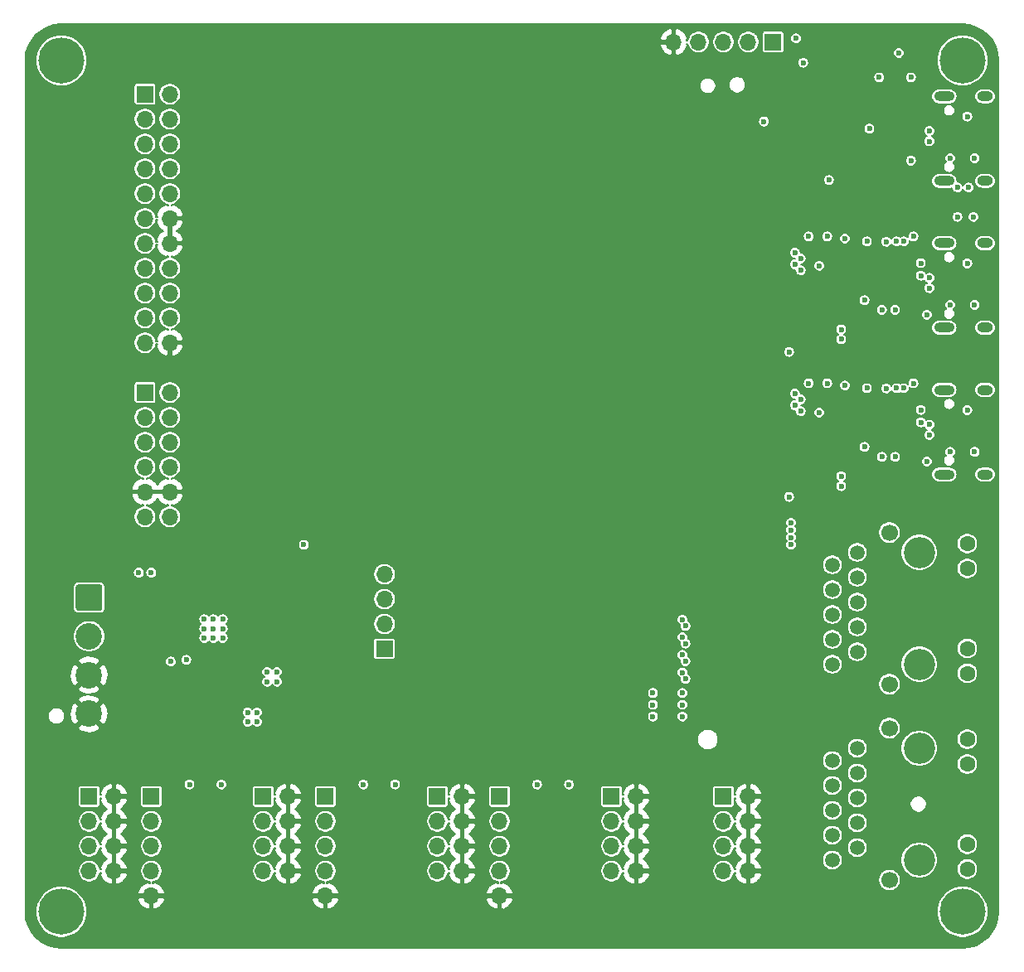
<source format=gbr>
%TF.GenerationSoftware,KiCad,Pcbnew,(5.1.9-0-10_14)*%
%TF.CreationDate,2021-03-28T17:09:14+02:00*%
%TF.ProjectId,FPGA,46504741-2e6b-4696-9361-645f70636258,rev?*%
%TF.SameCoordinates,Original*%
%TF.FileFunction,Copper,L3,Inr*%
%TF.FilePolarity,Positive*%
%FSLAX46Y46*%
G04 Gerber Fmt 4.6, Leading zero omitted, Abs format (unit mm)*
G04 Created by KiCad (PCBNEW (5.1.9-0-10_14)) date 2021-03-28 17:09:14*
%MOMM*%
%LPD*%
G01*
G04 APERTURE LIST*
%TA.AperFunction,ComponentPad*%
%ADD10O,1.600000X1.000000*%
%TD*%
%TA.AperFunction,ComponentPad*%
%ADD11O,2.100000X1.000000*%
%TD*%
%TA.AperFunction,ComponentPad*%
%ADD12O,1.700000X1.700000*%
%TD*%
%TA.AperFunction,ComponentPad*%
%ADD13R,1.700000X1.700000*%
%TD*%
%TA.AperFunction,ComponentPad*%
%ADD14C,3.200000*%
%TD*%
%TA.AperFunction,ComponentPad*%
%ADD15C,1.700000*%
%TD*%
%TA.AperFunction,ComponentPad*%
%ADD16C,1.500000*%
%TD*%
%TA.AperFunction,ComponentPad*%
%ADD17C,1.600000*%
%TD*%
%TA.AperFunction,ComponentPad*%
%ADD18C,4.700000*%
%TD*%
%TA.AperFunction,ComponentPad*%
%ADD19C,2.700000*%
%TD*%
%TA.AperFunction,ViaPad*%
%ADD20C,0.600000*%
%TD*%
%TA.AperFunction,Conductor*%
%ADD21C,0.190500*%
%TD*%
%TA.AperFunction,Conductor*%
%ADD22C,0.100000*%
%TD*%
G04 APERTURE END LIST*
D10*
%TO.N,Earth*%
%TO.C,J501*%
X198325000Y-57680000D03*
X198325000Y-66320000D03*
D11*
X194145000Y-57680000D03*
X194145000Y-66320000D03*
%TD*%
D12*
%TO.N,/3V3_EXP*%
%TO.C,J4*%
X115075000Y-100635000D03*
X112535000Y-100635000D03*
%TO.N,GND*%
X115075000Y-98095000D03*
X112535000Y-98095000D03*
%TO.N,/EXP8*%
X115075000Y-95555000D03*
%TO.N,/EXP4*%
X112535000Y-95555000D03*
%TO.N,/EXP7*%
X115075000Y-93015000D03*
%TO.N,/EXP3*%
X112535000Y-93015000D03*
%TO.N,/EXP6*%
X115075000Y-90475000D03*
%TO.N,/EXP2*%
X112535000Y-90475000D03*
%TO.N,/EXP5*%
X115075000Y-87935000D03*
D13*
%TO.N,/EXP1*%
X112535000Y-87935000D03*
%TD*%
D12*
%TO.N,GND*%
%TO.C,J801*%
X115075000Y-82855000D03*
%TO.N,/POTI_CLK*%
X112535000Y-82855000D03*
%TO.N,/POTI_SDO*%
X115075000Y-80315000D03*
%TO.N,/~POTI_CS*%
X112535000Y-80315000D03*
%TO.N,/VPOT_A0*%
X115075000Y-77775000D03*
%TO.N,/VPOT_A3*%
X112535000Y-77775000D03*
%TO.N,/VPOT_A1*%
X115075000Y-75235000D03*
%TO.N,/VPOT_A2*%
X112535000Y-75235000D03*
%TO.N,GND*%
X115075000Y-72695000D03*
%TO.N,/A*%
X112535000Y-72695000D03*
%TO.N,GND*%
X115075000Y-70155000D03*
%TO.N,/B*%
X112535000Y-70155000D03*
%TO.N,/LED_DATA*%
X115075000Y-67615000D03*
%TO.N,/~LED_SW_OE*%
X112535000Y-67615000D03*
%TO.N,/LED_CLK*%
X115075000Y-65075000D03*
%TO.N,/~LED_DISPLAY_OE*%
X112535000Y-65075000D03*
%TO.N,/LED_LE*%
X115075000Y-62535000D03*
%TO.N,/~LED_OE*%
X112535000Y-62535000D03*
%TO.N,/~SW_SER_CE*%
X115075000Y-59995000D03*
%TO.N,/~SW_SER_PL*%
X112535000Y-59995000D03*
%TO.N,/SW_SER_DATA*%
X115075000Y-57455000D03*
D13*
%TO.N,/SW_SER_CP*%
X112535000Y-57455000D03*
%TD*%
D12*
%TO.N,GND*%
%TO.C,J602*%
X148730000Y-139370000D03*
%TO.N,/DAC1_SCL*%
X148730000Y-136830000D03*
%TO.N,/DAC1_SDA*%
X148730000Y-134290000D03*
%TO.N,/DAC1_IRQ*%
X148730000Y-131750000D03*
D13*
%TO.N,/DAC1_Mute*%
X148730000Y-129210000D03*
%TD*%
D12*
%TO.N,GND*%
%TO.C,J702*%
X162700000Y-136830000D03*
%TO.N,/ADC2_MCLK*%
X160160000Y-136830000D03*
%TO.N,GND*%
X162700000Y-134290000D03*
%TO.N,/ADC2_BCLK*%
X160160000Y-134290000D03*
%TO.N,GND*%
X162700000Y-131750000D03*
%TO.N,/ADC2_SDOUT*%
X160160000Y-131750000D03*
%TO.N,GND*%
X162700000Y-129210000D03*
D13*
%TO.N,/ADC2_LRCLK*%
X160160000Y-129210000D03*
%TD*%
D12*
%TO.N,GND*%
%TO.C,J701*%
X174130000Y-136830000D03*
%TO.N,/ADC1_MCLK*%
X171590000Y-136830000D03*
%TO.N,GND*%
X174130000Y-134290000D03*
%TO.N,/ADC1_BCLK*%
X171590000Y-134290000D03*
%TO.N,GND*%
X174130000Y-131750000D03*
%TO.N,/ADC1_SDOUT*%
X171590000Y-131750000D03*
%TO.N,GND*%
X174130000Y-129210000D03*
D13*
%TO.N,/ADC1_LRCLK*%
X171590000Y-129210000D03*
%TD*%
D12*
%TO.N,GND*%
%TO.C,J621*%
X109360000Y-136830000D03*
%TO.N,/DAC3_SDIN*%
X106820000Y-136830000D03*
%TO.N,GND*%
X109360000Y-134290000D03*
%TO.N,/DAC3_BCLK*%
X106820000Y-134290000D03*
%TO.N,GND*%
X109360000Y-131750000D03*
%TO.N,/DAC3_LRCLK*%
X106820000Y-131750000D03*
%TO.N,GND*%
X109360000Y-129210000D03*
D13*
%TO.N,/DAC3_MCLK*%
X106820000Y-129210000D03*
%TD*%
D12*
%TO.N,GND*%
%TO.C,J611*%
X127140000Y-136830000D03*
%TO.N,/DAC2_SDIN*%
X124600000Y-136830000D03*
%TO.N,GND*%
X127140000Y-134290000D03*
%TO.N,/DAC2_BCLK*%
X124600000Y-134290000D03*
%TO.N,GND*%
X127140000Y-131750000D03*
%TO.N,/DAC2_LRCLK*%
X124600000Y-131750000D03*
%TO.N,GND*%
X127140000Y-129210000D03*
D13*
%TO.N,/DAC2_MCLK*%
X124600000Y-129210000D03*
%TD*%
D12*
%TO.N,GND*%
%TO.C,J622*%
X113170000Y-139370000D03*
%TO.N,/DAC3_SCL*%
X113170000Y-136830000D03*
%TO.N,/DAC3_SDA*%
X113170000Y-134290000D03*
%TO.N,/DAC3_IRQ*%
X113170000Y-131750000D03*
D13*
%TO.N,/DAC3_Mute*%
X113170000Y-129210000D03*
%TD*%
D12*
%TO.N,GND*%
%TO.C,J612*%
X130950000Y-139370000D03*
%TO.N,/DAC2_SCL*%
X130950000Y-136830000D03*
%TO.N,/DAC2_SDA*%
X130950000Y-134290000D03*
%TO.N,/DAC2_IRQ*%
X130950000Y-131750000D03*
D13*
%TO.N,/DAC2_Mute*%
X130950000Y-129210000D03*
%TD*%
D12*
%TO.N,GND*%
%TO.C,J601*%
X144920000Y-136830000D03*
%TO.N,/DAC1_SDIN*%
X142380000Y-136830000D03*
%TO.N,GND*%
X144920000Y-134290000D03*
%TO.N,/DAC1_BCLK*%
X142380000Y-134290000D03*
%TO.N,GND*%
X144920000Y-131750000D03*
%TO.N,/DAC1_LRCLK*%
X142380000Y-131750000D03*
%TO.N,GND*%
X144920000Y-129210000D03*
D13*
%TO.N,/DAC1_MCLK*%
X142380000Y-129210000D03*
%TD*%
D14*
%TO.N,*%
%TO.C,J401*%
X191600000Y-124285000D03*
X191600000Y-135715000D03*
D15*
X188550000Y-122250000D03*
X188550000Y-137750000D03*
D16*
%TO.N,/ETH2_4P*%
X185250000Y-124285000D03*
%TO.N,/ETH2_4N*%
X182710000Y-125555000D03*
%TO.N,/ETH2_3N*%
X185250000Y-126825000D03*
%TO.N,/ETH2_3P*%
X182710000Y-128095000D03*
%TO.N,Net-(C401-Pad1)*%
X185250000Y-129365000D03*
X182710000Y-130635000D03*
%TO.N,/ETH2_2P*%
X185250000Y-131905000D03*
%TO.N,/ETH2_2N*%
X182710000Y-133175000D03*
%TO.N,/ETH2_1N*%
X185250000Y-134445000D03*
%TO.N,/ETH2_1P*%
X182710000Y-135715000D03*
D17*
%TO.N,Net-(J401-Pad14)*%
X196500000Y-123370000D03*
%TO.N,/ETH2_LED_Y*%
X196500000Y-125910000D03*
%TO.N,Net-(J401-Pad12)*%
X196500000Y-134090000D03*
%TO.N,/ETH2_LED_G*%
X196500000Y-136630000D03*
%TD*%
D10*
%TO.N,Earth*%
%TO.C,J201*%
X198325000Y-87680000D03*
X198325000Y-96320000D03*
D11*
X194145000Y-87680000D03*
X194145000Y-96320000D03*
%TD*%
D14*
%TO.N,*%
%TO.C,J301*%
X191600000Y-104285000D03*
X191600000Y-115715000D03*
D15*
X188550000Y-102250000D03*
X188550000Y-117750000D03*
D16*
%TO.N,/ETH1_4P*%
X185250000Y-104285000D03*
%TO.N,/ETH1_4N*%
X182710000Y-105555000D03*
%TO.N,/ETH1_3N*%
X185250000Y-106825000D03*
%TO.N,/ETH1_3P*%
X182710000Y-108095000D03*
%TO.N,Net-(C301-Pad1)*%
X185250000Y-109365000D03*
X182710000Y-110635000D03*
%TO.N,/ETH1_2P*%
X185250000Y-111905000D03*
%TO.N,/ETH1_2N*%
X182710000Y-113175000D03*
%TO.N,/ETH1_1N*%
X185250000Y-114445000D03*
%TO.N,/ETH1_1P*%
X182710000Y-115715000D03*
D17*
%TO.N,Net-(J301-Pad14)*%
X196500000Y-103370000D03*
%TO.N,/ETH1_LED_Y*%
X196500000Y-105910000D03*
%TO.N,Net-(J301-Pad12)*%
X196500000Y-114090000D03*
%TO.N,/ETH1_LED_G*%
X196500000Y-116630000D03*
%TD*%
D10*
%TO.N,Earth*%
%TO.C,J101*%
X198325000Y-72680000D03*
X198325000Y-81320000D03*
D11*
X194145000Y-72680000D03*
X194145000Y-81320000D03*
%TD*%
D12*
%TO.N,GND*%
%TO.C,J16*%
X166510000Y-52125000D03*
%TO.N,/TCK*%
X169050000Y-52125000D03*
%TO.N,/TMS*%
X171590000Y-52125000D03*
%TO.N,/TDI*%
X174130000Y-52125000D03*
D13*
%TO.N,/TDO*%
X176670000Y-52125000D03*
%TD*%
D18*
%TO.N,Earth*%
%TO.C,H4*%
X196000000Y-141000000D03*
%TD*%
%TO.N,Earth*%
%TO.C,H3*%
X196000000Y-54000000D03*
%TD*%
%TO.N,Earth*%
%TO.C,H2*%
X104000000Y-141000000D03*
%TD*%
%TO.N,Earth*%
%TO.C,H1*%
X104000000Y-54000000D03*
%TD*%
D12*
%TO.N,/TCK*%
%TO.C,J3*%
X136980000Y-106510000D03*
%TO.N,/TMS*%
X136980000Y-109050000D03*
%TO.N,/TDI*%
X136980000Y-111590000D03*
D13*
%TO.N,/TDO*%
X136980000Y-114130000D03*
%TD*%
D19*
%TO.N,GND*%
%TO.C,J2*%
X106820000Y-120770000D03*
X106820000Y-116810000D03*
%TO.N,+5V*%
X106820000Y-112850000D03*
%TA.AperFunction,ComponentPad*%
G36*
G01*
X105720001Y-107540000D02*
X107919999Y-107540000D01*
G75*
G02*
X108170000Y-107790001I0J-250001D01*
G01*
X108170000Y-109989999D01*
G75*
G02*
X107919999Y-110240000I-250001J0D01*
G01*
X105720001Y-110240000D01*
G75*
G02*
X105470000Y-109989999I0J250001D01*
G01*
X105470000Y-107790001D01*
G75*
G02*
X105720001Y-107540000I250001J0D01*
G01*
G37*
%TD.AperFunction*%
%TD*%
D20*
%TO.N,GND*%
X119393000Y-114605000D03*
X117742000Y-114605000D03*
X185500000Y-62250000D03*
X181500000Y-60250000D03*
X185500000Y-58250000D03*
X183500000Y-58250000D03*
X181500000Y-62250000D03*
X181500000Y-58250000D03*
X185500000Y-60250000D03*
X183500000Y-62250000D03*
X198875000Y-68250000D03*
X192625000Y-65875000D03*
X157000000Y-123550000D03*
X159000000Y-123550000D03*
X159000000Y-121550000D03*
X157000000Y-121550000D03*
X159000000Y-56450000D03*
X159000000Y-58450000D03*
X157000000Y-58450000D03*
X157000000Y-56450000D03*
X189125000Y-95375000D03*
X184000000Y-83875000D03*
X198875000Y-98250000D03*
X189250000Y-83875000D03*
X185750000Y-83875000D03*
X189500000Y-91000000D03*
X189500000Y-90000000D03*
X187500000Y-91000000D03*
X189500000Y-92000000D03*
X188500000Y-91000000D03*
X188500000Y-90000000D03*
X187500000Y-92000000D03*
X188500000Y-92000000D03*
X187500000Y-90000000D03*
X185500000Y-96500000D03*
X185500000Y-97500000D03*
X190500000Y-96750000D03*
X192625000Y-95875000D03*
X187125000Y-96750000D03*
X181250000Y-87000000D03*
X187500000Y-83875000D03*
X183125000Y-90000000D03*
X188500000Y-76000000D03*
X188500000Y-75000000D03*
X189500000Y-75000000D03*
X189500000Y-76000000D03*
X189500000Y-77000000D03*
X188500000Y-77000000D03*
X187500000Y-77000000D03*
X187500000Y-76000000D03*
X187500000Y-75000000D03*
X181250000Y-72000000D03*
X183125000Y-75000000D03*
X185750000Y-68875000D03*
X184000000Y-68875000D03*
X189125000Y-80375000D03*
X190500000Y-81750000D03*
X187125000Y-81750000D03*
X198875000Y-83250000D03*
X185500000Y-81500000D03*
X185500000Y-82500000D03*
X192625000Y-80875000D03*
X172600000Y-58650000D03*
X172600000Y-71250000D03*
X172600000Y-86550000D03*
X172600000Y-101850000D03*
X172600000Y-118950000D03*
X172600000Y-120150000D03*
X172600000Y-121350000D03*
X175600000Y-121350000D03*
X175600000Y-120150000D03*
X175600000Y-118950000D03*
X175600000Y-101850000D03*
X175600000Y-86550000D03*
X175600000Y-71250000D03*
X175600000Y-58650000D03*
X167400000Y-58350000D03*
X164400000Y-58350000D03*
X167400000Y-70950000D03*
X164400000Y-70950000D03*
X167400000Y-86250000D03*
X164400000Y-86250000D03*
X167400000Y-101550000D03*
X164400000Y-101550000D03*
X167400000Y-109950000D03*
X164400000Y-109950000D03*
X175600000Y-110250000D03*
X172600000Y-110250000D03*
X189500000Y-100000000D03*
X180500000Y-109250000D03*
X180500000Y-129250000D03*
X179500000Y-140000000D03*
X179500000Y-142000000D03*
X198875000Y-68250000D03*
X198875000Y-70000000D03*
X193875000Y-70000000D03*
X187473000Y-65125000D03*
X190375000Y-61000000D03*
X190375000Y-59000000D03*
X181500000Y-68625000D03*
X185000000Y-68625000D03*
X183250000Y-68625000D03*
X179750000Y-68625000D03*
X178375000Y-68625000D03*
X192000000Y-54000000D03*
X183125000Y-54250000D03*
X183500000Y-60250000D03*
X123330000Y-103810000D03*
X120790000Y-103810000D03*
X123647500Y-106350000D03*
X123647500Y-108890000D03*
X124917500Y-111430000D03*
X124917500Y-112382500D03*
X124917500Y-113335000D03*
X121742500Y-113335000D03*
X121742500Y-112382500D03*
X121742500Y-111430000D03*
X114440000Y-106350000D03*
X115710000Y-106350000D03*
X195466000Y-58500000D03*
X195402500Y-88500000D03*
X195402500Y-73500000D03*
X188375000Y-69675000D03*
X192000000Y-67750000D03*
X190250000Y-68750000D03*
X187500000Y-52250000D03*
X146000000Y-55500000D03*
X142500000Y-55500000D03*
X139000000Y-55500000D03*
X114500000Y-119250000D03*
X128875000Y-99875000D03*
X119393000Y-117145000D03*
X117742000Y-117145000D03*
%TO.N,+5V*%
X125000000Y-116500000D03*
X125000000Y-117500000D03*
X126000000Y-116500000D03*
X126000000Y-117500000D03*
%TO.N,/ETH2_1P*%
X167725125Y-117200250D03*
%TO.N,/ETH2_1N*%
X167400000Y-116550000D03*
%TO.N,/ETH2_2N*%
X167725125Y-115400250D03*
%TO.N,/ETH2_2P*%
X167400000Y-114750000D03*
%TO.N,/ETH2_3P*%
X167725125Y-113600250D03*
%TO.N,/ETH2_3N*%
X167400000Y-112950000D03*
%TO.N,/ETH2_4N*%
X167725125Y-111800250D03*
%TO.N,/ETH2_4P*%
X167400000Y-111150000D03*
%TO.N,/TCK*%
X179000000Y-51750000D03*
%TO.N,+3V3*%
X178300000Y-98600000D03*
X120325000Y-128000000D03*
X117075000Y-128000000D03*
X138075000Y-128000000D03*
X134825000Y-128000000D03*
X190750000Y-55750000D03*
X190750000Y-64250000D03*
X182370000Y-66225000D03*
X189500000Y-53250000D03*
X155825000Y-128000000D03*
X152575000Y-128000000D03*
X118567500Y-112065000D03*
X118567500Y-111112500D03*
X119520000Y-111112500D03*
X119520000Y-112065000D03*
X119520000Y-113017500D03*
X120472500Y-113017500D03*
X120472500Y-112065000D03*
X120472500Y-111112500D03*
X111900000Y-106350000D03*
X113170000Y-106350000D03*
X175723000Y-60250000D03*
X179750000Y-54250000D03*
X115175000Y-115425000D03*
X118567500Y-113017500D03*
X178300000Y-83800000D03*
%TO.N,/USB2/VBUS*%
X194750000Y-94000000D03*
X197250000Y-94000000D03*
X191000000Y-87000000D03*
X196500000Y-89750000D03*
%TO.N,/USB2/D+*%
X192625000Y-91223000D03*
X192625000Y-92277000D03*
%TO.N,/USB1/VBUS*%
X194750000Y-79000000D03*
X197250000Y-79000000D03*
X191000000Y-72000000D03*
X196500000Y-74750000D03*
%TO.N,/USB1/D+*%
X192625000Y-76223000D03*
X192625000Y-77277000D03*
%TO.N,/USB1/3V3_USB*%
X191750000Y-76000000D03*
X191750000Y-74723000D03*
X187777000Y-79500000D03*
X182200000Y-72000000D03*
X180300000Y-72000000D03*
X181375000Y-75000000D03*
X184000000Y-72223000D03*
X186000000Y-78500000D03*
X192375000Y-80000000D03*
X189125000Y-79500000D03*
X183625000Y-81500000D03*
X183625000Y-82500000D03*
%TO.N,/USB2/3V3_USB*%
X191750000Y-89723000D03*
X187777000Y-94500000D03*
X186000000Y-93500000D03*
X182200000Y-87000000D03*
X183625000Y-97500000D03*
X191750000Y-91000000D03*
X189125000Y-94500000D03*
X183625000Y-96500000D03*
X180300000Y-87000000D03*
X192375000Y-95000000D03*
X181375000Y-90000000D03*
X184000000Y-87223000D03*
%TO.N,/USB1_DIR*%
X186250000Y-72500000D03*
X178900000Y-73650000D03*
%TO.N,/USB1_STP*%
X188223000Y-72527000D03*
X179500000Y-74250000D03*
%TO.N,/USB1_RESET*%
X189277000Y-72500000D03*
X178900000Y-74850000D03*
%TO.N,/USB1_CLK*%
X190004003Y-72500000D03*
X179500000Y-75450000D03*
%TO.N,/USB2_DIR*%
X186250000Y-87500000D03*
X178900000Y-88050000D03*
%TO.N,/USB2_STP*%
X179500000Y-88650000D03*
X188223000Y-87527000D03*
%TO.N,/USB2_RESET*%
X189277000Y-87500000D03*
X178900000Y-89250000D03*
%TO.N,/USB2_CLK*%
X190004003Y-87500000D03*
X179500000Y-89850000D03*
%TO.N,/ETH1_LED_Y*%
X178500000Y-101250000D03*
%TO.N,/ETH1_LED_G*%
X178500000Y-102000000D03*
%TO.N,/ETH2_LED_Y*%
X178500000Y-102750000D03*
%TO.N,/ETH2_LED_G*%
X178500000Y-103500000D03*
%TO.N,/Debug/VBUS*%
X196500000Y-59750000D03*
X197250000Y-64000000D03*
X194750000Y-64000000D03*
%TO.N,/Debug/CC1*%
X195500000Y-70000000D03*
X195500000Y-67000000D03*
%TO.N,/Debug/D+*%
X192625000Y-62277000D03*
X192625000Y-61223000D03*
%TO.N,/Debug/CC2*%
X197125000Y-70000000D03*
X196625000Y-67000000D03*
%TO.N,Net-(R508-Pad2)*%
X187500000Y-55750000D03*
X186500000Y-60973000D03*
%TO.N,/5V_FPGA*%
X123012500Y-120637500D03*
X167400000Y-118650000D03*
X167400000Y-119850000D03*
X167400000Y-121050000D03*
X164400000Y-118650000D03*
X164400000Y-119850000D03*
X164400000Y-121050000D03*
X123012500Y-121590000D03*
X123965000Y-120637500D03*
X123965000Y-121590000D03*
%TO.N,/FPGA_EN*%
X116750000Y-115250000D03*
X128750000Y-103500000D03*
%TD*%
D21*
%TO.N,GND*%
X196716289Y-50382473D02*
X197405297Y-50590497D01*
X198040775Y-50928386D01*
X198598523Y-51383274D01*
X199057292Y-51937832D01*
X199399610Y-52570936D01*
X199612438Y-53258472D01*
X199689210Y-53988904D01*
X199689251Y-54000791D01*
X199689250Y-140984801D01*
X199617527Y-141716289D01*
X199409504Y-142405295D01*
X199071614Y-143040775D01*
X198616726Y-143598523D01*
X198062171Y-144057290D01*
X197429066Y-144399609D01*
X196741528Y-144612438D01*
X196011097Y-144689210D01*
X195999497Y-144689250D01*
X104015199Y-144689250D01*
X103283711Y-144617527D01*
X102594705Y-144409504D01*
X101959225Y-144071614D01*
X101401477Y-143616726D01*
X100942710Y-143062171D01*
X100600391Y-142429066D01*
X100387562Y-141741528D01*
X100310790Y-141011097D01*
X100310750Y-140999497D01*
X100310750Y-140740401D01*
X101364250Y-140740401D01*
X101364250Y-141259599D01*
X101465541Y-141768820D01*
X101664229Y-142248496D01*
X101952679Y-142680193D01*
X102319807Y-143047321D01*
X102751504Y-143335771D01*
X103231180Y-143534459D01*
X103740401Y-143635750D01*
X104259599Y-143635750D01*
X104768820Y-143534459D01*
X105248496Y-143335771D01*
X105680193Y-143047321D01*
X106047321Y-142680193D01*
X106335771Y-142248496D01*
X106534459Y-141768820D01*
X106635750Y-141259599D01*
X106635750Y-140740401D01*
X106534459Y-140231180D01*
X106336297Y-139752773D01*
X111768066Y-139752773D01*
X111791672Y-139830612D01*
X111908017Y-140090660D01*
X112072859Y-140323013D01*
X112279864Y-140518743D01*
X112521076Y-140670327D01*
X112787226Y-140771940D01*
X113011250Y-140663747D01*
X113011250Y-139528750D01*
X113328750Y-139528750D01*
X113328750Y-140663747D01*
X113552774Y-140771940D01*
X113818924Y-140670327D01*
X114060136Y-140518743D01*
X114267141Y-140323013D01*
X114431983Y-140090660D01*
X114548328Y-139830612D01*
X114571934Y-139752773D01*
X129548066Y-139752773D01*
X129571672Y-139830612D01*
X129688017Y-140090660D01*
X129852859Y-140323013D01*
X130059864Y-140518743D01*
X130301076Y-140670327D01*
X130567226Y-140771940D01*
X130791250Y-140663747D01*
X130791250Y-139528750D01*
X131108750Y-139528750D01*
X131108750Y-140663747D01*
X131332774Y-140771940D01*
X131598924Y-140670327D01*
X131840136Y-140518743D01*
X132047141Y-140323013D01*
X132211983Y-140090660D01*
X132328328Y-139830612D01*
X132351934Y-139752773D01*
X147328066Y-139752773D01*
X147351672Y-139830612D01*
X147468017Y-140090660D01*
X147632859Y-140323013D01*
X147839864Y-140518743D01*
X148081076Y-140670327D01*
X148347226Y-140771940D01*
X148571250Y-140663747D01*
X148571250Y-139528750D01*
X148888750Y-139528750D01*
X148888750Y-140663747D01*
X149112774Y-140771940D01*
X149195382Y-140740401D01*
X193364250Y-140740401D01*
X193364250Y-141259599D01*
X193465541Y-141768820D01*
X193664229Y-142248496D01*
X193952679Y-142680193D01*
X194319807Y-143047321D01*
X194751504Y-143335771D01*
X195231180Y-143534459D01*
X195740401Y-143635750D01*
X196259599Y-143635750D01*
X196768820Y-143534459D01*
X197248496Y-143335771D01*
X197680193Y-143047321D01*
X198047321Y-142680193D01*
X198335771Y-142248496D01*
X198534459Y-141768820D01*
X198635750Y-141259599D01*
X198635750Y-140740401D01*
X198534459Y-140231180D01*
X198335771Y-139751504D01*
X198047321Y-139319807D01*
X197680193Y-138952679D01*
X197248496Y-138664229D01*
X196768820Y-138465541D01*
X196259599Y-138364250D01*
X195740401Y-138364250D01*
X195231180Y-138465541D01*
X194751504Y-138664229D01*
X194319807Y-138952679D01*
X193952679Y-139319807D01*
X193664229Y-139751504D01*
X193465541Y-140231180D01*
X193364250Y-140740401D01*
X149195382Y-140740401D01*
X149378924Y-140670327D01*
X149620136Y-140518743D01*
X149827141Y-140323013D01*
X149991983Y-140090660D01*
X150108328Y-139830612D01*
X150131934Y-139752773D01*
X150022727Y-139528750D01*
X148888750Y-139528750D01*
X148571250Y-139528750D01*
X147437273Y-139528750D01*
X147328066Y-139752773D01*
X132351934Y-139752773D01*
X132242727Y-139528750D01*
X131108750Y-139528750D01*
X130791250Y-139528750D01*
X129657273Y-139528750D01*
X129548066Y-139752773D01*
X114571934Y-139752773D01*
X114462727Y-139528750D01*
X113328750Y-139528750D01*
X113011250Y-139528750D01*
X111877273Y-139528750D01*
X111768066Y-139752773D01*
X106336297Y-139752773D01*
X106335771Y-139751504D01*
X106047321Y-139319807D01*
X105714741Y-138987227D01*
X111768066Y-138987227D01*
X111877273Y-139211250D01*
X113011250Y-139211250D01*
X113011250Y-139191250D01*
X113328750Y-139191250D01*
X113328750Y-139211250D01*
X114462727Y-139211250D01*
X114571934Y-138987227D01*
X129548066Y-138987227D01*
X129657273Y-139211250D01*
X130791250Y-139211250D01*
X130791250Y-139191250D01*
X131108750Y-139191250D01*
X131108750Y-139211250D01*
X132242727Y-139211250D01*
X132351934Y-138987227D01*
X147328066Y-138987227D01*
X147437273Y-139211250D01*
X148571250Y-139211250D01*
X148571250Y-139191250D01*
X148888750Y-139191250D01*
X148888750Y-139211250D01*
X150022727Y-139211250D01*
X150131934Y-138987227D01*
X150108328Y-138909388D01*
X149991983Y-138649340D01*
X149827141Y-138416987D01*
X149620136Y-138221257D01*
X149378924Y-138069673D01*
X149112774Y-137968060D01*
X148888752Y-138076252D01*
X148888752Y-137956423D01*
X149061286Y-137922103D01*
X149267979Y-137836488D01*
X149453998Y-137712194D01*
X149612194Y-137553998D01*
X149736488Y-137367979D01*
X149822103Y-137161286D01*
X149865750Y-136941862D01*
X149865750Y-136718138D01*
X149822103Y-136498714D01*
X149736488Y-136292021D01*
X149612194Y-136106002D01*
X149453998Y-135947806D01*
X149267979Y-135823512D01*
X149061286Y-135737897D01*
X148841862Y-135694250D01*
X148618138Y-135694250D01*
X148398714Y-135737897D01*
X148192021Y-135823512D01*
X148006002Y-135947806D01*
X147847806Y-136106002D01*
X147723512Y-136292021D01*
X147637897Y-136498714D01*
X147594250Y-136718138D01*
X147594250Y-136941862D01*
X147637897Y-137161286D01*
X147723512Y-137367979D01*
X147847806Y-137553998D01*
X148006002Y-137712194D01*
X148192021Y-137836488D01*
X148398714Y-137922103D01*
X148571248Y-137956423D01*
X148571248Y-138076252D01*
X148347226Y-137968060D01*
X148081076Y-138069673D01*
X147839864Y-138221257D01*
X147632859Y-138416987D01*
X147468017Y-138649340D01*
X147351672Y-138909388D01*
X147328066Y-138987227D01*
X132351934Y-138987227D01*
X132328328Y-138909388D01*
X132211983Y-138649340D01*
X132047141Y-138416987D01*
X131840136Y-138221257D01*
X131598924Y-138069673D01*
X131332774Y-137968060D01*
X131108752Y-138076252D01*
X131108752Y-137956423D01*
X131281286Y-137922103D01*
X131487979Y-137836488D01*
X131673998Y-137712194D01*
X131832194Y-137553998D01*
X131956488Y-137367979D01*
X132042103Y-137161286D01*
X132085750Y-136941862D01*
X132085750Y-136718138D01*
X132042103Y-136498714D01*
X131956488Y-136292021D01*
X131832194Y-136106002D01*
X131673998Y-135947806D01*
X131487979Y-135823512D01*
X131281286Y-135737897D01*
X131061862Y-135694250D01*
X130838138Y-135694250D01*
X130618714Y-135737897D01*
X130412021Y-135823512D01*
X130226002Y-135947806D01*
X130067806Y-136106002D01*
X129943512Y-136292021D01*
X129857897Y-136498714D01*
X129814250Y-136718138D01*
X129814250Y-136941862D01*
X129857897Y-137161286D01*
X129943512Y-137367979D01*
X130067806Y-137553998D01*
X130226002Y-137712194D01*
X130412021Y-137836488D01*
X130618714Y-137922103D01*
X130791248Y-137956423D01*
X130791248Y-138076252D01*
X130567226Y-137968060D01*
X130301076Y-138069673D01*
X130059864Y-138221257D01*
X129852859Y-138416987D01*
X129688017Y-138649340D01*
X129571672Y-138909388D01*
X129548066Y-138987227D01*
X114571934Y-138987227D01*
X114548328Y-138909388D01*
X114431983Y-138649340D01*
X114267141Y-138416987D01*
X114060136Y-138221257D01*
X113818924Y-138069673D01*
X113552774Y-137968060D01*
X113328752Y-138076252D01*
X113328752Y-137956423D01*
X113501286Y-137922103D01*
X113707979Y-137836488D01*
X113893998Y-137712194D01*
X114052194Y-137553998D01*
X114176488Y-137367979D01*
X114262103Y-137161286D01*
X114305750Y-136941862D01*
X114305750Y-136718138D01*
X114262103Y-136498714D01*
X114176488Y-136292021D01*
X114052194Y-136106002D01*
X113893998Y-135947806D01*
X113707979Y-135823512D01*
X113501286Y-135737897D01*
X113281862Y-135694250D01*
X113058138Y-135694250D01*
X112838714Y-135737897D01*
X112632021Y-135823512D01*
X112446002Y-135947806D01*
X112287806Y-136106002D01*
X112163512Y-136292021D01*
X112077897Y-136498714D01*
X112034250Y-136718138D01*
X112034250Y-136941862D01*
X112077897Y-137161286D01*
X112163512Y-137367979D01*
X112287806Y-137553998D01*
X112446002Y-137712194D01*
X112632021Y-137836488D01*
X112838714Y-137922103D01*
X113011248Y-137956423D01*
X113011248Y-138076252D01*
X112787226Y-137968060D01*
X112521076Y-138069673D01*
X112279864Y-138221257D01*
X112072859Y-138416987D01*
X111908017Y-138649340D01*
X111791672Y-138909388D01*
X111768066Y-138987227D01*
X105714741Y-138987227D01*
X105680193Y-138952679D01*
X105248496Y-138664229D01*
X104768820Y-138465541D01*
X104259599Y-138364250D01*
X103740401Y-138364250D01*
X103231180Y-138465541D01*
X102751504Y-138664229D01*
X102319807Y-138952679D01*
X101952679Y-139319807D01*
X101664229Y-139751504D01*
X101465541Y-140231180D01*
X101364250Y-140740401D01*
X100310750Y-140740401D01*
X100310750Y-128360000D01*
X105682868Y-128360000D01*
X105682868Y-130060000D01*
X105688385Y-130116017D01*
X105704725Y-130169881D01*
X105731258Y-130219522D01*
X105766967Y-130263033D01*
X105810478Y-130298742D01*
X105860119Y-130325275D01*
X105913983Y-130341615D01*
X105970000Y-130347132D01*
X107670000Y-130347132D01*
X107726017Y-130341615D01*
X107779881Y-130325275D01*
X107829522Y-130298742D01*
X107873033Y-130263033D01*
X107908742Y-130219522D01*
X107935275Y-130169881D01*
X107951615Y-130116017D01*
X107957132Y-130060000D01*
X107957132Y-129368752D01*
X108067272Y-129368752D01*
X107958066Y-129592773D01*
X107981672Y-129670612D01*
X108098017Y-129930660D01*
X108262859Y-130163013D01*
X108469864Y-130358743D01*
X108662817Y-130480000D01*
X108469864Y-130601257D01*
X108262859Y-130796987D01*
X108098017Y-131029340D01*
X107981672Y-131289388D01*
X107958066Y-131367227D01*
X108067272Y-131591248D01*
X107946423Y-131591248D01*
X107912103Y-131418714D01*
X107826488Y-131212021D01*
X107702194Y-131026002D01*
X107543998Y-130867806D01*
X107357979Y-130743512D01*
X107151286Y-130657897D01*
X106931862Y-130614250D01*
X106708138Y-130614250D01*
X106488714Y-130657897D01*
X106282021Y-130743512D01*
X106096002Y-130867806D01*
X105937806Y-131026002D01*
X105813512Y-131212021D01*
X105727897Y-131418714D01*
X105684250Y-131638138D01*
X105684250Y-131861862D01*
X105727897Y-132081286D01*
X105813512Y-132287979D01*
X105937806Y-132473998D01*
X106096002Y-132632194D01*
X106282021Y-132756488D01*
X106488714Y-132842103D01*
X106708138Y-132885750D01*
X106931862Y-132885750D01*
X107151286Y-132842103D01*
X107357979Y-132756488D01*
X107543998Y-132632194D01*
X107702194Y-132473998D01*
X107826488Y-132287979D01*
X107912103Y-132081286D01*
X107946423Y-131908752D01*
X108067272Y-131908752D01*
X107958066Y-132132773D01*
X107981672Y-132210612D01*
X108098017Y-132470660D01*
X108262859Y-132703013D01*
X108469864Y-132898743D01*
X108662817Y-133020000D01*
X108469864Y-133141257D01*
X108262859Y-133336987D01*
X108098017Y-133569340D01*
X107981672Y-133829388D01*
X107958066Y-133907227D01*
X108067272Y-134131248D01*
X107946423Y-134131248D01*
X107912103Y-133958714D01*
X107826488Y-133752021D01*
X107702194Y-133566002D01*
X107543998Y-133407806D01*
X107357979Y-133283512D01*
X107151286Y-133197897D01*
X106931862Y-133154250D01*
X106708138Y-133154250D01*
X106488714Y-133197897D01*
X106282021Y-133283512D01*
X106096002Y-133407806D01*
X105937806Y-133566002D01*
X105813512Y-133752021D01*
X105727897Y-133958714D01*
X105684250Y-134178138D01*
X105684250Y-134401862D01*
X105727897Y-134621286D01*
X105813512Y-134827979D01*
X105937806Y-135013998D01*
X106096002Y-135172194D01*
X106282021Y-135296488D01*
X106488714Y-135382103D01*
X106708138Y-135425750D01*
X106931862Y-135425750D01*
X107151286Y-135382103D01*
X107357979Y-135296488D01*
X107543998Y-135172194D01*
X107702194Y-135013998D01*
X107826488Y-134827979D01*
X107912103Y-134621286D01*
X107946423Y-134448752D01*
X108067272Y-134448752D01*
X107958066Y-134672773D01*
X107981672Y-134750612D01*
X108098017Y-135010660D01*
X108262859Y-135243013D01*
X108469864Y-135438743D01*
X108662817Y-135560000D01*
X108469864Y-135681257D01*
X108262859Y-135876987D01*
X108098017Y-136109340D01*
X107981672Y-136369388D01*
X107958066Y-136447227D01*
X108067272Y-136671248D01*
X107946423Y-136671248D01*
X107912103Y-136498714D01*
X107826488Y-136292021D01*
X107702194Y-136106002D01*
X107543998Y-135947806D01*
X107357979Y-135823512D01*
X107151286Y-135737897D01*
X106931862Y-135694250D01*
X106708138Y-135694250D01*
X106488714Y-135737897D01*
X106282021Y-135823512D01*
X106096002Y-135947806D01*
X105937806Y-136106002D01*
X105813512Y-136292021D01*
X105727897Y-136498714D01*
X105684250Y-136718138D01*
X105684250Y-136941862D01*
X105727897Y-137161286D01*
X105813512Y-137367979D01*
X105937806Y-137553998D01*
X106096002Y-137712194D01*
X106282021Y-137836488D01*
X106488714Y-137922103D01*
X106708138Y-137965750D01*
X106931862Y-137965750D01*
X107151286Y-137922103D01*
X107357979Y-137836488D01*
X107543998Y-137712194D01*
X107702194Y-137553998D01*
X107826488Y-137367979D01*
X107912103Y-137161286D01*
X107946423Y-136988752D01*
X108067272Y-136988752D01*
X107958066Y-137212773D01*
X107981672Y-137290612D01*
X108098017Y-137550660D01*
X108262859Y-137783013D01*
X108469864Y-137978743D01*
X108711076Y-138130327D01*
X108977226Y-138231940D01*
X109201250Y-138123747D01*
X109201250Y-136988750D01*
X109518750Y-136988750D01*
X109518750Y-138123747D01*
X109742774Y-138231940D01*
X110008924Y-138130327D01*
X110250136Y-137978743D01*
X110457141Y-137783013D01*
X110621983Y-137550660D01*
X110738328Y-137290612D01*
X110761934Y-137212773D01*
X110652727Y-136988750D01*
X109518750Y-136988750D01*
X109201250Y-136988750D01*
X109181250Y-136988750D01*
X109181250Y-136671250D01*
X109201250Y-136671250D01*
X109201250Y-134448750D01*
X109518750Y-134448750D01*
X109518750Y-136671250D01*
X110652727Y-136671250D01*
X110761934Y-136447227D01*
X110738328Y-136369388D01*
X110621983Y-136109340D01*
X110457141Y-135876987D01*
X110250136Y-135681257D01*
X110057183Y-135560000D01*
X110250136Y-135438743D01*
X110457141Y-135243013D01*
X110621983Y-135010660D01*
X110738328Y-134750612D01*
X110761934Y-134672773D01*
X110652727Y-134448750D01*
X109518750Y-134448750D01*
X109201250Y-134448750D01*
X109181250Y-134448750D01*
X109181250Y-134178138D01*
X112034250Y-134178138D01*
X112034250Y-134401862D01*
X112077897Y-134621286D01*
X112163512Y-134827979D01*
X112287806Y-135013998D01*
X112446002Y-135172194D01*
X112632021Y-135296488D01*
X112838714Y-135382103D01*
X113058138Y-135425750D01*
X113281862Y-135425750D01*
X113501286Y-135382103D01*
X113707979Y-135296488D01*
X113893998Y-135172194D01*
X114052194Y-135013998D01*
X114176488Y-134827979D01*
X114262103Y-134621286D01*
X114305750Y-134401862D01*
X114305750Y-134178138D01*
X114262103Y-133958714D01*
X114176488Y-133752021D01*
X114052194Y-133566002D01*
X113893998Y-133407806D01*
X113707979Y-133283512D01*
X113501286Y-133197897D01*
X113281862Y-133154250D01*
X113058138Y-133154250D01*
X112838714Y-133197897D01*
X112632021Y-133283512D01*
X112446002Y-133407806D01*
X112287806Y-133566002D01*
X112163512Y-133752021D01*
X112077897Y-133958714D01*
X112034250Y-134178138D01*
X109181250Y-134178138D01*
X109181250Y-134131250D01*
X109201250Y-134131250D01*
X109201250Y-131908750D01*
X109518750Y-131908750D01*
X109518750Y-134131250D01*
X110652727Y-134131250D01*
X110761934Y-133907227D01*
X110738328Y-133829388D01*
X110621983Y-133569340D01*
X110457141Y-133336987D01*
X110250136Y-133141257D01*
X110057183Y-133020000D01*
X110250136Y-132898743D01*
X110457141Y-132703013D01*
X110621983Y-132470660D01*
X110738328Y-132210612D01*
X110761934Y-132132773D01*
X110652727Y-131908750D01*
X109518750Y-131908750D01*
X109201250Y-131908750D01*
X109181250Y-131908750D01*
X109181250Y-131638138D01*
X112034250Y-131638138D01*
X112034250Y-131861862D01*
X112077897Y-132081286D01*
X112163512Y-132287979D01*
X112287806Y-132473998D01*
X112446002Y-132632194D01*
X112632021Y-132756488D01*
X112838714Y-132842103D01*
X113058138Y-132885750D01*
X113281862Y-132885750D01*
X113501286Y-132842103D01*
X113707979Y-132756488D01*
X113893998Y-132632194D01*
X114052194Y-132473998D01*
X114176488Y-132287979D01*
X114262103Y-132081286D01*
X114305750Y-131861862D01*
X114305750Y-131638138D01*
X114262103Y-131418714D01*
X114176488Y-131212021D01*
X114052194Y-131026002D01*
X113893998Y-130867806D01*
X113707979Y-130743512D01*
X113501286Y-130657897D01*
X113281862Y-130614250D01*
X113058138Y-130614250D01*
X112838714Y-130657897D01*
X112632021Y-130743512D01*
X112446002Y-130867806D01*
X112287806Y-131026002D01*
X112163512Y-131212021D01*
X112077897Y-131418714D01*
X112034250Y-131638138D01*
X109181250Y-131638138D01*
X109181250Y-131591250D01*
X109201250Y-131591250D01*
X109201250Y-129368750D01*
X109518750Y-129368750D01*
X109518750Y-131591250D01*
X110652727Y-131591250D01*
X110761934Y-131367227D01*
X110738328Y-131289388D01*
X110621983Y-131029340D01*
X110457141Y-130796987D01*
X110250136Y-130601257D01*
X110057183Y-130480000D01*
X110250136Y-130358743D01*
X110457141Y-130163013D01*
X110621983Y-129930660D01*
X110738328Y-129670612D01*
X110761934Y-129592773D01*
X110652727Y-129368750D01*
X109518750Y-129368750D01*
X109201250Y-129368750D01*
X109181250Y-129368750D01*
X109181250Y-129051250D01*
X109201250Y-129051250D01*
X109201250Y-127916253D01*
X109518750Y-127916253D01*
X109518750Y-129051250D01*
X110652727Y-129051250D01*
X110761934Y-128827227D01*
X110738328Y-128749388D01*
X110621983Y-128489340D01*
X110530224Y-128360000D01*
X112032868Y-128360000D01*
X112032868Y-130060000D01*
X112038385Y-130116017D01*
X112054725Y-130169881D01*
X112081258Y-130219522D01*
X112116967Y-130263033D01*
X112160478Y-130298742D01*
X112210119Y-130325275D01*
X112263983Y-130341615D01*
X112320000Y-130347132D01*
X114020000Y-130347132D01*
X114076017Y-130341615D01*
X114129881Y-130325275D01*
X114179522Y-130298742D01*
X114223033Y-130263033D01*
X114258742Y-130219522D01*
X114285275Y-130169881D01*
X114301615Y-130116017D01*
X114307132Y-130060000D01*
X114307132Y-128360000D01*
X114301615Y-128303983D01*
X114285275Y-128250119D01*
X114258742Y-128200478D01*
X114223033Y-128156967D01*
X114179522Y-128121258D01*
X114129881Y-128094725D01*
X114076017Y-128078385D01*
X114020000Y-128072868D01*
X112320000Y-128072868D01*
X112263983Y-128078385D01*
X112210119Y-128094725D01*
X112160478Y-128121258D01*
X112116967Y-128156967D01*
X112081258Y-128200478D01*
X112054725Y-128250119D01*
X112038385Y-128303983D01*
X112032868Y-128360000D01*
X110530224Y-128360000D01*
X110457141Y-128256987D01*
X110250136Y-128061257D01*
X110060857Y-127942309D01*
X116489250Y-127942309D01*
X116489250Y-128057691D01*
X116511760Y-128170857D01*
X116555915Y-128277457D01*
X116620018Y-128373394D01*
X116701606Y-128454982D01*
X116797543Y-128519085D01*
X116904143Y-128563240D01*
X117017309Y-128585750D01*
X117132691Y-128585750D01*
X117245857Y-128563240D01*
X117352457Y-128519085D01*
X117448394Y-128454982D01*
X117529982Y-128373394D01*
X117594085Y-128277457D01*
X117638240Y-128170857D01*
X117660750Y-128057691D01*
X117660750Y-127942309D01*
X119739250Y-127942309D01*
X119739250Y-128057691D01*
X119761760Y-128170857D01*
X119805915Y-128277457D01*
X119870018Y-128373394D01*
X119951606Y-128454982D01*
X120047543Y-128519085D01*
X120154143Y-128563240D01*
X120267309Y-128585750D01*
X120382691Y-128585750D01*
X120495857Y-128563240D01*
X120602457Y-128519085D01*
X120698394Y-128454982D01*
X120779982Y-128373394D01*
X120788931Y-128360000D01*
X123462868Y-128360000D01*
X123462868Y-130060000D01*
X123468385Y-130116017D01*
X123484725Y-130169881D01*
X123511258Y-130219522D01*
X123546967Y-130263033D01*
X123590478Y-130298742D01*
X123640119Y-130325275D01*
X123693983Y-130341615D01*
X123750000Y-130347132D01*
X125450000Y-130347132D01*
X125506017Y-130341615D01*
X125559881Y-130325275D01*
X125609522Y-130298742D01*
X125653033Y-130263033D01*
X125688742Y-130219522D01*
X125715275Y-130169881D01*
X125731615Y-130116017D01*
X125737132Y-130060000D01*
X125737132Y-129368752D01*
X125847272Y-129368752D01*
X125738066Y-129592773D01*
X125761672Y-129670612D01*
X125878017Y-129930660D01*
X126042859Y-130163013D01*
X126249864Y-130358743D01*
X126442817Y-130480000D01*
X126249864Y-130601257D01*
X126042859Y-130796987D01*
X125878017Y-131029340D01*
X125761672Y-131289388D01*
X125738066Y-131367227D01*
X125847272Y-131591248D01*
X125726423Y-131591248D01*
X125692103Y-131418714D01*
X125606488Y-131212021D01*
X125482194Y-131026002D01*
X125323998Y-130867806D01*
X125137979Y-130743512D01*
X124931286Y-130657897D01*
X124711862Y-130614250D01*
X124488138Y-130614250D01*
X124268714Y-130657897D01*
X124062021Y-130743512D01*
X123876002Y-130867806D01*
X123717806Y-131026002D01*
X123593512Y-131212021D01*
X123507897Y-131418714D01*
X123464250Y-131638138D01*
X123464250Y-131861862D01*
X123507897Y-132081286D01*
X123593512Y-132287979D01*
X123717806Y-132473998D01*
X123876002Y-132632194D01*
X124062021Y-132756488D01*
X124268714Y-132842103D01*
X124488138Y-132885750D01*
X124711862Y-132885750D01*
X124931286Y-132842103D01*
X125137979Y-132756488D01*
X125323998Y-132632194D01*
X125482194Y-132473998D01*
X125606488Y-132287979D01*
X125692103Y-132081286D01*
X125726423Y-131908752D01*
X125847272Y-131908752D01*
X125738066Y-132132773D01*
X125761672Y-132210612D01*
X125878017Y-132470660D01*
X126042859Y-132703013D01*
X126249864Y-132898743D01*
X126442817Y-133020000D01*
X126249864Y-133141257D01*
X126042859Y-133336987D01*
X125878017Y-133569340D01*
X125761672Y-133829388D01*
X125738066Y-133907227D01*
X125847272Y-134131248D01*
X125726423Y-134131248D01*
X125692103Y-133958714D01*
X125606488Y-133752021D01*
X125482194Y-133566002D01*
X125323998Y-133407806D01*
X125137979Y-133283512D01*
X124931286Y-133197897D01*
X124711862Y-133154250D01*
X124488138Y-133154250D01*
X124268714Y-133197897D01*
X124062021Y-133283512D01*
X123876002Y-133407806D01*
X123717806Y-133566002D01*
X123593512Y-133752021D01*
X123507897Y-133958714D01*
X123464250Y-134178138D01*
X123464250Y-134401862D01*
X123507897Y-134621286D01*
X123593512Y-134827979D01*
X123717806Y-135013998D01*
X123876002Y-135172194D01*
X124062021Y-135296488D01*
X124268714Y-135382103D01*
X124488138Y-135425750D01*
X124711862Y-135425750D01*
X124931286Y-135382103D01*
X125137979Y-135296488D01*
X125323998Y-135172194D01*
X125482194Y-135013998D01*
X125606488Y-134827979D01*
X125692103Y-134621286D01*
X125726423Y-134448752D01*
X125847272Y-134448752D01*
X125738066Y-134672773D01*
X125761672Y-134750612D01*
X125878017Y-135010660D01*
X126042859Y-135243013D01*
X126249864Y-135438743D01*
X126442817Y-135560000D01*
X126249864Y-135681257D01*
X126042859Y-135876987D01*
X125878017Y-136109340D01*
X125761672Y-136369388D01*
X125738066Y-136447227D01*
X125847272Y-136671248D01*
X125726423Y-136671248D01*
X125692103Y-136498714D01*
X125606488Y-136292021D01*
X125482194Y-136106002D01*
X125323998Y-135947806D01*
X125137979Y-135823512D01*
X124931286Y-135737897D01*
X124711862Y-135694250D01*
X124488138Y-135694250D01*
X124268714Y-135737897D01*
X124062021Y-135823512D01*
X123876002Y-135947806D01*
X123717806Y-136106002D01*
X123593512Y-136292021D01*
X123507897Y-136498714D01*
X123464250Y-136718138D01*
X123464250Y-136941862D01*
X123507897Y-137161286D01*
X123593512Y-137367979D01*
X123717806Y-137553998D01*
X123876002Y-137712194D01*
X124062021Y-137836488D01*
X124268714Y-137922103D01*
X124488138Y-137965750D01*
X124711862Y-137965750D01*
X124931286Y-137922103D01*
X125137979Y-137836488D01*
X125323998Y-137712194D01*
X125482194Y-137553998D01*
X125606488Y-137367979D01*
X125692103Y-137161286D01*
X125726423Y-136988752D01*
X125847272Y-136988752D01*
X125738066Y-137212773D01*
X125761672Y-137290612D01*
X125878017Y-137550660D01*
X126042859Y-137783013D01*
X126249864Y-137978743D01*
X126491076Y-138130327D01*
X126757226Y-138231940D01*
X126981250Y-138123747D01*
X126981250Y-136988750D01*
X127298750Y-136988750D01*
X127298750Y-138123747D01*
X127522774Y-138231940D01*
X127788924Y-138130327D01*
X128030136Y-137978743D01*
X128237141Y-137783013D01*
X128401983Y-137550660D01*
X128518328Y-137290612D01*
X128541934Y-137212773D01*
X128432727Y-136988750D01*
X127298750Y-136988750D01*
X126981250Y-136988750D01*
X126961250Y-136988750D01*
X126961250Y-136671250D01*
X126981250Y-136671250D01*
X126981250Y-134448750D01*
X127298750Y-134448750D01*
X127298750Y-136671250D01*
X128432727Y-136671250D01*
X128541934Y-136447227D01*
X128518328Y-136369388D01*
X128401983Y-136109340D01*
X128237141Y-135876987D01*
X128030136Y-135681257D01*
X127837183Y-135560000D01*
X128030136Y-135438743D01*
X128237141Y-135243013D01*
X128401983Y-135010660D01*
X128518328Y-134750612D01*
X128541934Y-134672773D01*
X128432727Y-134448750D01*
X127298750Y-134448750D01*
X126981250Y-134448750D01*
X126961250Y-134448750D01*
X126961250Y-134178138D01*
X129814250Y-134178138D01*
X129814250Y-134401862D01*
X129857897Y-134621286D01*
X129943512Y-134827979D01*
X130067806Y-135013998D01*
X130226002Y-135172194D01*
X130412021Y-135296488D01*
X130618714Y-135382103D01*
X130838138Y-135425750D01*
X131061862Y-135425750D01*
X131281286Y-135382103D01*
X131487979Y-135296488D01*
X131673998Y-135172194D01*
X131832194Y-135013998D01*
X131956488Y-134827979D01*
X132042103Y-134621286D01*
X132085750Y-134401862D01*
X132085750Y-134178138D01*
X132042103Y-133958714D01*
X131956488Y-133752021D01*
X131832194Y-133566002D01*
X131673998Y-133407806D01*
X131487979Y-133283512D01*
X131281286Y-133197897D01*
X131061862Y-133154250D01*
X130838138Y-133154250D01*
X130618714Y-133197897D01*
X130412021Y-133283512D01*
X130226002Y-133407806D01*
X130067806Y-133566002D01*
X129943512Y-133752021D01*
X129857897Y-133958714D01*
X129814250Y-134178138D01*
X126961250Y-134178138D01*
X126961250Y-134131250D01*
X126981250Y-134131250D01*
X126981250Y-131908750D01*
X127298750Y-131908750D01*
X127298750Y-134131250D01*
X128432727Y-134131250D01*
X128541934Y-133907227D01*
X128518328Y-133829388D01*
X128401983Y-133569340D01*
X128237141Y-133336987D01*
X128030136Y-133141257D01*
X127837183Y-133020000D01*
X128030136Y-132898743D01*
X128237141Y-132703013D01*
X128401983Y-132470660D01*
X128518328Y-132210612D01*
X128541934Y-132132773D01*
X128432727Y-131908750D01*
X127298750Y-131908750D01*
X126981250Y-131908750D01*
X126961250Y-131908750D01*
X126961250Y-131638138D01*
X129814250Y-131638138D01*
X129814250Y-131861862D01*
X129857897Y-132081286D01*
X129943512Y-132287979D01*
X130067806Y-132473998D01*
X130226002Y-132632194D01*
X130412021Y-132756488D01*
X130618714Y-132842103D01*
X130838138Y-132885750D01*
X131061862Y-132885750D01*
X131281286Y-132842103D01*
X131487979Y-132756488D01*
X131673998Y-132632194D01*
X131832194Y-132473998D01*
X131956488Y-132287979D01*
X132042103Y-132081286D01*
X132085750Y-131861862D01*
X132085750Y-131638138D01*
X132042103Y-131418714D01*
X131956488Y-131212021D01*
X131832194Y-131026002D01*
X131673998Y-130867806D01*
X131487979Y-130743512D01*
X131281286Y-130657897D01*
X131061862Y-130614250D01*
X130838138Y-130614250D01*
X130618714Y-130657897D01*
X130412021Y-130743512D01*
X130226002Y-130867806D01*
X130067806Y-131026002D01*
X129943512Y-131212021D01*
X129857897Y-131418714D01*
X129814250Y-131638138D01*
X126961250Y-131638138D01*
X126961250Y-131591250D01*
X126981250Y-131591250D01*
X126981250Y-129368750D01*
X127298750Y-129368750D01*
X127298750Y-131591250D01*
X128432727Y-131591250D01*
X128541934Y-131367227D01*
X128518328Y-131289388D01*
X128401983Y-131029340D01*
X128237141Y-130796987D01*
X128030136Y-130601257D01*
X127837183Y-130480000D01*
X128030136Y-130358743D01*
X128237141Y-130163013D01*
X128401983Y-129930660D01*
X128518328Y-129670612D01*
X128541934Y-129592773D01*
X128432727Y-129368750D01*
X127298750Y-129368750D01*
X126981250Y-129368750D01*
X126961250Y-129368750D01*
X126961250Y-129051250D01*
X126981250Y-129051250D01*
X126981250Y-127916253D01*
X127298750Y-127916253D01*
X127298750Y-129051250D01*
X128432727Y-129051250D01*
X128541934Y-128827227D01*
X128518328Y-128749388D01*
X128401983Y-128489340D01*
X128310224Y-128360000D01*
X129812868Y-128360000D01*
X129812868Y-130060000D01*
X129818385Y-130116017D01*
X129834725Y-130169881D01*
X129861258Y-130219522D01*
X129896967Y-130263033D01*
X129940478Y-130298742D01*
X129990119Y-130325275D01*
X130043983Y-130341615D01*
X130100000Y-130347132D01*
X131800000Y-130347132D01*
X131856017Y-130341615D01*
X131909881Y-130325275D01*
X131959522Y-130298742D01*
X132003033Y-130263033D01*
X132038742Y-130219522D01*
X132065275Y-130169881D01*
X132081615Y-130116017D01*
X132087132Y-130060000D01*
X132087132Y-128360000D01*
X132081615Y-128303983D01*
X132065275Y-128250119D01*
X132038742Y-128200478D01*
X132003033Y-128156967D01*
X131959522Y-128121258D01*
X131909881Y-128094725D01*
X131856017Y-128078385D01*
X131800000Y-128072868D01*
X130100000Y-128072868D01*
X130043983Y-128078385D01*
X129990119Y-128094725D01*
X129940478Y-128121258D01*
X129896967Y-128156967D01*
X129861258Y-128200478D01*
X129834725Y-128250119D01*
X129818385Y-128303983D01*
X129812868Y-128360000D01*
X128310224Y-128360000D01*
X128237141Y-128256987D01*
X128030136Y-128061257D01*
X127840857Y-127942309D01*
X134239250Y-127942309D01*
X134239250Y-128057691D01*
X134261760Y-128170857D01*
X134305915Y-128277457D01*
X134370018Y-128373394D01*
X134451606Y-128454982D01*
X134547543Y-128519085D01*
X134654143Y-128563240D01*
X134767309Y-128585750D01*
X134882691Y-128585750D01*
X134995857Y-128563240D01*
X135102457Y-128519085D01*
X135198394Y-128454982D01*
X135279982Y-128373394D01*
X135344085Y-128277457D01*
X135388240Y-128170857D01*
X135410750Y-128057691D01*
X135410750Y-127942309D01*
X137489250Y-127942309D01*
X137489250Y-128057691D01*
X137511760Y-128170857D01*
X137555915Y-128277457D01*
X137620018Y-128373394D01*
X137701606Y-128454982D01*
X137797543Y-128519085D01*
X137904143Y-128563240D01*
X138017309Y-128585750D01*
X138132691Y-128585750D01*
X138245857Y-128563240D01*
X138352457Y-128519085D01*
X138448394Y-128454982D01*
X138529982Y-128373394D01*
X138538931Y-128360000D01*
X141242868Y-128360000D01*
X141242868Y-130060000D01*
X141248385Y-130116017D01*
X141264725Y-130169881D01*
X141291258Y-130219522D01*
X141326967Y-130263033D01*
X141370478Y-130298742D01*
X141420119Y-130325275D01*
X141473983Y-130341615D01*
X141530000Y-130347132D01*
X143230000Y-130347132D01*
X143286017Y-130341615D01*
X143339881Y-130325275D01*
X143389522Y-130298742D01*
X143433033Y-130263033D01*
X143468742Y-130219522D01*
X143495275Y-130169881D01*
X143511615Y-130116017D01*
X143517132Y-130060000D01*
X143517132Y-129368752D01*
X143627272Y-129368752D01*
X143518066Y-129592773D01*
X143541672Y-129670612D01*
X143658017Y-129930660D01*
X143822859Y-130163013D01*
X144029864Y-130358743D01*
X144222817Y-130480000D01*
X144029864Y-130601257D01*
X143822859Y-130796987D01*
X143658017Y-131029340D01*
X143541672Y-131289388D01*
X143518066Y-131367227D01*
X143627272Y-131591248D01*
X143506423Y-131591248D01*
X143472103Y-131418714D01*
X143386488Y-131212021D01*
X143262194Y-131026002D01*
X143103998Y-130867806D01*
X142917979Y-130743512D01*
X142711286Y-130657897D01*
X142491862Y-130614250D01*
X142268138Y-130614250D01*
X142048714Y-130657897D01*
X141842021Y-130743512D01*
X141656002Y-130867806D01*
X141497806Y-131026002D01*
X141373512Y-131212021D01*
X141287897Y-131418714D01*
X141244250Y-131638138D01*
X141244250Y-131861862D01*
X141287897Y-132081286D01*
X141373512Y-132287979D01*
X141497806Y-132473998D01*
X141656002Y-132632194D01*
X141842021Y-132756488D01*
X142048714Y-132842103D01*
X142268138Y-132885750D01*
X142491862Y-132885750D01*
X142711286Y-132842103D01*
X142917979Y-132756488D01*
X143103998Y-132632194D01*
X143262194Y-132473998D01*
X143386488Y-132287979D01*
X143472103Y-132081286D01*
X143506423Y-131908752D01*
X143627272Y-131908752D01*
X143518066Y-132132773D01*
X143541672Y-132210612D01*
X143658017Y-132470660D01*
X143822859Y-132703013D01*
X144029864Y-132898743D01*
X144222817Y-133020000D01*
X144029864Y-133141257D01*
X143822859Y-133336987D01*
X143658017Y-133569340D01*
X143541672Y-133829388D01*
X143518066Y-133907227D01*
X143627272Y-134131248D01*
X143506423Y-134131248D01*
X143472103Y-133958714D01*
X143386488Y-133752021D01*
X143262194Y-133566002D01*
X143103998Y-133407806D01*
X142917979Y-133283512D01*
X142711286Y-133197897D01*
X142491862Y-133154250D01*
X142268138Y-133154250D01*
X142048714Y-133197897D01*
X141842021Y-133283512D01*
X141656002Y-133407806D01*
X141497806Y-133566002D01*
X141373512Y-133752021D01*
X141287897Y-133958714D01*
X141244250Y-134178138D01*
X141244250Y-134401862D01*
X141287897Y-134621286D01*
X141373512Y-134827979D01*
X141497806Y-135013998D01*
X141656002Y-135172194D01*
X141842021Y-135296488D01*
X142048714Y-135382103D01*
X142268138Y-135425750D01*
X142491862Y-135425750D01*
X142711286Y-135382103D01*
X142917979Y-135296488D01*
X143103998Y-135172194D01*
X143262194Y-135013998D01*
X143386488Y-134827979D01*
X143472103Y-134621286D01*
X143506423Y-134448752D01*
X143627272Y-134448752D01*
X143518066Y-134672773D01*
X143541672Y-134750612D01*
X143658017Y-135010660D01*
X143822859Y-135243013D01*
X144029864Y-135438743D01*
X144222817Y-135560000D01*
X144029864Y-135681257D01*
X143822859Y-135876987D01*
X143658017Y-136109340D01*
X143541672Y-136369388D01*
X143518066Y-136447227D01*
X143627272Y-136671248D01*
X143506423Y-136671248D01*
X143472103Y-136498714D01*
X143386488Y-136292021D01*
X143262194Y-136106002D01*
X143103998Y-135947806D01*
X142917979Y-135823512D01*
X142711286Y-135737897D01*
X142491862Y-135694250D01*
X142268138Y-135694250D01*
X142048714Y-135737897D01*
X141842021Y-135823512D01*
X141656002Y-135947806D01*
X141497806Y-136106002D01*
X141373512Y-136292021D01*
X141287897Y-136498714D01*
X141244250Y-136718138D01*
X141244250Y-136941862D01*
X141287897Y-137161286D01*
X141373512Y-137367979D01*
X141497806Y-137553998D01*
X141656002Y-137712194D01*
X141842021Y-137836488D01*
X142048714Y-137922103D01*
X142268138Y-137965750D01*
X142491862Y-137965750D01*
X142711286Y-137922103D01*
X142917979Y-137836488D01*
X143103998Y-137712194D01*
X143262194Y-137553998D01*
X143386488Y-137367979D01*
X143472103Y-137161286D01*
X143506423Y-136988752D01*
X143627272Y-136988752D01*
X143518066Y-137212773D01*
X143541672Y-137290612D01*
X143658017Y-137550660D01*
X143822859Y-137783013D01*
X144029864Y-137978743D01*
X144271076Y-138130327D01*
X144537226Y-138231940D01*
X144761250Y-138123747D01*
X144761250Y-136988750D01*
X145078750Y-136988750D01*
X145078750Y-138123747D01*
X145302774Y-138231940D01*
X145568924Y-138130327D01*
X145810136Y-137978743D01*
X146017141Y-137783013D01*
X146181983Y-137550660D01*
X146298328Y-137290612D01*
X146321934Y-137212773D01*
X146212727Y-136988750D01*
X145078750Y-136988750D01*
X144761250Y-136988750D01*
X144741250Y-136988750D01*
X144741250Y-136671250D01*
X144761250Y-136671250D01*
X144761250Y-134448750D01*
X145078750Y-134448750D01*
X145078750Y-136671250D01*
X146212727Y-136671250D01*
X146321934Y-136447227D01*
X146298328Y-136369388D01*
X146181983Y-136109340D01*
X146017141Y-135876987D01*
X145810136Y-135681257D01*
X145617183Y-135560000D01*
X145810136Y-135438743D01*
X146017141Y-135243013D01*
X146181983Y-135010660D01*
X146298328Y-134750612D01*
X146321934Y-134672773D01*
X146212727Y-134448750D01*
X145078750Y-134448750D01*
X144761250Y-134448750D01*
X144741250Y-134448750D01*
X144741250Y-134178138D01*
X147594250Y-134178138D01*
X147594250Y-134401862D01*
X147637897Y-134621286D01*
X147723512Y-134827979D01*
X147847806Y-135013998D01*
X148006002Y-135172194D01*
X148192021Y-135296488D01*
X148398714Y-135382103D01*
X148618138Y-135425750D01*
X148841862Y-135425750D01*
X149061286Y-135382103D01*
X149267979Y-135296488D01*
X149453998Y-135172194D01*
X149612194Y-135013998D01*
X149736488Y-134827979D01*
X149822103Y-134621286D01*
X149865750Y-134401862D01*
X149865750Y-134178138D01*
X149822103Y-133958714D01*
X149736488Y-133752021D01*
X149612194Y-133566002D01*
X149453998Y-133407806D01*
X149267979Y-133283512D01*
X149061286Y-133197897D01*
X148841862Y-133154250D01*
X148618138Y-133154250D01*
X148398714Y-133197897D01*
X148192021Y-133283512D01*
X148006002Y-133407806D01*
X147847806Y-133566002D01*
X147723512Y-133752021D01*
X147637897Y-133958714D01*
X147594250Y-134178138D01*
X144741250Y-134178138D01*
X144741250Y-134131250D01*
X144761250Y-134131250D01*
X144761250Y-131908750D01*
X145078750Y-131908750D01*
X145078750Y-134131250D01*
X146212727Y-134131250D01*
X146321934Y-133907227D01*
X146298328Y-133829388D01*
X146181983Y-133569340D01*
X146017141Y-133336987D01*
X145810136Y-133141257D01*
X145617183Y-133020000D01*
X145810136Y-132898743D01*
X146017141Y-132703013D01*
X146181983Y-132470660D01*
X146298328Y-132210612D01*
X146321934Y-132132773D01*
X146212727Y-131908750D01*
X145078750Y-131908750D01*
X144761250Y-131908750D01*
X144741250Y-131908750D01*
X144741250Y-131638138D01*
X147594250Y-131638138D01*
X147594250Y-131861862D01*
X147637897Y-132081286D01*
X147723512Y-132287979D01*
X147847806Y-132473998D01*
X148006002Y-132632194D01*
X148192021Y-132756488D01*
X148398714Y-132842103D01*
X148618138Y-132885750D01*
X148841862Y-132885750D01*
X149061286Y-132842103D01*
X149267979Y-132756488D01*
X149453998Y-132632194D01*
X149612194Y-132473998D01*
X149736488Y-132287979D01*
X149822103Y-132081286D01*
X149865750Y-131861862D01*
X149865750Y-131638138D01*
X149822103Y-131418714D01*
X149736488Y-131212021D01*
X149612194Y-131026002D01*
X149453998Y-130867806D01*
X149267979Y-130743512D01*
X149061286Y-130657897D01*
X148841862Y-130614250D01*
X148618138Y-130614250D01*
X148398714Y-130657897D01*
X148192021Y-130743512D01*
X148006002Y-130867806D01*
X147847806Y-131026002D01*
X147723512Y-131212021D01*
X147637897Y-131418714D01*
X147594250Y-131638138D01*
X144741250Y-131638138D01*
X144741250Y-131591250D01*
X144761250Y-131591250D01*
X144761250Y-129368750D01*
X145078750Y-129368750D01*
X145078750Y-131591250D01*
X146212727Y-131591250D01*
X146321934Y-131367227D01*
X146298328Y-131289388D01*
X146181983Y-131029340D01*
X146017141Y-130796987D01*
X145810136Y-130601257D01*
X145617183Y-130480000D01*
X145810136Y-130358743D01*
X146017141Y-130163013D01*
X146181983Y-129930660D01*
X146298328Y-129670612D01*
X146321934Y-129592773D01*
X146212727Y-129368750D01*
X145078750Y-129368750D01*
X144761250Y-129368750D01*
X144741250Y-129368750D01*
X144741250Y-129051250D01*
X144761250Y-129051250D01*
X144761250Y-127916253D01*
X145078750Y-127916253D01*
X145078750Y-129051250D01*
X146212727Y-129051250D01*
X146321934Y-128827227D01*
X146298328Y-128749388D01*
X146181983Y-128489340D01*
X146090224Y-128360000D01*
X147592868Y-128360000D01*
X147592868Y-130060000D01*
X147598385Y-130116017D01*
X147614725Y-130169881D01*
X147641258Y-130219522D01*
X147676967Y-130263033D01*
X147720478Y-130298742D01*
X147770119Y-130325275D01*
X147823983Y-130341615D01*
X147880000Y-130347132D01*
X149580000Y-130347132D01*
X149636017Y-130341615D01*
X149689881Y-130325275D01*
X149739522Y-130298742D01*
X149783033Y-130263033D01*
X149818742Y-130219522D01*
X149845275Y-130169881D01*
X149861615Y-130116017D01*
X149867132Y-130060000D01*
X149867132Y-128360000D01*
X149861615Y-128303983D01*
X149845275Y-128250119D01*
X149818742Y-128200478D01*
X149783033Y-128156967D01*
X149739522Y-128121258D01*
X149689881Y-128094725D01*
X149636017Y-128078385D01*
X149580000Y-128072868D01*
X147880000Y-128072868D01*
X147823983Y-128078385D01*
X147770119Y-128094725D01*
X147720478Y-128121258D01*
X147676967Y-128156967D01*
X147641258Y-128200478D01*
X147614725Y-128250119D01*
X147598385Y-128303983D01*
X147592868Y-128360000D01*
X146090224Y-128360000D01*
X146017141Y-128256987D01*
X145810136Y-128061257D01*
X145620857Y-127942309D01*
X151989250Y-127942309D01*
X151989250Y-128057691D01*
X152011760Y-128170857D01*
X152055915Y-128277457D01*
X152120018Y-128373394D01*
X152201606Y-128454982D01*
X152297543Y-128519085D01*
X152404143Y-128563240D01*
X152517309Y-128585750D01*
X152632691Y-128585750D01*
X152745857Y-128563240D01*
X152852457Y-128519085D01*
X152948394Y-128454982D01*
X153029982Y-128373394D01*
X153094085Y-128277457D01*
X153138240Y-128170857D01*
X153160750Y-128057691D01*
X153160750Y-127942309D01*
X155239250Y-127942309D01*
X155239250Y-128057691D01*
X155261760Y-128170857D01*
X155305915Y-128277457D01*
X155370018Y-128373394D01*
X155451606Y-128454982D01*
X155547543Y-128519085D01*
X155654143Y-128563240D01*
X155767309Y-128585750D01*
X155882691Y-128585750D01*
X155995857Y-128563240D01*
X156102457Y-128519085D01*
X156198394Y-128454982D01*
X156279982Y-128373394D01*
X156288931Y-128360000D01*
X159022868Y-128360000D01*
X159022868Y-130060000D01*
X159028385Y-130116017D01*
X159044725Y-130169881D01*
X159071258Y-130219522D01*
X159106967Y-130263033D01*
X159150478Y-130298742D01*
X159200119Y-130325275D01*
X159253983Y-130341615D01*
X159310000Y-130347132D01*
X161010000Y-130347132D01*
X161066017Y-130341615D01*
X161119881Y-130325275D01*
X161169522Y-130298742D01*
X161213033Y-130263033D01*
X161248742Y-130219522D01*
X161275275Y-130169881D01*
X161291615Y-130116017D01*
X161297132Y-130060000D01*
X161297132Y-129368752D01*
X161407272Y-129368752D01*
X161298066Y-129592773D01*
X161321672Y-129670612D01*
X161438017Y-129930660D01*
X161602859Y-130163013D01*
X161809864Y-130358743D01*
X162002817Y-130480000D01*
X161809864Y-130601257D01*
X161602859Y-130796987D01*
X161438017Y-131029340D01*
X161321672Y-131289388D01*
X161298066Y-131367227D01*
X161407272Y-131591248D01*
X161286423Y-131591248D01*
X161252103Y-131418714D01*
X161166488Y-131212021D01*
X161042194Y-131026002D01*
X160883998Y-130867806D01*
X160697979Y-130743512D01*
X160491286Y-130657897D01*
X160271862Y-130614250D01*
X160048138Y-130614250D01*
X159828714Y-130657897D01*
X159622021Y-130743512D01*
X159436002Y-130867806D01*
X159277806Y-131026002D01*
X159153512Y-131212021D01*
X159067897Y-131418714D01*
X159024250Y-131638138D01*
X159024250Y-131861862D01*
X159067897Y-132081286D01*
X159153512Y-132287979D01*
X159277806Y-132473998D01*
X159436002Y-132632194D01*
X159622021Y-132756488D01*
X159828714Y-132842103D01*
X160048138Y-132885750D01*
X160271862Y-132885750D01*
X160491286Y-132842103D01*
X160697979Y-132756488D01*
X160883998Y-132632194D01*
X161042194Y-132473998D01*
X161166488Y-132287979D01*
X161252103Y-132081286D01*
X161286423Y-131908752D01*
X161407272Y-131908752D01*
X161298066Y-132132773D01*
X161321672Y-132210612D01*
X161438017Y-132470660D01*
X161602859Y-132703013D01*
X161809864Y-132898743D01*
X162002817Y-133020000D01*
X161809864Y-133141257D01*
X161602859Y-133336987D01*
X161438017Y-133569340D01*
X161321672Y-133829388D01*
X161298066Y-133907227D01*
X161407272Y-134131248D01*
X161286423Y-134131248D01*
X161252103Y-133958714D01*
X161166488Y-133752021D01*
X161042194Y-133566002D01*
X160883998Y-133407806D01*
X160697979Y-133283512D01*
X160491286Y-133197897D01*
X160271862Y-133154250D01*
X160048138Y-133154250D01*
X159828714Y-133197897D01*
X159622021Y-133283512D01*
X159436002Y-133407806D01*
X159277806Y-133566002D01*
X159153512Y-133752021D01*
X159067897Y-133958714D01*
X159024250Y-134178138D01*
X159024250Y-134401862D01*
X159067897Y-134621286D01*
X159153512Y-134827979D01*
X159277806Y-135013998D01*
X159436002Y-135172194D01*
X159622021Y-135296488D01*
X159828714Y-135382103D01*
X160048138Y-135425750D01*
X160271862Y-135425750D01*
X160491286Y-135382103D01*
X160697979Y-135296488D01*
X160883998Y-135172194D01*
X161042194Y-135013998D01*
X161166488Y-134827979D01*
X161252103Y-134621286D01*
X161286423Y-134448752D01*
X161407272Y-134448752D01*
X161298066Y-134672773D01*
X161321672Y-134750612D01*
X161438017Y-135010660D01*
X161602859Y-135243013D01*
X161809864Y-135438743D01*
X162002817Y-135560000D01*
X161809864Y-135681257D01*
X161602859Y-135876987D01*
X161438017Y-136109340D01*
X161321672Y-136369388D01*
X161298066Y-136447227D01*
X161407272Y-136671248D01*
X161286423Y-136671248D01*
X161252103Y-136498714D01*
X161166488Y-136292021D01*
X161042194Y-136106002D01*
X160883998Y-135947806D01*
X160697979Y-135823512D01*
X160491286Y-135737897D01*
X160271862Y-135694250D01*
X160048138Y-135694250D01*
X159828714Y-135737897D01*
X159622021Y-135823512D01*
X159436002Y-135947806D01*
X159277806Y-136106002D01*
X159153512Y-136292021D01*
X159067897Y-136498714D01*
X159024250Y-136718138D01*
X159024250Y-136941862D01*
X159067897Y-137161286D01*
X159153512Y-137367979D01*
X159277806Y-137553998D01*
X159436002Y-137712194D01*
X159622021Y-137836488D01*
X159828714Y-137922103D01*
X160048138Y-137965750D01*
X160271862Y-137965750D01*
X160491286Y-137922103D01*
X160697979Y-137836488D01*
X160883998Y-137712194D01*
X161042194Y-137553998D01*
X161166488Y-137367979D01*
X161252103Y-137161286D01*
X161286423Y-136988752D01*
X161407272Y-136988752D01*
X161298066Y-137212773D01*
X161321672Y-137290612D01*
X161438017Y-137550660D01*
X161602859Y-137783013D01*
X161809864Y-137978743D01*
X162051076Y-138130327D01*
X162317226Y-138231940D01*
X162541250Y-138123747D01*
X162541250Y-136988750D01*
X162858750Y-136988750D01*
X162858750Y-138123747D01*
X163082774Y-138231940D01*
X163348924Y-138130327D01*
X163590136Y-137978743D01*
X163797141Y-137783013D01*
X163961983Y-137550660D01*
X164078328Y-137290612D01*
X164101934Y-137212773D01*
X163992727Y-136988750D01*
X162858750Y-136988750D01*
X162541250Y-136988750D01*
X162521250Y-136988750D01*
X162521250Y-136671250D01*
X162541250Y-136671250D01*
X162541250Y-134448750D01*
X162858750Y-134448750D01*
X162858750Y-136671250D01*
X163992727Y-136671250D01*
X164101934Y-136447227D01*
X164078328Y-136369388D01*
X163961983Y-136109340D01*
X163797141Y-135876987D01*
X163590136Y-135681257D01*
X163397183Y-135560000D01*
X163590136Y-135438743D01*
X163797141Y-135243013D01*
X163961983Y-135010660D01*
X164078328Y-134750612D01*
X164101934Y-134672773D01*
X163992727Y-134448750D01*
X162858750Y-134448750D01*
X162541250Y-134448750D01*
X162521250Y-134448750D01*
X162521250Y-134131250D01*
X162541250Y-134131250D01*
X162541250Y-131908750D01*
X162858750Y-131908750D01*
X162858750Y-134131250D01*
X163992727Y-134131250D01*
X164101934Y-133907227D01*
X164078328Y-133829388D01*
X163961983Y-133569340D01*
X163797141Y-133336987D01*
X163590136Y-133141257D01*
X163397183Y-133020000D01*
X163590136Y-132898743D01*
X163797141Y-132703013D01*
X163961983Y-132470660D01*
X164078328Y-132210612D01*
X164101934Y-132132773D01*
X163992727Y-131908750D01*
X162858750Y-131908750D01*
X162541250Y-131908750D01*
X162521250Y-131908750D01*
X162521250Y-131591250D01*
X162541250Y-131591250D01*
X162541250Y-129368750D01*
X162858750Y-129368750D01*
X162858750Y-131591250D01*
X163992727Y-131591250D01*
X164101934Y-131367227D01*
X164078328Y-131289388D01*
X163961983Y-131029340D01*
X163797141Y-130796987D01*
X163590136Y-130601257D01*
X163397183Y-130480000D01*
X163590136Y-130358743D01*
X163797141Y-130163013D01*
X163961983Y-129930660D01*
X164078328Y-129670612D01*
X164101934Y-129592773D01*
X163992727Y-129368750D01*
X162858750Y-129368750D01*
X162541250Y-129368750D01*
X162521250Y-129368750D01*
X162521250Y-129051250D01*
X162541250Y-129051250D01*
X162541250Y-127916253D01*
X162858750Y-127916253D01*
X162858750Y-129051250D01*
X163992727Y-129051250D01*
X164101934Y-128827227D01*
X164078328Y-128749388D01*
X163961983Y-128489340D01*
X163870224Y-128360000D01*
X170452868Y-128360000D01*
X170452868Y-130060000D01*
X170458385Y-130116017D01*
X170474725Y-130169881D01*
X170501258Y-130219522D01*
X170536967Y-130263033D01*
X170580478Y-130298742D01*
X170630119Y-130325275D01*
X170683983Y-130341615D01*
X170740000Y-130347132D01*
X172440000Y-130347132D01*
X172496017Y-130341615D01*
X172549881Y-130325275D01*
X172599522Y-130298742D01*
X172643033Y-130263033D01*
X172678742Y-130219522D01*
X172705275Y-130169881D01*
X172721615Y-130116017D01*
X172727132Y-130060000D01*
X172727132Y-129368752D01*
X172837272Y-129368752D01*
X172728066Y-129592773D01*
X172751672Y-129670612D01*
X172868017Y-129930660D01*
X173032859Y-130163013D01*
X173239864Y-130358743D01*
X173432817Y-130480000D01*
X173239864Y-130601257D01*
X173032859Y-130796987D01*
X172868017Y-131029340D01*
X172751672Y-131289388D01*
X172728066Y-131367227D01*
X172837272Y-131591248D01*
X172716423Y-131591248D01*
X172682103Y-131418714D01*
X172596488Y-131212021D01*
X172472194Y-131026002D01*
X172313998Y-130867806D01*
X172127979Y-130743512D01*
X171921286Y-130657897D01*
X171701862Y-130614250D01*
X171478138Y-130614250D01*
X171258714Y-130657897D01*
X171052021Y-130743512D01*
X170866002Y-130867806D01*
X170707806Y-131026002D01*
X170583512Y-131212021D01*
X170497897Y-131418714D01*
X170454250Y-131638138D01*
X170454250Y-131861862D01*
X170497897Y-132081286D01*
X170583512Y-132287979D01*
X170707806Y-132473998D01*
X170866002Y-132632194D01*
X171052021Y-132756488D01*
X171258714Y-132842103D01*
X171478138Y-132885750D01*
X171701862Y-132885750D01*
X171921286Y-132842103D01*
X172127979Y-132756488D01*
X172313998Y-132632194D01*
X172472194Y-132473998D01*
X172596488Y-132287979D01*
X172682103Y-132081286D01*
X172716423Y-131908752D01*
X172837272Y-131908752D01*
X172728066Y-132132773D01*
X172751672Y-132210612D01*
X172868017Y-132470660D01*
X173032859Y-132703013D01*
X173239864Y-132898743D01*
X173432817Y-133020000D01*
X173239864Y-133141257D01*
X173032859Y-133336987D01*
X172868017Y-133569340D01*
X172751672Y-133829388D01*
X172728066Y-133907227D01*
X172837272Y-134131248D01*
X172716423Y-134131248D01*
X172682103Y-133958714D01*
X172596488Y-133752021D01*
X172472194Y-133566002D01*
X172313998Y-133407806D01*
X172127979Y-133283512D01*
X171921286Y-133197897D01*
X171701862Y-133154250D01*
X171478138Y-133154250D01*
X171258714Y-133197897D01*
X171052021Y-133283512D01*
X170866002Y-133407806D01*
X170707806Y-133566002D01*
X170583512Y-133752021D01*
X170497897Y-133958714D01*
X170454250Y-134178138D01*
X170454250Y-134401862D01*
X170497897Y-134621286D01*
X170583512Y-134827979D01*
X170707806Y-135013998D01*
X170866002Y-135172194D01*
X171052021Y-135296488D01*
X171258714Y-135382103D01*
X171478138Y-135425750D01*
X171701862Y-135425750D01*
X171921286Y-135382103D01*
X172127979Y-135296488D01*
X172313998Y-135172194D01*
X172472194Y-135013998D01*
X172596488Y-134827979D01*
X172682103Y-134621286D01*
X172716423Y-134448752D01*
X172837272Y-134448752D01*
X172728066Y-134672773D01*
X172751672Y-134750612D01*
X172868017Y-135010660D01*
X173032859Y-135243013D01*
X173239864Y-135438743D01*
X173432817Y-135560000D01*
X173239864Y-135681257D01*
X173032859Y-135876987D01*
X172868017Y-136109340D01*
X172751672Y-136369388D01*
X172728066Y-136447227D01*
X172837272Y-136671248D01*
X172716423Y-136671248D01*
X172682103Y-136498714D01*
X172596488Y-136292021D01*
X172472194Y-136106002D01*
X172313998Y-135947806D01*
X172127979Y-135823512D01*
X171921286Y-135737897D01*
X171701862Y-135694250D01*
X171478138Y-135694250D01*
X171258714Y-135737897D01*
X171052021Y-135823512D01*
X170866002Y-135947806D01*
X170707806Y-136106002D01*
X170583512Y-136292021D01*
X170497897Y-136498714D01*
X170454250Y-136718138D01*
X170454250Y-136941862D01*
X170497897Y-137161286D01*
X170583512Y-137367979D01*
X170707806Y-137553998D01*
X170866002Y-137712194D01*
X171052021Y-137836488D01*
X171258714Y-137922103D01*
X171478138Y-137965750D01*
X171701862Y-137965750D01*
X171921286Y-137922103D01*
X172127979Y-137836488D01*
X172313998Y-137712194D01*
X172472194Y-137553998D01*
X172596488Y-137367979D01*
X172682103Y-137161286D01*
X172716423Y-136988752D01*
X172837272Y-136988752D01*
X172728066Y-137212773D01*
X172751672Y-137290612D01*
X172868017Y-137550660D01*
X173032859Y-137783013D01*
X173239864Y-137978743D01*
X173481076Y-138130327D01*
X173747226Y-138231940D01*
X173971250Y-138123747D01*
X173971250Y-136988750D01*
X174288750Y-136988750D01*
X174288750Y-138123747D01*
X174512774Y-138231940D01*
X174778924Y-138130327D01*
X175020136Y-137978743D01*
X175227141Y-137783013D01*
X175329922Y-137638138D01*
X187414250Y-137638138D01*
X187414250Y-137861862D01*
X187457897Y-138081286D01*
X187543512Y-138287979D01*
X187667806Y-138473998D01*
X187826002Y-138632194D01*
X188012021Y-138756488D01*
X188218714Y-138842103D01*
X188438138Y-138885750D01*
X188661862Y-138885750D01*
X188881286Y-138842103D01*
X189087979Y-138756488D01*
X189273998Y-138632194D01*
X189432194Y-138473998D01*
X189556488Y-138287979D01*
X189642103Y-138081286D01*
X189685750Y-137861862D01*
X189685750Y-137638138D01*
X189642103Y-137418714D01*
X189556488Y-137212021D01*
X189432194Y-137026002D01*
X189273998Y-136867806D01*
X189087979Y-136743512D01*
X188881286Y-136657897D01*
X188661862Y-136614250D01*
X188438138Y-136614250D01*
X188218714Y-136657897D01*
X188012021Y-136743512D01*
X187826002Y-136867806D01*
X187667806Y-137026002D01*
X187543512Y-137212021D01*
X187457897Y-137418714D01*
X187414250Y-137638138D01*
X175329922Y-137638138D01*
X175391983Y-137550660D01*
X175508328Y-137290612D01*
X175531934Y-137212773D01*
X175422727Y-136988750D01*
X174288750Y-136988750D01*
X173971250Y-136988750D01*
X173951250Y-136988750D01*
X173951250Y-136671250D01*
X173971250Y-136671250D01*
X173971250Y-134448750D01*
X174288750Y-134448750D01*
X174288750Y-136671250D01*
X175422727Y-136671250D01*
X175531934Y-136447227D01*
X175508328Y-136369388D01*
X175391983Y-136109340D01*
X175227141Y-135876987D01*
X175020136Y-135681257D01*
X174911500Y-135612987D01*
X181674250Y-135612987D01*
X181674250Y-135817013D01*
X181714053Y-136017117D01*
X181792130Y-136205612D01*
X181905480Y-136375252D01*
X182049748Y-136519520D01*
X182219388Y-136632870D01*
X182407883Y-136710947D01*
X182607987Y-136750750D01*
X182812013Y-136750750D01*
X183012117Y-136710947D01*
X183200612Y-136632870D01*
X183370252Y-136519520D01*
X183514520Y-136375252D01*
X183627870Y-136205612D01*
X183705947Y-136017117D01*
X183745750Y-135817013D01*
X183745750Y-135612987D01*
X183729098Y-135529270D01*
X189714250Y-135529270D01*
X189714250Y-135900730D01*
X189786719Y-136265053D01*
X189928870Y-136608237D01*
X190135243Y-136917095D01*
X190397905Y-137179757D01*
X190706763Y-137386130D01*
X191049947Y-137528281D01*
X191414270Y-137600750D01*
X191785730Y-137600750D01*
X192150053Y-137528281D01*
X192493237Y-137386130D01*
X192802095Y-137179757D01*
X193064757Y-136917095D01*
X193271130Y-136608237D01*
X193306410Y-136523063D01*
X195414250Y-136523063D01*
X195414250Y-136736937D01*
X195455975Y-136946701D01*
X195537821Y-137144295D01*
X195656643Y-137322125D01*
X195807875Y-137473357D01*
X195985705Y-137592179D01*
X196183299Y-137674025D01*
X196393063Y-137715750D01*
X196606937Y-137715750D01*
X196816701Y-137674025D01*
X197014295Y-137592179D01*
X197192125Y-137473357D01*
X197343357Y-137322125D01*
X197462179Y-137144295D01*
X197544025Y-136946701D01*
X197585750Y-136736937D01*
X197585750Y-136523063D01*
X197544025Y-136313299D01*
X197462179Y-136115705D01*
X197343357Y-135937875D01*
X197192125Y-135786643D01*
X197014295Y-135667821D01*
X196816701Y-135585975D01*
X196606937Y-135544250D01*
X196393063Y-135544250D01*
X196183299Y-135585975D01*
X195985705Y-135667821D01*
X195807875Y-135786643D01*
X195656643Y-135937875D01*
X195537821Y-136115705D01*
X195455975Y-136313299D01*
X195414250Y-136523063D01*
X193306410Y-136523063D01*
X193413281Y-136265053D01*
X193485750Y-135900730D01*
X193485750Y-135529270D01*
X193413281Y-135164947D01*
X193271130Y-134821763D01*
X193064757Y-134512905D01*
X192802095Y-134250243D01*
X192493237Y-134043870D01*
X192346436Y-133983063D01*
X195414250Y-133983063D01*
X195414250Y-134196937D01*
X195455975Y-134406701D01*
X195537821Y-134604295D01*
X195656643Y-134782125D01*
X195807875Y-134933357D01*
X195985705Y-135052179D01*
X196183299Y-135134025D01*
X196393063Y-135175750D01*
X196606937Y-135175750D01*
X196816701Y-135134025D01*
X197014295Y-135052179D01*
X197192125Y-134933357D01*
X197343357Y-134782125D01*
X197462179Y-134604295D01*
X197544025Y-134406701D01*
X197585750Y-134196937D01*
X197585750Y-133983063D01*
X197544025Y-133773299D01*
X197462179Y-133575705D01*
X197343357Y-133397875D01*
X197192125Y-133246643D01*
X197014295Y-133127821D01*
X196816701Y-133045975D01*
X196606937Y-133004250D01*
X196393063Y-133004250D01*
X196183299Y-133045975D01*
X195985705Y-133127821D01*
X195807875Y-133246643D01*
X195656643Y-133397875D01*
X195537821Y-133575705D01*
X195455975Y-133773299D01*
X195414250Y-133983063D01*
X192346436Y-133983063D01*
X192150053Y-133901719D01*
X191785730Y-133829250D01*
X191414270Y-133829250D01*
X191049947Y-133901719D01*
X190706763Y-134043870D01*
X190397905Y-134250243D01*
X190135243Y-134512905D01*
X189928870Y-134821763D01*
X189786719Y-135164947D01*
X189714250Y-135529270D01*
X183729098Y-135529270D01*
X183705947Y-135412883D01*
X183627870Y-135224388D01*
X183514520Y-135054748D01*
X183370252Y-134910480D01*
X183200612Y-134797130D01*
X183012117Y-134719053D01*
X182812013Y-134679250D01*
X182607987Y-134679250D01*
X182407883Y-134719053D01*
X182219388Y-134797130D01*
X182049748Y-134910480D01*
X181905480Y-135054748D01*
X181792130Y-135224388D01*
X181714053Y-135412883D01*
X181674250Y-135612987D01*
X174911500Y-135612987D01*
X174827183Y-135560000D01*
X175020136Y-135438743D01*
X175227141Y-135243013D01*
X175391983Y-135010660D01*
X175508328Y-134750612D01*
X175531934Y-134672773D01*
X175422727Y-134448750D01*
X174288750Y-134448750D01*
X173971250Y-134448750D01*
X173951250Y-134448750D01*
X173951250Y-134342987D01*
X184214250Y-134342987D01*
X184214250Y-134547013D01*
X184254053Y-134747117D01*
X184332130Y-134935612D01*
X184445480Y-135105252D01*
X184589748Y-135249520D01*
X184759388Y-135362870D01*
X184947883Y-135440947D01*
X185147987Y-135480750D01*
X185352013Y-135480750D01*
X185552117Y-135440947D01*
X185740612Y-135362870D01*
X185910252Y-135249520D01*
X186054520Y-135105252D01*
X186167870Y-134935612D01*
X186245947Y-134747117D01*
X186285750Y-134547013D01*
X186285750Y-134342987D01*
X186245947Y-134142883D01*
X186167870Y-133954388D01*
X186054520Y-133784748D01*
X185910252Y-133640480D01*
X185740612Y-133527130D01*
X185552117Y-133449053D01*
X185352013Y-133409250D01*
X185147987Y-133409250D01*
X184947883Y-133449053D01*
X184759388Y-133527130D01*
X184589748Y-133640480D01*
X184445480Y-133784748D01*
X184332130Y-133954388D01*
X184254053Y-134142883D01*
X184214250Y-134342987D01*
X173951250Y-134342987D01*
X173951250Y-134131250D01*
X173971250Y-134131250D01*
X173971250Y-131908750D01*
X174288750Y-131908750D01*
X174288750Y-134131250D01*
X175422727Y-134131250D01*
X175531934Y-133907227D01*
X175508328Y-133829388D01*
X175391983Y-133569340D01*
X175227141Y-133336987D01*
X175020136Y-133141257D01*
X174911500Y-133072987D01*
X181674250Y-133072987D01*
X181674250Y-133277013D01*
X181714053Y-133477117D01*
X181792130Y-133665612D01*
X181905480Y-133835252D01*
X182049748Y-133979520D01*
X182219388Y-134092870D01*
X182407883Y-134170947D01*
X182607987Y-134210750D01*
X182812013Y-134210750D01*
X183012117Y-134170947D01*
X183200612Y-134092870D01*
X183370252Y-133979520D01*
X183514520Y-133835252D01*
X183627870Y-133665612D01*
X183705947Y-133477117D01*
X183745750Y-133277013D01*
X183745750Y-133072987D01*
X183705947Y-132872883D01*
X183627870Y-132684388D01*
X183514520Y-132514748D01*
X183370252Y-132370480D01*
X183200612Y-132257130D01*
X183012117Y-132179053D01*
X182812013Y-132139250D01*
X182607987Y-132139250D01*
X182407883Y-132179053D01*
X182219388Y-132257130D01*
X182049748Y-132370480D01*
X181905480Y-132514748D01*
X181792130Y-132684388D01*
X181714053Y-132872883D01*
X181674250Y-133072987D01*
X174911500Y-133072987D01*
X174827183Y-133020000D01*
X175020136Y-132898743D01*
X175227141Y-132703013D01*
X175391983Y-132470660D01*
X175508328Y-132210612D01*
X175531934Y-132132773D01*
X175422727Y-131908750D01*
X174288750Y-131908750D01*
X173971250Y-131908750D01*
X173951250Y-131908750D01*
X173951250Y-131802987D01*
X184214250Y-131802987D01*
X184214250Y-132007013D01*
X184254053Y-132207117D01*
X184332130Y-132395612D01*
X184445480Y-132565252D01*
X184589748Y-132709520D01*
X184759388Y-132822870D01*
X184947883Y-132900947D01*
X185147987Y-132940750D01*
X185352013Y-132940750D01*
X185552117Y-132900947D01*
X185740612Y-132822870D01*
X185910252Y-132709520D01*
X186054520Y-132565252D01*
X186167870Y-132395612D01*
X186245947Y-132207117D01*
X186285750Y-132007013D01*
X186285750Y-131802987D01*
X186245947Y-131602883D01*
X186167870Y-131414388D01*
X186054520Y-131244748D01*
X185910252Y-131100480D01*
X185740612Y-130987130D01*
X185552117Y-130909053D01*
X185352013Y-130869250D01*
X185147987Y-130869250D01*
X184947883Y-130909053D01*
X184759388Y-130987130D01*
X184589748Y-131100480D01*
X184445480Y-131244748D01*
X184332130Y-131414388D01*
X184254053Y-131602883D01*
X184214250Y-131802987D01*
X173951250Y-131802987D01*
X173951250Y-131591250D01*
X173971250Y-131591250D01*
X173971250Y-129368750D01*
X174288750Y-129368750D01*
X174288750Y-131591250D01*
X175422727Y-131591250D01*
X175531934Y-131367227D01*
X175508328Y-131289388D01*
X175391983Y-131029340D01*
X175227141Y-130796987D01*
X175020136Y-130601257D01*
X174911500Y-130532987D01*
X181674250Y-130532987D01*
X181674250Y-130737013D01*
X181714053Y-130937117D01*
X181792130Y-131125612D01*
X181905480Y-131295252D01*
X182049748Y-131439520D01*
X182219388Y-131552870D01*
X182407883Y-131630947D01*
X182607987Y-131670750D01*
X182812013Y-131670750D01*
X183012117Y-131630947D01*
X183200612Y-131552870D01*
X183370252Y-131439520D01*
X183514520Y-131295252D01*
X183627870Y-131125612D01*
X183705947Y-130937117D01*
X183745750Y-130737013D01*
X183745750Y-130532987D01*
X183705947Y-130332883D01*
X183627870Y-130144388D01*
X183514520Y-129974748D01*
X183370252Y-129830480D01*
X183200612Y-129717130D01*
X183012117Y-129639053D01*
X182812013Y-129599250D01*
X182607987Y-129599250D01*
X182407883Y-129639053D01*
X182219388Y-129717130D01*
X182049748Y-129830480D01*
X181905480Y-129974748D01*
X181792130Y-130144388D01*
X181714053Y-130332883D01*
X181674250Y-130532987D01*
X174911500Y-130532987D01*
X174827183Y-130480000D01*
X175020136Y-130358743D01*
X175227141Y-130163013D01*
X175391983Y-129930660D01*
X175508328Y-129670612D01*
X175531934Y-129592773D01*
X175422727Y-129368750D01*
X174288750Y-129368750D01*
X173971250Y-129368750D01*
X173951250Y-129368750D01*
X173951250Y-129262987D01*
X184214250Y-129262987D01*
X184214250Y-129467013D01*
X184254053Y-129667117D01*
X184332130Y-129855612D01*
X184445480Y-130025252D01*
X184589748Y-130169520D01*
X184759388Y-130282870D01*
X184947883Y-130360947D01*
X185147987Y-130400750D01*
X185352013Y-130400750D01*
X185552117Y-130360947D01*
X185740612Y-130282870D01*
X185910252Y-130169520D01*
X186054520Y-130025252D01*
X186128104Y-129915125D01*
X190638250Y-129915125D01*
X190638250Y-130084875D01*
X190671366Y-130251363D01*
X190736327Y-130408192D01*
X190830635Y-130549334D01*
X190950666Y-130669365D01*
X191091808Y-130763673D01*
X191248637Y-130828634D01*
X191415125Y-130861750D01*
X191584875Y-130861750D01*
X191751363Y-130828634D01*
X191908192Y-130763673D01*
X192049334Y-130669365D01*
X192169365Y-130549334D01*
X192263673Y-130408192D01*
X192328634Y-130251363D01*
X192361750Y-130084875D01*
X192361750Y-129915125D01*
X192328634Y-129748637D01*
X192263673Y-129591808D01*
X192169365Y-129450666D01*
X192049334Y-129330635D01*
X191908192Y-129236327D01*
X191751363Y-129171366D01*
X191584875Y-129138250D01*
X191415125Y-129138250D01*
X191248637Y-129171366D01*
X191091808Y-129236327D01*
X190950666Y-129330635D01*
X190830635Y-129450666D01*
X190736327Y-129591808D01*
X190671366Y-129748637D01*
X190638250Y-129915125D01*
X186128104Y-129915125D01*
X186167870Y-129855612D01*
X186245947Y-129667117D01*
X186285750Y-129467013D01*
X186285750Y-129262987D01*
X186245947Y-129062883D01*
X186167870Y-128874388D01*
X186054520Y-128704748D01*
X185910252Y-128560480D01*
X185740612Y-128447130D01*
X185552117Y-128369053D01*
X185352013Y-128329250D01*
X185147987Y-128329250D01*
X184947883Y-128369053D01*
X184759388Y-128447130D01*
X184589748Y-128560480D01*
X184445480Y-128704748D01*
X184332130Y-128874388D01*
X184254053Y-129062883D01*
X184214250Y-129262987D01*
X173951250Y-129262987D01*
X173951250Y-129051250D01*
X173971250Y-129051250D01*
X173971250Y-127916253D01*
X174288750Y-127916253D01*
X174288750Y-129051250D01*
X175422727Y-129051250D01*
X175531934Y-128827227D01*
X175508328Y-128749388D01*
X175391983Y-128489340D01*
X175227141Y-128256987D01*
X175020136Y-128061257D01*
X174911500Y-127992987D01*
X181674250Y-127992987D01*
X181674250Y-128197013D01*
X181714053Y-128397117D01*
X181792130Y-128585612D01*
X181905480Y-128755252D01*
X182049748Y-128899520D01*
X182219388Y-129012870D01*
X182407883Y-129090947D01*
X182607987Y-129130750D01*
X182812013Y-129130750D01*
X183012117Y-129090947D01*
X183200612Y-129012870D01*
X183370252Y-128899520D01*
X183514520Y-128755252D01*
X183627870Y-128585612D01*
X183705947Y-128397117D01*
X183745750Y-128197013D01*
X183745750Y-127992987D01*
X183705947Y-127792883D01*
X183627870Y-127604388D01*
X183514520Y-127434748D01*
X183370252Y-127290480D01*
X183200612Y-127177130D01*
X183012117Y-127099053D01*
X182812013Y-127059250D01*
X182607987Y-127059250D01*
X182407883Y-127099053D01*
X182219388Y-127177130D01*
X182049748Y-127290480D01*
X181905480Y-127434748D01*
X181792130Y-127604388D01*
X181714053Y-127792883D01*
X181674250Y-127992987D01*
X174911500Y-127992987D01*
X174778924Y-127909673D01*
X174512774Y-127808060D01*
X174288750Y-127916253D01*
X173971250Y-127916253D01*
X173747226Y-127808060D01*
X173481076Y-127909673D01*
X173239864Y-128061257D01*
X173032859Y-128256987D01*
X172868017Y-128489340D01*
X172751672Y-128749388D01*
X172728066Y-128827227D01*
X172837272Y-129051248D01*
X172727132Y-129051248D01*
X172727132Y-128360000D01*
X172721615Y-128303983D01*
X172705275Y-128250119D01*
X172678742Y-128200478D01*
X172643033Y-128156967D01*
X172599522Y-128121258D01*
X172549881Y-128094725D01*
X172496017Y-128078385D01*
X172440000Y-128072868D01*
X170740000Y-128072868D01*
X170683983Y-128078385D01*
X170630119Y-128094725D01*
X170580478Y-128121258D01*
X170536967Y-128156967D01*
X170501258Y-128200478D01*
X170474725Y-128250119D01*
X170458385Y-128303983D01*
X170452868Y-128360000D01*
X163870224Y-128360000D01*
X163797141Y-128256987D01*
X163590136Y-128061257D01*
X163348924Y-127909673D01*
X163082774Y-127808060D01*
X162858750Y-127916253D01*
X162541250Y-127916253D01*
X162317226Y-127808060D01*
X162051076Y-127909673D01*
X161809864Y-128061257D01*
X161602859Y-128256987D01*
X161438017Y-128489340D01*
X161321672Y-128749388D01*
X161298066Y-128827227D01*
X161407272Y-129051248D01*
X161297132Y-129051248D01*
X161297132Y-128360000D01*
X161291615Y-128303983D01*
X161275275Y-128250119D01*
X161248742Y-128200478D01*
X161213033Y-128156967D01*
X161169522Y-128121258D01*
X161119881Y-128094725D01*
X161066017Y-128078385D01*
X161010000Y-128072868D01*
X159310000Y-128072868D01*
X159253983Y-128078385D01*
X159200119Y-128094725D01*
X159150478Y-128121258D01*
X159106967Y-128156967D01*
X159071258Y-128200478D01*
X159044725Y-128250119D01*
X159028385Y-128303983D01*
X159022868Y-128360000D01*
X156288931Y-128360000D01*
X156344085Y-128277457D01*
X156388240Y-128170857D01*
X156410750Y-128057691D01*
X156410750Y-127942309D01*
X156388240Y-127829143D01*
X156344085Y-127722543D01*
X156279982Y-127626606D01*
X156198394Y-127545018D01*
X156102457Y-127480915D01*
X155995857Y-127436760D01*
X155882691Y-127414250D01*
X155767309Y-127414250D01*
X155654143Y-127436760D01*
X155547543Y-127480915D01*
X155451606Y-127545018D01*
X155370018Y-127626606D01*
X155305915Y-127722543D01*
X155261760Y-127829143D01*
X155239250Y-127942309D01*
X153160750Y-127942309D01*
X153138240Y-127829143D01*
X153094085Y-127722543D01*
X153029982Y-127626606D01*
X152948394Y-127545018D01*
X152852457Y-127480915D01*
X152745857Y-127436760D01*
X152632691Y-127414250D01*
X152517309Y-127414250D01*
X152404143Y-127436760D01*
X152297543Y-127480915D01*
X152201606Y-127545018D01*
X152120018Y-127626606D01*
X152055915Y-127722543D01*
X152011760Y-127829143D01*
X151989250Y-127942309D01*
X145620857Y-127942309D01*
X145568924Y-127909673D01*
X145302774Y-127808060D01*
X145078750Y-127916253D01*
X144761250Y-127916253D01*
X144537226Y-127808060D01*
X144271076Y-127909673D01*
X144029864Y-128061257D01*
X143822859Y-128256987D01*
X143658017Y-128489340D01*
X143541672Y-128749388D01*
X143518066Y-128827227D01*
X143627272Y-129051248D01*
X143517132Y-129051248D01*
X143517132Y-128360000D01*
X143511615Y-128303983D01*
X143495275Y-128250119D01*
X143468742Y-128200478D01*
X143433033Y-128156967D01*
X143389522Y-128121258D01*
X143339881Y-128094725D01*
X143286017Y-128078385D01*
X143230000Y-128072868D01*
X141530000Y-128072868D01*
X141473983Y-128078385D01*
X141420119Y-128094725D01*
X141370478Y-128121258D01*
X141326967Y-128156967D01*
X141291258Y-128200478D01*
X141264725Y-128250119D01*
X141248385Y-128303983D01*
X141242868Y-128360000D01*
X138538931Y-128360000D01*
X138594085Y-128277457D01*
X138638240Y-128170857D01*
X138660750Y-128057691D01*
X138660750Y-127942309D01*
X138638240Y-127829143D01*
X138594085Y-127722543D01*
X138529982Y-127626606D01*
X138448394Y-127545018D01*
X138352457Y-127480915D01*
X138245857Y-127436760D01*
X138132691Y-127414250D01*
X138017309Y-127414250D01*
X137904143Y-127436760D01*
X137797543Y-127480915D01*
X137701606Y-127545018D01*
X137620018Y-127626606D01*
X137555915Y-127722543D01*
X137511760Y-127829143D01*
X137489250Y-127942309D01*
X135410750Y-127942309D01*
X135388240Y-127829143D01*
X135344085Y-127722543D01*
X135279982Y-127626606D01*
X135198394Y-127545018D01*
X135102457Y-127480915D01*
X134995857Y-127436760D01*
X134882691Y-127414250D01*
X134767309Y-127414250D01*
X134654143Y-127436760D01*
X134547543Y-127480915D01*
X134451606Y-127545018D01*
X134370018Y-127626606D01*
X134305915Y-127722543D01*
X134261760Y-127829143D01*
X134239250Y-127942309D01*
X127840857Y-127942309D01*
X127788924Y-127909673D01*
X127522774Y-127808060D01*
X127298750Y-127916253D01*
X126981250Y-127916253D01*
X126757226Y-127808060D01*
X126491076Y-127909673D01*
X126249864Y-128061257D01*
X126042859Y-128256987D01*
X125878017Y-128489340D01*
X125761672Y-128749388D01*
X125738066Y-128827227D01*
X125847272Y-129051248D01*
X125737132Y-129051248D01*
X125737132Y-128360000D01*
X125731615Y-128303983D01*
X125715275Y-128250119D01*
X125688742Y-128200478D01*
X125653033Y-128156967D01*
X125609522Y-128121258D01*
X125559881Y-128094725D01*
X125506017Y-128078385D01*
X125450000Y-128072868D01*
X123750000Y-128072868D01*
X123693983Y-128078385D01*
X123640119Y-128094725D01*
X123590478Y-128121258D01*
X123546967Y-128156967D01*
X123511258Y-128200478D01*
X123484725Y-128250119D01*
X123468385Y-128303983D01*
X123462868Y-128360000D01*
X120788931Y-128360000D01*
X120844085Y-128277457D01*
X120888240Y-128170857D01*
X120910750Y-128057691D01*
X120910750Y-127942309D01*
X120888240Y-127829143D01*
X120844085Y-127722543D01*
X120779982Y-127626606D01*
X120698394Y-127545018D01*
X120602457Y-127480915D01*
X120495857Y-127436760D01*
X120382691Y-127414250D01*
X120267309Y-127414250D01*
X120154143Y-127436760D01*
X120047543Y-127480915D01*
X119951606Y-127545018D01*
X119870018Y-127626606D01*
X119805915Y-127722543D01*
X119761760Y-127829143D01*
X119739250Y-127942309D01*
X117660750Y-127942309D01*
X117638240Y-127829143D01*
X117594085Y-127722543D01*
X117529982Y-127626606D01*
X117448394Y-127545018D01*
X117352457Y-127480915D01*
X117245857Y-127436760D01*
X117132691Y-127414250D01*
X117017309Y-127414250D01*
X116904143Y-127436760D01*
X116797543Y-127480915D01*
X116701606Y-127545018D01*
X116620018Y-127626606D01*
X116555915Y-127722543D01*
X116511760Y-127829143D01*
X116489250Y-127942309D01*
X110060857Y-127942309D01*
X110008924Y-127909673D01*
X109742774Y-127808060D01*
X109518750Y-127916253D01*
X109201250Y-127916253D01*
X108977226Y-127808060D01*
X108711076Y-127909673D01*
X108469864Y-128061257D01*
X108262859Y-128256987D01*
X108098017Y-128489340D01*
X107981672Y-128749388D01*
X107958066Y-128827227D01*
X108067272Y-129051248D01*
X107957132Y-129051248D01*
X107957132Y-128360000D01*
X107951615Y-128303983D01*
X107935275Y-128250119D01*
X107908742Y-128200478D01*
X107873033Y-128156967D01*
X107829522Y-128121258D01*
X107779881Y-128094725D01*
X107726017Y-128078385D01*
X107670000Y-128072868D01*
X105970000Y-128072868D01*
X105913983Y-128078385D01*
X105860119Y-128094725D01*
X105810478Y-128121258D01*
X105766967Y-128156967D01*
X105731258Y-128200478D01*
X105704725Y-128250119D01*
X105688385Y-128303983D01*
X105682868Y-128360000D01*
X100310750Y-128360000D01*
X100310750Y-126722987D01*
X184214250Y-126722987D01*
X184214250Y-126927013D01*
X184254053Y-127127117D01*
X184332130Y-127315612D01*
X184445480Y-127485252D01*
X184589748Y-127629520D01*
X184759388Y-127742870D01*
X184947883Y-127820947D01*
X185147987Y-127860750D01*
X185352013Y-127860750D01*
X185552117Y-127820947D01*
X185740612Y-127742870D01*
X185910252Y-127629520D01*
X186054520Y-127485252D01*
X186167870Y-127315612D01*
X186245947Y-127127117D01*
X186285750Y-126927013D01*
X186285750Y-126722987D01*
X186245947Y-126522883D01*
X186167870Y-126334388D01*
X186054520Y-126164748D01*
X185910252Y-126020480D01*
X185740612Y-125907130D01*
X185552117Y-125829053D01*
X185352013Y-125789250D01*
X185147987Y-125789250D01*
X184947883Y-125829053D01*
X184759388Y-125907130D01*
X184589748Y-126020480D01*
X184445480Y-126164748D01*
X184332130Y-126334388D01*
X184254053Y-126522883D01*
X184214250Y-126722987D01*
X100310750Y-126722987D01*
X100310750Y-125452987D01*
X181674250Y-125452987D01*
X181674250Y-125657013D01*
X181714053Y-125857117D01*
X181792130Y-126045612D01*
X181905480Y-126215252D01*
X182049748Y-126359520D01*
X182219388Y-126472870D01*
X182407883Y-126550947D01*
X182607987Y-126590750D01*
X182812013Y-126590750D01*
X183012117Y-126550947D01*
X183200612Y-126472870D01*
X183370252Y-126359520D01*
X183514520Y-126215252D01*
X183627870Y-126045612D01*
X183705947Y-125857117D01*
X183745750Y-125657013D01*
X183745750Y-125452987D01*
X183705947Y-125252883D01*
X183627870Y-125064388D01*
X183514520Y-124894748D01*
X183370252Y-124750480D01*
X183200612Y-124637130D01*
X183012117Y-124559053D01*
X182812013Y-124519250D01*
X182607987Y-124519250D01*
X182407883Y-124559053D01*
X182219388Y-124637130D01*
X182049748Y-124750480D01*
X181905480Y-124894748D01*
X181792130Y-125064388D01*
X181714053Y-125252883D01*
X181674250Y-125452987D01*
X100310750Y-125452987D01*
X100310750Y-123293063D01*
X168914250Y-123293063D01*
X168914250Y-123506937D01*
X168955975Y-123716701D01*
X169037821Y-123914295D01*
X169156643Y-124092125D01*
X169307875Y-124243357D01*
X169485705Y-124362179D01*
X169683299Y-124444025D01*
X169893063Y-124485750D01*
X170106937Y-124485750D01*
X170316701Y-124444025D01*
X170514295Y-124362179D01*
X170692125Y-124243357D01*
X170752495Y-124182987D01*
X184214250Y-124182987D01*
X184214250Y-124387013D01*
X184254053Y-124587117D01*
X184332130Y-124775612D01*
X184445480Y-124945252D01*
X184589748Y-125089520D01*
X184759388Y-125202870D01*
X184947883Y-125280947D01*
X185147987Y-125320750D01*
X185352013Y-125320750D01*
X185552117Y-125280947D01*
X185740612Y-125202870D01*
X185910252Y-125089520D01*
X186054520Y-124945252D01*
X186167870Y-124775612D01*
X186245947Y-124587117D01*
X186285750Y-124387013D01*
X186285750Y-124182987D01*
X186269098Y-124099270D01*
X189714250Y-124099270D01*
X189714250Y-124470730D01*
X189786719Y-124835053D01*
X189928870Y-125178237D01*
X190135243Y-125487095D01*
X190397905Y-125749757D01*
X190706763Y-125956130D01*
X191049947Y-126098281D01*
X191414270Y-126170750D01*
X191785730Y-126170750D01*
X192150053Y-126098281D01*
X192493237Y-125956130D01*
X192722317Y-125803063D01*
X195414250Y-125803063D01*
X195414250Y-126016937D01*
X195455975Y-126226701D01*
X195537821Y-126424295D01*
X195656643Y-126602125D01*
X195807875Y-126753357D01*
X195985705Y-126872179D01*
X196183299Y-126954025D01*
X196393063Y-126995750D01*
X196606937Y-126995750D01*
X196816701Y-126954025D01*
X197014295Y-126872179D01*
X197192125Y-126753357D01*
X197343357Y-126602125D01*
X197462179Y-126424295D01*
X197544025Y-126226701D01*
X197585750Y-126016937D01*
X197585750Y-125803063D01*
X197544025Y-125593299D01*
X197462179Y-125395705D01*
X197343357Y-125217875D01*
X197192125Y-125066643D01*
X197014295Y-124947821D01*
X196816701Y-124865975D01*
X196606937Y-124824250D01*
X196393063Y-124824250D01*
X196183299Y-124865975D01*
X195985705Y-124947821D01*
X195807875Y-125066643D01*
X195656643Y-125217875D01*
X195537821Y-125395705D01*
X195455975Y-125593299D01*
X195414250Y-125803063D01*
X192722317Y-125803063D01*
X192802095Y-125749757D01*
X193064757Y-125487095D01*
X193271130Y-125178237D01*
X193413281Y-124835053D01*
X193485750Y-124470730D01*
X193485750Y-124099270D01*
X193413281Y-123734947D01*
X193271130Y-123391763D01*
X193185136Y-123263063D01*
X195414250Y-123263063D01*
X195414250Y-123476937D01*
X195455975Y-123686701D01*
X195537821Y-123884295D01*
X195656643Y-124062125D01*
X195807875Y-124213357D01*
X195985705Y-124332179D01*
X196183299Y-124414025D01*
X196393063Y-124455750D01*
X196606937Y-124455750D01*
X196816701Y-124414025D01*
X197014295Y-124332179D01*
X197192125Y-124213357D01*
X197343357Y-124062125D01*
X197462179Y-123884295D01*
X197544025Y-123686701D01*
X197585750Y-123476937D01*
X197585750Y-123263063D01*
X197544025Y-123053299D01*
X197462179Y-122855705D01*
X197343357Y-122677875D01*
X197192125Y-122526643D01*
X197014295Y-122407821D01*
X196816701Y-122325975D01*
X196606937Y-122284250D01*
X196393063Y-122284250D01*
X196183299Y-122325975D01*
X195985705Y-122407821D01*
X195807875Y-122526643D01*
X195656643Y-122677875D01*
X195537821Y-122855705D01*
X195455975Y-123053299D01*
X195414250Y-123263063D01*
X193185136Y-123263063D01*
X193064757Y-123082905D01*
X192802095Y-122820243D01*
X192493237Y-122613870D01*
X192150053Y-122471719D01*
X191785730Y-122399250D01*
X191414270Y-122399250D01*
X191049947Y-122471719D01*
X190706763Y-122613870D01*
X190397905Y-122820243D01*
X190135243Y-123082905D01*
X189928870Y-123391763D01*
X189786719Y-123734947D01*
X189714250Y-124099270D01*
X186269098Y-124099270D01*
X186245947Y-123982883D01*
X186167870Y-123794388D01*
X186054520Y-123624748D01*
X185910252Y-123480480D01*
X185740612Y-123367130D01*
X185552117Y-123289053D01*
X185352013Y-123249250D01*
X185147987Y-123249250D01*
X184947883Y-123289053D01*
X184759388Y-123367130D01*
X184589748Y-123480480D01*
X184445480Y-123624748D01*
X184332130Y-123794388D01*
X184254053Y-123982883D01*
X184214250Y-124182987D01*
X170752495Y-124182987D01*
X170843357Y-124092125D01*
X170962179Y-123914295D01*
X171044025Y-123716701D01*
X171085750Y-123506937D01*
X171085750Y-123293063D01*
X171044025Y-123083299D01*
X170962179Y-122885705D01*
X170843357Y-122707875D01*
X170692125Y-122556643D01*
X170514295Y-122437821D01*
X170316701Y-122355975D01*
X170106937Y-122314250D01*
X169893063Y-122314250D01*
X169683299Y-122355975D01*
X169485705Y-122437821D01*
X169307875Y-122556643D01*
X169156643Y-122707875D01*
X169037821Y-122885705D01*
X168955975Y-123083299D01*
X168914250Y-123293063D01*
X100310750Y-123293063D01*
X100310750Y-122158525D01*
X105655981Y-122158525D01*
X105798565Y-122445967D01*
X106145157Y-122613036D01*
X106517682Y-122709277D01*
X106901825Y-122730994D01*
X107282823Y-122677351D01*
X107646036Y-122550409D01*
X107841435Y-122445967D01*
X107984019Y-122158525D01*
X106820000Y-120994506D01*
X105655981Y-122158525D01*
X100310750Y-122158525D01*
X100310750Y-120915125D01*
X102638250Y-120915125D01*
X102638250Y-121084875D01*
X102671366Y-121251363D01*
X102736327Y-121408192D01*
X102830635Y-121549334D01*
X102950666Y-121669365D01*
X103091808Y-121763673D01*
X103248637Y-121828634D01*
X103415125Y-121861750D01*
X103584875Y-121861750D01*
X103751363Y-121828634D01*
X103908192Y-121763673D01*
X104049334Y-121669365D01*
X104169365Y-121549334D01*
X104263673Y-121408192D01*
X104328634Y-121251363D01*
X104361750Y-121084875D01*
X104361750Y-120915125D01*
X104349160Y-120851825D01*
X104859006Y-120851825D01*
X104912649Y-121232823D01*
X105039591Y-121596036D01*
X105144033Y-121791435D01*
X105431475Y-121934019D01*
X106595494Y-120770000D01*
X107044506Y-120770000D01*
X108208525Y-121934019D01*
X108495967Y-121791435D01*
X108663036Y-121444843D01*
X108759277Y-121072318D01*
X108780994Y-120688175D01*
X108765737Y-120579809D01*
X122426750Y-120579809D01*
X122426750Y-120695191D01*
X122449260Y-120808357D01*
X122493415Y-120914957D01*
X122557518Y-121010894D01*
X122639106Y-121092482D01*
X122670936Y-121113750D01*
X122639106Y-121135018D01*
X122557518Y-121216606D01*
X122493415Y-121312543D01*
X122449260Y-121419143D01*
X122426750Y-121532309D01*
X122426750Y-121647691D01*
X122449260Y-121760857D01*
X122493415Y-121867457D01*
X122557518Y-121963394D01*
X122639106Y-122044982D01*
X122735043Y-122109085D01*
X122841643Y-122153240D01*
X122954809Y-122175750D01*
X123070191Y-122175750D01*
X123183357Y-122153240D01*
X123289957Y-122109085D01*
X123385894Y-122044982D01*
X123467482Y-121963394D01*
X123488750Y-121931564D01*
X123510018Y-121963394D01*
X123591606Y-122044982D01*
X123687543Y-122109085D01*
X123794143Y-122153240D01*
X123907309Y-122175750D01*
X124022691Y-122175750D01*
X124135857Y-122153240D01*
X124172316Y-122138138D01*
X187414250Y-122138138D01*
X187414250Y-122361862D01*
X187457897Y-122581286D01*
X187543512Y-122787979D01*
X187667806Y-122973998D01*
X187826002Y-123132194D01*
X188012021Y-123256488D01*
X188218714Y-123342103D01*
X188438138Y-123385750D01*
X188661862Y-123385750D01*
X188881286Y-123342103D01*
X189087979Y-123256488D01*
X189273998Y-123132194D01*
X189432194Y-122973998D01*
X189556488Y-122787979D01*
X189642103Y-122581286D01*
X189685750Y-122361862D01*
X189685750Y-122138138D01*
X189642103Y-121918714D01*
X189556488Y-121712021D01*
X189432194Y-121526002D01*
X189273998Y-121367806D01*
X189087979Y-121243512D01*
X188881286Y-121157897D01*
X188661862Y-121114250D01*
X188438138Y-121114250D01*
X188218714Y-121157897D01*
X188012021Y-121243512D01*
X187826002Y-121367806D01*
X187667806Y-121526002D01*
X187543512Y-121712021D01*
X187457897Y-121918714D01*
X187414250Y-122138138D01*
X124172316Y-122138138D01*
X124242457Y-122109085D01*
X124338394Y-122044982D01*
X124419982Y-121963394D01*
X124484085Y-121867457D01*
X124528240Y-121760857D01*
X124550750Y-121647691D01*
X124550750Y-121532309D01*
X124528240Y-121419143D01*
X124484085Y-121312543D01*
X124419982Y-121216606D01*
X124338394Y-121135018D01*
X124306564Y-121113750D01*
X124338394Y-121092482D01*
X124419982Y-121010894D01*
X124432400Y-120992309D01*
X163814250Y-120992309D01*
X163814250Y-121107691D01*
X163836760Y-121220857D01*
X163880915Y-121327457D01*
X163945018Y-121423394D01*
X164026606Y-121504982D01*
X164122543Y-121569085D01*
X164229143Y-121613240D01*
X164342309Y-121635750D01*
X164457691Y-121635750D01*
X164570857Y-121613240D01*
X164677457Y-121569085D01*
X164773394Y-121504982D01*
X164854982Y-121423394D01*
X164919085Y-121327457D01*
X164963240Y-121220857D01*
X164985750Y-121107691D01*
X164985750Y-120992309D01*
X166814250Y-120992309D01*
X166814250Y-121107691D01*
X166836760Y-121220857D01*
X166880915Y-121327457D01*
X166945018Y-121423394D01*
X167026606Y-121504982D01*
X167122543Y-121569085D01*
X167229143Y-121613240D01*
X167342309Y-121635750D01*
X167457691Y-121635750D01*
X167570857Y-121613240D01*
X167677457Y-121569085D01*
X167773394Y-121504982D01*
X167854982Y-121423394D01*
X167919085Y-121327457D01*
X167963240Y-121220857D01*
X167985750Y-121107691D01*
X167985750Y-120992309D01*
X167963240Y-120879143D01*
X167919085Y-120772543D01*
X167854982Y-120676606D01*
X167773394Y-120595018D01*
X167677457Y-120530915D01*
X167570857Y-120486760D01*
X167457691Y-120464250D01*
X167342309Y-120464250D01*
X167229143Y-120486760D01*
X167122543Y-120530915D01*
X167026606Y-120595018D01*
X166945018Y-120676606D01*
X166880915Y-120772543D01*
X166836760Y-120879143D01*
X166814250Y-120992309D01*
X164985750Y-120992309D01*
X164963240Y-120879143D01*
X164919085Y-120772543D01*
X164854982Y-120676606D01*
X164773394Y-120595018D01*
X164677457Y-120530915D01*
X164570857Y-120486760D01*
X164457691Y-120464250D01*
X164342309Y-120464250D01*
X164229143Y-120486760D01*
X164122543Y-120530915D01*
X164026606Y-120595018D01*
X163945018Y-120676606D01*
X163880915Y-120772543D01*
X163836760Y-120879143D01*
X163814250Y-120992309D01*
X124432400Y-120992309D01*
X124484085Y-120914957D01*
X124528240Y-120808357D01*
X124550750Y-120695191D01*
X124550750Y-120579809D01*
X124528240Y-120466643D01*
X124484085Y-120360043D01*
X124419982Y-120264106D01*
X124338394Y-120182518D01*
X124242457Y-120118415D01*
X124135857Y-120074260D01*
X124022691Y-120051750D01*
X123907309Y-120051750D01*
X123794143Y-120074260D01*
X123687543Y-120118415D01*
X123591606Y-120182518D01*
X123510018Y-120264106D01*
X123488750Y-120295936D01*
X123467482Y-120264106D01*
X123385894Y-120182518D01*
X123289957Y-120118415D01*
X123183357Y-120074260D01*
X123070191Y-120051750D01*
X122954809Y-120051750D01*
X122841643Y-120074260D01*
X122735043Y-120118415D01*
X122639106Y-120182518D01*
X122557518Y-120264106D01*
X122493415Y-120360043D01*
X122449260Y-120466643D01*
X122426750Y-120579809D01*
X108765737Y-120579809D01*
X108727351Y-120307177D01*
X108600409Y-119943964D01*
X108519349Y-119792309D01*
X163814250Y-119792309D01*
X163814250Y-119907691D01*
X163836760Y-120020857D01*
X163880915Y-120127457D01*
X163945018Y-120223394D01*
X164026606Y-120304982D01*
X164122543Y-120369085D01*
X164229143Y-120413240D01*
X164342309Y-120435750D01*
X164457691Y-120435750D01*
X164570857Y-120413240D01*
X164677457Y-120369085D01*
X164773394Y-120304982D01*
X164854982Y-120223394D01*
X164919085Y-120127457D01*
X164963240Y-120020857D01*
X164985750Y-119907691D01*
X164985750Y-119792309D01*
X166814250Y-119792309D01*
X166814250Y-119907691D01*
X166836760Y-120020857D01*
X166880915Y-120127457D01*
X166945018Y-120223394D01*
X167026606Y-120304982D01*
X167122543Y-120369085D01*
X167229143Y-120413240D01*
X167342309Y-120435750D01*
X167457691Y-120435750D01*
X167570857Y-120413240D01*
X167677457Y-120369085D01*
X167773394Y-120304982D01*
X167854982Y-120223394D01*
X167919085Y-120127457D01*
X167963240Y-120020857D01*
X167985750Y-119907691D01*
X167985750Y-119792309D01*
X167963240Y-119679143D01*
X167919085Y-119572543D01*
X167854982Y-119476606D01*
X167773394Y-119395018D01*
X167677457Y-119330915D01*
X167570857Y-119286760D01*
X167457691Y-119264250D01*
X167342309Y-119264250D01*
X167229143Y-119286760D01*
X167122543Y-119330915D01*
X167026606Y-119395018D01*
X166945018Y-119476606D01*
X166880915Y-119572543D01*
X166836760Y-119679143D01*
X166814250Y-119792309D01*
X164985750Y-119792309D01*
X164963240Y-119679143D01*
X164919085Y-119572543D01*
X164854982Y-119476606D01*
X164773394Y-119395018D01*
X164677457Y-119330915D01*
X164570857Y-119286760D01*
X164457691Y-119264250D01*
X164342309Y-119264250D01*
X164229143Y-119286760D01*
X164122543Y-119330915D01*
X164026606Y-119395018D01*
X163945018Y-119476606D01*
X163880915Y-119572543D01*
X163836760Y-119679143D01*
X163814250Y-119792309D01*
X108519349Y-119792309D01*
X108495967Y-119748565D01*
X108208525Y-119605981D01*
X107044506Y-120770000D01*
X106595494Y-120770000D01*
X105431475Y-119605981D01*
X105144033Y-119748565D01*
X104976964Y-120095157D01*
X104880723Y-120467682D01*
X104859006Y-120851825D01*
X104349160Y-120851825D01*
X104328634Y-120748637D01*
X104263673Y-120591808D01*
X104169365Y-120450666D01*
X104049334Y-120330635D01*
X103908192Y-120236327D01*
X103751363Y-120171366D01*
X103584875Y-120138250D01*
X103415125Y-120138250D01*
X103248637Y-120171366D01*
X103091808Y-120236327D01*
X102950666Y-120330635D01*
X102830635Y-120450666D01*
X102736327Y-120591808D01*
X102671366Y-120748637D01*
X102638250Y-120915125D01*
X100310750Y-120915125D01*
X100310750Y-119381475D01*
X105655981Y-119381475D01*
X106820000Y-120545494D01*
X107984019Y-119381475D01*
X107841435Y-119094033D01*
X107494843Y-118926964D01*
X107122318Y-118830723D01*
X106738175Y-118809006D01*
X106357177Y-118862649D01*
X105993964Y-118989591D01*
X105798565Y-119094033D01*
X105655981Y-119381475D01*
X100310750Y-119381475D01*
X100310750Y-118198525D01*
X105655981Y-118198525D01*
X105798565Y-118485967D01*
X106145157Y-118653036D01*
X106517682Y-118749277D01*
X106901825Y-118770994D01*
X107282823Y-118717351D01*
X107640599Y-118592309D01*
X163814250Y-118592309D01*
X163814250Y-118707691D01*
X163836760Y-118820857D01*
X163880915Y-118927457D01*
X163945018Y-119023394D01*
X164026606Y-119104982D01*
X164122543Y-119169085D01*
X164229143Y-119213240D01*
X164342309Y-119235750D01*
X164457691Y-119235750D01*
X164570857Y-119213240D01*
X164677457Y-119169085D01*
X164773394Y-119104982D01*
X164854982Y-119023394D01*
X164919085Y-118927457D01*
X164963240Y-118820857D01*
X164985750Y-118707691D01*
X164985750Y-118592309D01*
X166814250Y-118592309D01*
X166814250Y-118707691D01*
X166836760Y-118820857D01*
X166880915Y-118927457D01*
X166945018Y-119023394D01*
X167026606Y-119104982D01*
X167122543Y-119169085D01*
X167229143Y-119213240D01*
X167342309Y-119235750D01*
X167457691Y-119235750D01*
X167570857Y-119213240D01*
X167677457Y-119169085D01*
X167773394Y-119104982D01*
X167854982Y-119023394D01*
X167919085Y-118927457D01*
X167963240Y-118820857D01*
X167985750Y-118707691D01*
X167985750Y-118592309D01*
X167963240Y-118479143D01*
X167919085Y-118372543D01*
X167854982Y-118276606D01*
X167773394Y-118195018D01*
X167677457Y-118130915D01*
X167570857Y-118086760D01*
X167457691Y-118064250D01*
X167342309Y-118064250D01*
X167229143Y-118086760D01*
X167122543Y-118130915D01*
X167026606Y-118195018D01*
X166945018Y-118276606D01*
X166880915Y-118372543D01*
X166836760Y-118479143D01*
X166814250Y-118592309D01*
X164985750Y-118592309D01*
X164963240Y-118479143D01*
X164919085Y-118372543D01*
X164854982Y-118276606D01*
X164773394Y-118195018D01*
X164677457Y-118130915D01*
X164570857Y-118086760D01*
X164457691Y-118064250D01*
X164342309Y-118064250D01*
X164229143Y-118086760D01*
X164122543Y-118130915D01*
X164026606Y-118195018D01*
X163945018Y-118276606D01*
X163880915Y-118372543D01*
X163836760Y-118479143D01*
X163814250Y-118592309D01*
X107640599Y-118592309D01*
X107646036Y-118590409D01*
X107841435Y-118485967D01*
X107984019Y-118198525D01*
X106820000Y-117034506D01*
X105655981Y-118198525D01*
X100310750Y-118198525D01*
X100310750Y-116891825D01*
X104859006Y-116891825D01*
X104912649Y-117272823D01*
X105039591Y-117636036D01*
X105144033Y-117831435D01*
X105431475Y-117974019D01*
X106595494Y-116810000D01*
X107044506Y-116810000D01*
X108208525Y-117974019D01*
X108495967Y-117831435D01*
X108663036Y-117484843D01*
X108759277Y-117112318D01*
X108780994Y-116728175D01*
X108740746Y-116442309D01*
X124414250Y-116442309D01*
X124414250Y-116557691D01*
X124436760Y-116670857D01*
X124480915Y-116777457D01*
X124545018Y-116873394D01*
X124626606Y-116954982D01*
X124693980Y-117000000D01*
X124626606Y-117045018D01*
X124545018Y-117126606D01*
X124480915Y-117222543D01*
X124436760Y-117329143D01*
X124414250Y-117442309D01*
X124414250Y-117557691D01*
X124436760Y-117670857D01*
X124480915Y-117777457D01*
X124545018Y-117873394D01*
X124626606Y-117954982D01*
X124722543Y-118019085D01*
X124829143Y-118063240D01*
X124942309Y-118085750D01*
X125057691Y-118085750D01*
X125170857Y-118063240D01*
X125277457Y-118019085D01*
X125373394Y-117954982D01*
X125454982Y-117873394D01*
X125500000Y-117806020D01*
X125545018Y-117873394D01*
X125626606Y-117954982D01*
X125722543Y-118019085D01*
X125829143Y-118063240D01*
X125942309Y-118085750D01*
X126057691Y-118085750D01*
X126170857Y-118063240D01*
X126277457Y-118019085D01*
X126373394Y-117954982D01*
X126454982Y-117873394D01*
X126519085Y-117777457D01*
X126563240Y-117670857D01*
X126585750Y-117557691D01*
X126585750Y-117442309D01*
X126563240Y-117329143D01*
X126519085Y-117222543D01*
X126454982Y-117126606D01*
X126373394Y-117045018D01*
X126306020Y-117000000D01*
X126373394Y-116954982D01*
X126454982Y-116873394D01*
X126519085Y-116777457D01*
X126563240Y-116670857D01*
X126585750Y-116557691D01*
X126585750Y-116492309D01*
X166814250Y-116492309D01*
X166814250Y-116607691D01*
X166836760Y-116720857D01*
X166880915Y-116827457D01*
X166945018Y-116923394D01*
X167026606Y-117004982D01*
X167122543Y-117069085D01*
X167151596Y-117081119D01*
X167139375Y-117142559D01*
X167139375Y-117257941D01*
X167161885Y-117371107D01*
X167206040Y-117477707D01*
X167270143Y-117573644D01*
X167351731Y-117655232D01*
X167447668Y-117719335D01*
X167554268Y-117763490D01*
X167667434Y-117786000D01*
X167782816Y-117786000D01*
X167895982Y-117763490D01*
X168002582Y-117719335D01*
X168098519Y-117655232D01*
X168115613Y-117638138D01*
X187414250Y-117638138D01*
X187414250Y-117861862D01*
X187457897Y-118081286D01*
X187543512Y-118287979D01*
X187667806Y-118473998D01*
X187826002Y-118632194D01*
X188012021Y-118756488D01*
X188218714Y-118842103D01*
X188438138Y-118885750D01*
X188661862Y-118885750D01*
X188881286Y-118842103D01*
X189087979Y-118756488D01*
X189273998Y-118632194D01*
X189432194Y-118473998D01*
X189556488Y-118287979D01*
X189642103Y-118081286D01*
X189685750Y-117861862D01*
X189685750Y-117638138D01*
X189642103Y-117418714D01*
X189556488Y-117212021D01*
X189432194Y-117026002D01*
X189273998Y-116867806D01*
X189087979Y-116743512D01*
X188881286Y-116657897D01*
X188661862Y-116614250D01*
X188438138Y-116614250D01*
X188218714Y-116657897D01*
X188012021Y-116743512D01*
X187826002Y-116867806D01*
X187667806Y-117026002D01*
X187543512Y-117212021D01*
X187457897Y-117418714D01*
X187414250Y-117638138D01*
X168115613Y-117638138D01*
X168180107Y-117573644D01*
X168244210Y-117477707D01*
X168288365Y-117371107D01*
X168310875Y-117257941D01*
X168310875Y-117142559D01*
X168288365Y-117029393D01*
X168244210Y-116922793D01*
X168180107Y-116826856D01*
X168098519Y-116745268D01*
X168002582Y-116681165D01*
X167973529Y-116669131D01*
X167985750Y-116607691D01*
X167985750Y-116492309D01*
X167963240Y-116379143D01*
X167919085Y-116272543D01*
X167854982Y-116176606D01*
X167773394Y-116095018D01*
X167677457Y-116030915D01*
X167570857Y-115986760D01*
X167457691Y-115964250D01*
X167342309Y-115964250D01*
X167229143Y-115986760D01*
X167122543Y-116030915D01*
X167026606Y-116095018D01*
X166945018Y-116176606D01*
X166880915Y-116272543D01*
X166836760Y-116379143D01*
X166814250Y-116492309D01*
X126585750Y-116492309D01*
X126585750Y-116442309D01*
X126563240Y-116329143D01*
X126519085Y-116222543D01*
X126454982Y-116126606D01*
X126373394Y-116045018D01*
X126277457Y-115980915D01*
X126170857Y-115936760D01*
X126057691Y-115914250D01*
X125942309Y-115914250D01*
X125829143Y-115936760D01*
X125722543Y-115980915D01*
X125626606Y-116045018D01*
X125545018Y-116126606D01*
X125500000Y-116193980D01*
X125454982Y-116126606D01*
X125373394Y-116045018D01*
X125277457Y-115980915D01*
X125170857Y-115936760D01*
X125057691Y-115914250D01*
X124942309Y-115914250D01*
X124829143Y-115936760D01*
X124722543Y-115980915D01*
X124626606Y-116045018D01*
X124545018Y-116126606D01*
X124480915Y-116222543D01*
X124436760Y-116329143D01*
X124414250Y-116442309D01*
X108740746Y-116442309D01*
X108727351Y-116347177D01*
X108600409Y-115983964D01*
X108495967Y-115788565D01*
X108208525Y-115645981D01*
X107044506Y-116810000D01*
X106595494Y-116810000D01*
X105431475Y-115645981D01*
X105144033Y-115788565D01*
X104976964Y-116135157D01*
X104880723Y-116507682D01*
X104859006Y-116891825D01*
X100310750Y-116891825D01*
X100310750Y-115421475D01*
X105655981Y-115421475D01*
X106820000Y-116585494D01*
X107984019Y-115421475D01*
X107957151Y-115367309D01*
X114589250Y-115367309D01*
X114589250Y-115482691D01*
X114611760Y-115595857D01*
X114655915Y-115702457D01*
X114720018Y-115798394D01*
X114801606Y-115879982D01*
X114897543Y-115944085D01*
X115004143Y-115988240D01*
X115117309Y-116010750D01*
X115232691Y-116010750D01*
X115345857Y-115988240D01*
X115452457Y-115944085D01*
X115548394Y-115879982D01*
X115629982Y-115798394D01*
X115694085Y-115702457D01*
X115738240Y-115595857D01*
X115760750Y-115482691D01*
X115760750Y-115367309D01*
X115738240Y-115254143D01*
X115712628Y-115192309D01*
X116164250Y-115192309D01*
X116164250Y-115307691D01*
X116186760Y-115420857D01*
X116230915Y-115527457D01*
X116295018Y-115623394D01*
X116376606Y-115704982D01*
X116472543Y-115769085D01*
X116579143Y-115813240D01*
X116692309Y-115835750D01*
X116807691Y-115835750D01*
X116920857Y-115813240D01*
X117027457Y-115769085D01*
X117123394Y-115704982D01*
X117204982Y-115623394D01*
X117269085Y-115527457D01*
X117313240Y-115420857D01*
X117335750Y-115307691D01*
X117335750Y-115192309D01*
X117313240Y-115079143D01*
X117269085Y-114972543D01*
X117204982Y-114876606D01*
X117123394Y-114795018D01*
X117027457Y-114730915D01*
X116920857Y-114686760D01*
X116807691Y-114664250D01*
X116692309Y-114664250D01*
X116579143Y-114686760D01*
X116472543Y-114730915D01*
X116376606Y-114795018D01*
X116295018Y-114876606D01*
X116230915Y-114972543D01*
X116186760Y-115079143D01*
X116164250Y-115192309D01*
X115712628Y-115192309D01*
X115694085Y-115147543D01*
X115629982Y-115051606D01*
X115548394Y-114970018D01*
X115452457Y-114905915D01*
X115345857Y-114861760D01*
X115232691Y-114839250D01*
X115117309Y-114839250D01*
X115004143Y-114861760D01*
X114897543Y-114905915D01*
X114801606Y-114970018D01*
X114720018Y-115051606D01*
X114655915Y-115147543D01*
X114611760Y-115254143D01*
X114589250Y-115367309D01*
X107957151Y-115367309D01*
X107841435Y-115134033D01*
X107494843Y-114966964D01*
X107122318Y-114870723D01*
X106738175Y-114849006D01*
X106357177Y-114902649D01*
X105993964Y-115029591D01*
X105798565Y-115134033D01*
X105655981Y-115421475D01*
X100310750Y-115421475D01*
X100310750Y-112688893D01*
X105184250Y-112688893D01*
X105184250Y-113011107D01*
X105247111Y-113327131D01*
X105370417Y-113624818D01*
X105549430Y-113892730D01*
X105777270Y-114120570D01*
X106045182Y-114299583D01*
X106342869Y-114422889D01*
X106658893Y-114485750D01*
X106981107Y-114485750D01*
X107297131Y-114422889D01*
X107594818Y-114299583D01*
X107862730Y-114120570D01*
X108090570Y-113892730D01*
X108269583Y-113624818D01*
X108392889Y-113327131D01*
X108455750Y-113011107D01*
X108455750Y-112688893D01*
X108392889Y-112372869D01*
X108269583Y-112075182D01*
X108090570Y-111807270D01*
X107862730Y-111579430D01*
X107594818Y-111400417D01*
X107297131Y-111277111D01*
X106981107Y-111214250D01*
X106658893Y-111214250D01*
X106342869Y-111277111D01*
X106045182Y-111400417D01*
X105777270Y-111579430D01*
X105549430Y-111807270D01*
X105370417Y-112075182D01*
X105247111Y-112372869D01*
X105184250Y-112688893D01*
X100310750Y-112688893D01*
X100310750Y-111054809D01*
X117981750Y-111054809D01*
X117981750Y-111170191D01*
X118004260Y-111283357D01*
X118048415Y-111389957D01*
X118112518Y-111485894D01*
X118194106Y-111567482D01*
X118225936Y-111588750D01*
X118194106Y-111610018D01*
X118112518Y-111691606D01*
X118048415Y-111787543D01*
X118004260Y-111894143D01*
X117981750Y-112007309D01*
X117981750Y-112122691D01*
X118004260Y-112235857D01*
X118048415Y-112342457D01*
X118112518Y-112438394D01*
X118194106Y-112519982D01*
X118225936Y-112541250D01*
X118194106Y-112562518D01*
X118112518Y-112644106D01*
X118048415Y-112740043D01*
X118004260Y-112846643D01*
X117981750Y-112959809D01*
X117981750Y-113075191D01*
X118004260Y-113188357D01*
X118048415Y-113294957D01*
X118112518Y-113390894D01*
X118194106Y-113472482D01*
X118290043Y-113536585D01*
X118396643Y-113580740D01*
X118509809Y-113603250D01*
X118625191Y-113603250D01*
X118738357Y-113580740D01*
X118844957Y-113536585D01*
X118940894Y-113472482D01*
X119022482Y-113390894D01*
X119043750Y-113359064D01*
X119065018Y-113390894D01*
X119146606Y-113472482D01*
X119242543Y-113536585D01*
X119349143Y-113580740D01*
X119462309Y-113603250D01*
X119577691Y-113603250D01*
X119690857Y-113580740D01*
X119797457Y-113536585D01*
X119893394Y-113472482D01*
X119974982Y-113390894D01*
X119996250Y-113359064D01*
X120017518Y-113390894D01*
X120099106Y-113472482D01*
X120195043Y-113536585D01*
X120301643Y-113580740D01*
X120414809Y-113603250D01*
X120530191Y-113603250D01*
X120643357Y-113580740D01*
X120749957Y-113536585D01*
X120845894Y-113472482D01*
X120927482Y-113390894D01*
X120991585Y-113294957D01*
X120997780Y-113280000D01*
X135842868Y-113280000D01*
X135842868Y-114980000D01*
X135848385Y-115036017D01*
X135864725Y-115089881D01*
X135891258Y-115139522D01*
X135926967Y-115183033D01*
X135970478Y-115218742D01*
X136020119Y-115245275D01*
X136073983Y-115261615D01*
X136130000Y-115267132D01*
X137830000Y-115267132D01*
X137886017Y-115261615D01*
X137939881Y-115245275D01*
X137989522Y-115218742D01*
X138033033Y-115183033D01*
X138068742Y-115139522D01*
X138095275Y-115089881D01*
X138111615Y-115036017D01*
X138117132Y-114980000D01*
X138117132Y-114692309D01*
X166814250Y-114692309D01*
X166814250Y-114807691D01*
X166836760Y-114920857D01*
X166880915Y-115027457D01*
X166945018Y-115123394D01*
X167026606Y-115204982D01*
X167122543Y-115269085D01*
X167151596Y-115281119D01*
X167139375Y-115342559D01*
X167139375Y-115457941D01*
X167161885Y-115571107D01*
X167206040Y-115677707D01*
X167270143Y-115773644D01*
X167351731Y-115855232D01*
X167447668Y-115919335D01*
X167554268Y-115963490D01*
X167667434Y-115986000D01*
X167782816Y-115986000D01*
X167895982Y-115963490D01*
X168002582Y-115919335D01*
X168098519Y-115855232D01*
X168180107Y-115773644D01*
X168244210Y-115677707D01*
X168271017Y-115612987D01*
X181674250Y-115612987D01*
X181674250Y-115817013D01*
X181714053Y-116017117D01*
X181792130Y-116205612D01*
X181905480Y-116375252D01*
X182049748Y-116519520D01*
X182219388Y-116632870D01*
X182407883Y-116710947D01*
X182607987Y-116750750D01*
X182812013Y-116750750D01*
X183012117Y-116710947D01*
X183200612Y-116632870D01*
X183370252Y-116519520D01*
X183514520Y-116375252D01*
X183627870Y-116205612D01*
X183705947Y-116017117D01*
X183745750Y-115817013D01*
X183745750Y-115612987D01*
X183729098Y-115529270D01*
X189714250Y-115529270D01*
X189714250Y-115900730D01*
X189786719Y-116265053D01*
X189928870Y-116608237D01*
X190135243Y-116917095D01*
X190397905Y-117179757D01*
X190706763Y-117386130D01*
X191049947Y-117528281D01*
X191414270Y-117600750D01*
X191785730Y-117600750D01*
X192150053Y-117528281D01*
X192493237Y-117386130D01*
X192802095Y-117179757D01*
X193064757Y-116917095D01*
X193271130Y-116608237D01*
X193306410Y-116523063D01*
X195414250Y-116523063D01*
X195414250Y-116736937D01*
X195455975Y-116946701D01*
X195537821Y-117144295D01*
X195656643Y-117322125D01*
X195807875Y-117473357D01*
X195985705Y-117592179D01*
X196183299Y-117674025D01*
X196393063Y-117715750D01*
X196606937Y-117715750D01*
X196816701Y-117674025D01*
X197014295Y-117592179D01*
X197192125Y-117473357D01*
X197343357Y-117322125D01*
X197462179Y-117144295D01*
X197544025Y-116946701D01*
X197585750Y-116736937D01*
X197585750Y-116523063D01*
X197544025Y-116313299D01*
X197462179Y-116115705D01*
X197343357Y-115937875D01*
X197192125Y-115786643D01*
X197014295Y-115667821D01*
X196816701Y-115585975D01*
X196606937Y-115544250D01*
X196393063Y-115544250D01*
X196183299Y-115585975D01*
X195985705Y-115667821D01*
X195807875Y-115786643D01*
X195656643Y-115937875D01*
X195537821Y-116115705D01*
X195455975Y-116313299D01*
X195414250Y-116523063D01*
X193306410Y-116523063D01*
X193413281Y-116265053D01*
X193485750Y-115900730D01*
X193485750Y-115529270D01*
X193413281Y-115164947D01*
X193271130Y-114821763D01*
X193064757Y-114512905D01*
X192802095Y-114250243D01*
X192493237Y-114043870D01*
X192346436Y-113983063D01*
X195414250Y-113983063D01*
X195414250Y-114196937D01*
X195455975Y-114406701D01*
X195537821Y-114604295D01*
X195656643Y-114782125D01*
X195807875Y-114933357D01*
X195985705Y-115052179D01*
X196183299Y-115134025D01*
X196393063Y-115175750D01*
X196606937Y-115175750D01*
X196816701Y-115134025D01*
X197014295Y-115052179D01*
X197192125Y-114933357D01*
X197343357Y-114782125D01*
X197462179Y-114604295D01*
X197544025Y-114406701D01*
X197585750Y-114196937D01*
X197585750Y-113983063D01*
X197544025Y-113773299D01*
X197462179Y-113575705D01*
X197343357Y-113397875D01*
X197192125Y-113246643D01*
X197014295Y-113127821D01*
X196816701Y-113045975D01*
X196606937Y-113004250D01*
X196393063Y-113004250D01*
X196183299Y-113045975D01*
X195985705Y-113127821D01*
X195807875Y-113246643D01*
X195656643Y-113397875D01*
X195537821Y-113575705D01*
X195455975Y-113773299D01*
X195414250Y-113983063D01*
X192346436Y-113983063D01*
X192150053Y-113901719D01*
X191785730Y-113829250D01*
X191414270Y-113829250D01*
X191049947Y-113901719D01*
X190706763Y-114043870D01*
X190397905Y-114250243D01*
X190135243Y-114512905D01*
X189928870Y-114821763D01*
X189786719Y-115164947D01*
X189714250Y-115529270D01*
X183729098Y-115529270D01*
X183705947Y-115412883D01*
X183627870Y-115224388D01*
X183514520Y-115054748D01*
X183370252Y-114910480D01*
X183200612Y-114797130D01*
X183012117Y-114719053D01*
X182812013Y-114679250D01*
X182607987Y-114679250D01*
X182407883Y-114719053D01*
X182219388Y-114797130D01*
X182049748Y-114910480D01*
X181905480Y-115054748D01*
X181792130Y-115224388D01*
X181714053Y-115412883D01*
X181674250Y-115612987D01*
X168271017Y-115612987D01*
X168288365Y-115571107D01*
X168310875Y-115457941D01*
X168310875Y-115342559D01*
X168288365Y-115229393D01*
X168244210Y-115122793D01*
X168180107Y-115026856D01*
X168098519Y-114945268D01*
X168002582Y-114881165D01*
X167973529Y-114869131D01*
X167985750Y-114807691D01*
X167985750Y-114692309D01*
X167963240Y-114579143D01*
X167919085Y-114472543D01*
X167854982Y-114376606D01*
X167821363Y-114342987D01*
X184214250Y-114342987D01*
X184214250Y-114547013D01*
X184254053Y-114747117D01*
X184332130Y-114935612D01*
X184445480Y-115105252D01*
X184589748Y-115249520D01*
X184759388Y-115362870D01*
X184947883Y-115440947D01*
X185147987Y-115480750D01*
X185352013Y-115480750D01*
X185552117Y-115440947D01*
X185740612Y-115362870D01*
X185910252Y-115249520D01*
X186054520Y-115105252D01*
X186167870Y-114935612D01*
X186245947Y-114747117D01*
X186285750Y-114547013D01*
X186285750Y-114342987D01*
X186245947Y-114142883D01*
X186167870Y-113954388D01*
X186054520Y-113784748D01*
X185910252Y-113640480D01*
X185740612Y-113527130D01*
X185552117Y-113449053D01*
X185352013Y-113409250D01*
X185147987Y-113409250D01*
X184947883Y-113449053D01*
X184759388Y-113527130D01*
X184589748Y-113640480D01*
X184445480Y-113784748D01*
X184332130Y-113954388D01*
X184254053Y-114142883D01*
X184214250Y-114342987D01*
X167821363Y-114342987D01*
X167773394Y-114295018D01*
X167677457Y-114230915D01*
X167570857Y-114186760D01*
X167457691Y-114164250D01*
X167342309Y-114164250D01*
X167229143Y-114186760D01*
X167122543Y-114230915D01*
X167026606Y-114295018D01*
X166945018Y-114376606D01*
X166880915Y-114472543D01*
X166836760Y-114579143D01*
X166814250Y-114692309D01*
X138117132Y-114692309D01*
X138117132Y-113280000D01*
X138111615Y-113223983D01*
X138095275Y-113170119D01*
X138068742Y-113120478D01*
X138033033Y-113076967D01*
X137989522Y-113041258D01*
X137939881Y-113014725D01*
X137886017Y-112998385D01*
X137830000Y-112992868D01*
X136130000Y-112992868D01*
X136073983Y-112998385D01*
X136020119Y-113014725D01*
X135970478Y-113041258D01*
X135926967Y-113076967D01*
X135891258Y-113120478D01*
X135864725Y-113170119D01*
X135848385Y-113223983D01*
X135842868Y-113280000D01*
X120997780Y-113280000D01*
X121035740Y-113188357D01*
X121058250Y-113075191D01*
X121058250Y-112959809D01*
X121044824Y-112892309D01*
X166814250Y-112892309D01*
X166814250Y-113007691D01*
X166836760Y-113120857D01*
X166880915Y-113227457D01*
X166945018Y-113323394D01*
X167026606Y-113404982D01*
X167122543Y-113469085D01*
X167151596Y-113481119D01*
X167139375Y-113542559D01*
X167139375Y-113657941D01*
X167161885Y-113771107D01*
X167206040Y-113877707D01*
X167270143Y-113973644D01*
X167351731Y-114055232D01*
X167447668Y-114119335D01*
X167554268Y-114163490D01*
X167667434Y-114186000D01*
X167782816Y-114186000D01*
X167895982Y-114163490D01*
X168002582Y-114119335D01*
X168098519Y-114055232D01*
X168180107Y-113973644D01*
X168244210Y-113877707D01*
X168288365Y-113771107D01*
X168310875Y-113657941D01*
X168310875Y-113542559D01*
X168288365Y-113429393D01*
X168244210Y-113322793D01*
X168180107Y-113226856D01*
X168098519Y-113145268D01*
X168002582Y-113081165D01*
X167982839Y-113072987D01*
X181674250Y-113072987D01*
X181674250Y-113277013D01*
X181714053Y-113477117D01*
X181792130Y-113665612D01*
X181905480Y-113835252D01*
X182049748Y-113979520D01*
X182219388Y-114092870D01*
X182407883Y-114170947D01*
X182607987Y-114210750D01*
X182812013Y-114210750D01*
X183012117Y-114170947D01*
X183200612Y-114092870D01*
X183370252Y-113979520D01*
X183514520Y-113835252D01*
X183627870Y-113665612D01*
X183705947Y-113477117D01*
X183745750Y-113277013D01*
X183745750Y-113072987D01*
X183705947Y-112872883D01*
X183627870Y-112684388D01*
X183514520Y-112514748D01*
X183370252Y-112370480D01*
X183200612Y-112257130D01*
X183012117Y-112179053D01*
X182812013Y-112139250D01*
X182607987Y-112139250D01*
X182407883Y-112179053D01*
X182219388Y-112257130D01*
X182049748Y-112370480D01*
X181905480Y-112514748D01*
X181792130Y-112684388D01*
X181714053Y-112872883D01*
X181674250Y-113072987D01*
X167982839Y-113072987D01*
X167973529Y-113069131D01*
X167985750Y-113007691D01*
X167985750Y-112892309D01*
X167963240Y-112779143D01*
X167919085Y-112672543D01*
X167854982Y-112576606D01*
X167773394Y-112495018D01*
X167677457Y-112430915D01*
X167570857Y-112386760D01*
X167457691Y-112364250D01*
X167342309Y-112364250D01*
X167229143Y-112386760D01*
X167122543Y-112430915D01*
X167026606Y-112495018D01*
X166945018Y-112576606D01*
X166880915Y-112672543D01*
X166836760Y-112779143D01*
X166814250Y-112892309D01*
X121044824Y-112892309D01*
X121035740Y-112846643D01*
X120991585Y-112740043D01*
X120927482Y-112644106D01*
X120845894Y-112562518D01*
X120814064Y-112541250D01*
X120845894Y-112519982D01*
X120927482Y-112438394D01*
X120991585Y-112342457D01*
X121035740Y-112235857D01*
X121058250Y-112122691D01*
X121058250Y-112007309D01*
X121035740Y-111894143D01*
X120991585Y-111787543D01*
X120927482Y-111691606D01*
X120845894Y-111610018D01*
X120814064Y-111588750D01*
X120845894Y-111567482D01*
X120927482Y-111485894D01*
X120932664Y-111478138D01*
X135844250Y-111478138D01*
X135844250Y-111701862D01*
X135887897Y-111921286D01*
X135973512Y-112127979D01*
X136097806Y-112313998D01*
X136256002Y-112472194D01*
X136442021Y-112596488D01*
X136648714Y-112682103D01*
X136868138Y-112725750D01*
X137091862Y-112725750D01*
X137311286Y-112682103D01*
X137517979Y-112596488D01*
X137703998Y-112472194D01*
X137862194Y-112313998D01*
X137986488Y-112127979D01*
X138072103Y-111921286D01*
X138115750Y-111701862D01*
X138115750Y-111478138D01*
X138072103Y-111258714D01*
X138003176Y-111092309D01*
X166814250Y-111092309D01*
X166814250Y-111207691D01*
X166836760Y-111320857D01*
X166880915Y-111427457D01*
X166945018Y-111523394D01*
X167026606Y-111604982D01*
X167122543Y-111669085D01*
X167151596Y-111681119D01*
X167139375Y-111742559D01*
X167139375Y-111857941D01*
X167161885Y-111971107D01*
X167206040Y-112077707D01*
X167270143Y-112173644D01*
X167351731Y-112255232D01*
X167447668Y-112319335D01*
X167554268Y-112363490D01*
X167667434Y-112386000D01*
X167782816Y-112386000D01*
X167895982Y-112363490D01*
X168002582Y-112319335D01*
X168098519Y-112255232D01*
X168180107Y-112173644D01*
X168244210Y-112077707D01*
X168288365Y-111971107D01*
X168310875Y-111857941D01*
X168310875Y-111802987D01*
X184214250Y-111802987D01*
X184214250Y-112007013D01*
X184254053Y-112207117D01*
X184332130Y-112395612D01*
X184445480Y-112565252D01*
X184589748Y-112709520D01*
X184759388Y-112822870D01*
X184947883Y-112900947D01*
X185147987Y-112940750D01*
X185352013Y-112940750D01*
X185552117Y-112900947D01*
X185740612Y-112822870D01*
X185910252Y-112709520D01*
X186054520Y-112565252D01*
X186167870Y-112395612D01*
X186245947Y-112207117D01*
X186285750Y-112007013D01*
X186285750Y-111802987D01*
X186245947Y-111602883D01*
X186167870Y-111414388D01*
X186054520Y-111244748D01*
X185910252Y-111100480D01*
X185740612Y-110987130D01*
X185552117Y-110909053D01*
X185352013Y-110869250D01*
X185147987Y-110869250D01*
X184947883Y-110909053D01*
X184759388Y-110987130D01*
X184589748Y-111100480D01*
X184445480Y-111244748D01*
X184332130Y-111414388D01*
X184254053Y-111602883D01*
X184214250Y-111802987D01*
X168310875Y-111802987D01*
X168310875Y-111742559D01*
X168288365Y-111629393D01*
X168244210Y-111522793D01*
X168180107Y-111426856D01*
X168098519Y-111345268D01*
X168002582Y-111281165D01*
X167973529Y-111269131D01*
X167985750Y-111207691D01*
X167985750Y-111092309D01*
X167963240Y-110979143D01*
X167919085Y-110872543D01*
X167854982Y-110776606D01*
X167773394Y-110695018D01*
X167677457Y-110630915D01*
X167570857Y-110586760D01*
X167457691Y-110564250D01*
X167342309Y-110564250D01*
X167229143Y-110586760D01*
X167122543Y-110630915D01*
X167026606Y-110695018D01*
X166945018Y-110776606D01*
X166880915Y-110872543D01*
X166836760Y-110979143D01*
X166814250Y-111092309D01*
X138003176Y-111092309D01*
X137986488Y-111052021D01*
X137862194Y-110866002D01*
X137703998Y-110707806D01*
X137517979Y-110583512D01*
X137396001Y-110532987D01*
X181674250Y-110532987D01*
X181674250Y-110737013D01*
X181714053Y-110937117D01*
X181792130Y-111125612D01*
X181905480Y-111295252D01*
X182049748Y-111439520D01*
X182219388Y-111552870D01*
X182407883Y-111630947D01*
X182607987Y-111670750D01*
X182812013Y-111670750D01*
X183012117Y-111630947D01*
X183200612Y-111552870D01*
X183370252Y-111439520D01*
X183514520Y-111295252D01*
X183627870Y-111125612D01*
X183705947Y-110937117D01*
X183745750Y-110737013D01*
X183745750Y-110532987D01*
X183705947Y-110332883D01*
X183627870Y-110144388D01*
X183514520Y-109974748D01*
X183370252Y-109830480D01*
X183200612Y-109717130D01*
X183012117Y-109639053D01*
X182812013Y-109599250D01*
X182607987Y-109599250D01*
X182407883Y-109639053D01*
X182219388Y-109717130D01*
X182049748Y-109830480D01*
X181905480Y-109974748D01*
X181792130Y-110144388D01*
X181714053Y-110332883D01*
X181674250Y-110532987D01*
X137396001Y-110532987D01*
X137311286Y-110497897D01*
X137091862Y-110454250D01*
X136868138Y-110454250D01*
X136648714Y-110497897D01*
X136442021Y-110583512D01*
X136256002Y-110707806D01*
X136097806Y-110866002D01*
X135973512Y-111052021D01*
X135887897Y-111258714D01*
X135844250Y-111478138D01*
X120932664Y-111478138D01*
X120991585Y-111389957D01*
X121035740Y-111283357D01*
X121058250Y-111170191D01*
X121058250Y-111054809D01*
X121035740Y-110941643D01*
X120991585Y-110835043D01*
X120927482Y-110739106D01*
X120845894Y-110657518D01*
X120749957Y-110593415D01*
X120643357Y-110549260D01*
X120530191Y-110526750D01*
X120414809Y-110526750D01*
X120301643Y-110549260D01*
X120195043Y-110593415D01*
X120099106Y-110657518D01*
X120017518Y-110739106D01*
X119996250Y-110770936D01*
X119974982Y-110739106D01*
X119893394Y-110657518D01*
X119797457Y-110593415D01*
X119690857Y-110549260D01*
X119577691Y-110526750D01*
X119462309Y-110526750D01*
X119349143Y-110549260D01*
X119242543Y-110593415D01*
X119146606Y-110657518D01*
X119065018Y-110739106D01*
X119043750Y-110770936D01*
X119022482Y-110739106D01*
X118940894Y-110657518D01*
X118844957Y-110593415D01*
X118738357Y-110549260D01*
X118625191Y-110526750D01*
X118509809Y-110526750D01*
X118396643Y-110549260D01*
X118290043Y-110593415D01*
X118194106Y-110657518D01*
X118112518Y-110739106D01*
X118048415Y-110835043D01*
X118004260Y-110941643D01*
X117981750Y-111054809D01*
X100310750Y-111054809D01*
X100310750Y-107790001D01*
X105182868Y-107790001D01*
X105182868Y-109989999D01*
X105193189Y-110094788D01*
X105223755Y-110195551D01*
X105273391Y-110288414D01*
X105340191Y-110369809D01*
X105421586Y-110436609D01*
X105514449Y-110486245D01*
X105615212Y-110516811D01*
X105720001Y-110527132D01*
X107919999Y-110527132D01*
X108024788Y-110516811D01*
X108125551Y-110486245D01*
X108218414Y-110436609D01*
X108299809Y-110369809D01*
X108366609Y-110288414D01*
X108416245Y-110195551D01*
X108446811Y-110094788D01*
X108457132Y-109989999D01*
X108457132Y-108938138D01*
X135844250Y-108938138D01*
X135844250Y-109161862D01*
X135887897Y-109381286D01*
X135973512Y-109587979D01*
X136097806Y-109773998D01*
X136256002Y-109932194D01*
X136442021Y-110056488D01*
X136648714Y-110142103D01*
X136868138Y-110185750D01*
X137091862Y-110185750D01*
X137311286Y-110142103D01*
X137517979Y-110056488D01*
X137703998Y-109932194D01*
X137862194Y-109773998D01*
X137986488Y-109587979D01*
X138072103Y-109381286D01*
X138095634Y-109262987D01*
X184214250Y-109262987D01*
X184214250Y-109467013D01*
X184254053Y-109667117D01*
X184332130Y-109855612D01*
X184445480Y-110025252D01*
X184589748Y-110169520D01*
X184759388Y-110282870D01*
X184947883Y-110360947D01*
X185147987Y-110400750D01*
X185352013Y-110400750D01*
X185552117Y-110360947D01*
X185740612Y-110282870D01*
X185910252Y-110169520D01*
X186054520Y-110025252D01*
X186167870Y-109855612D01*
X186245947Y-109667117D01*
X186285750Y-109467013D01*
X186285750Y-109262987D01*
X186245947Y-109062883D01*
X186167870Y-108874388D01*
X186054520Y-108704748D01*
X185910252Y-108560480D01*
X185740612Y-108447130D01*
X185552117Y-108369053D01*
X185352013Y-108329250D01*
X185147987Y-108329250D01*
X184947883Y-108369053D01*
X184759388Y-108447130D01*
X184589748Y-108560480D01*
X184445480Y-108704748D01*
X184332130Y-108874388D01*
X184254053Y-109062883D01*
X184214250Y-109262987D01*
X138095634Y-109262987D01*
X138115750Y-109161862D01*
X138115750Y-108938138D01*
X138072103Y-108718714D01*
X137986488Y-108512021D01*
X137862194Y-108326002D01*
X137703998Y-108167806D01*
X137517979Y-108043512D01*
X137396001Y-107992987D01*
X181674250Y-107992987D01*
X181674250Y-108197013D01*
X181714053Y-108397117D01*
X181792130Y-108585612D01*
X181905480Y-108755252D01*
X182049748Y-108899520D01*
X182219388Y-109012870D01*
X182407883Y-109090947D01*
X182607987Y-109130750D01*
X182812013Y-109130750D01*
X183012117Y-109090947D01*
X183200612Y-109012870D01*
X183370252Y-108899520D01*
X183514520Y-108755252D01*
X183627870Y-108585612D01*
X183705947Y-108397117D01*
X183745750Y-108197013D01*
X183745750Y-107992987D01*
X183705947Y-107792883D01*
X183627870Y-107604388D01*
X183514520Y-107434748D01*
X183370252Y-107290480D01*
X183200612Y-107177130D01*
X183012117Y-107099053D01*
X182812013Y-107059250D01*
X182607987Y-107059250D01*
X182407883Y-107099053D01*
X182219388Y-107177130D01*
X182049748Y-107290480D01*
X181905480Y-107434748D01*
X181792130Y-107604388D01*
X181714053Y-107792883D01*
X181674250Y-107992987D01*
X137396001Y-107992987D01*
X137311286Y-107957897D01*
X137091862Y-107914250D01*
X136868138Y-107914250D01*
X136648714Y-107957897D01*
X136442021Y-108043512D01*
X136256002Y-108167806D01*
X136097806Y-108326002D01*
X135973512Y-108512021D01*
X135887897Y-108718714D01*
X135844250Y-108938138D01*
X108457132Y-108938138D01*
X108457132Y-107790001D01*
X108446811Y-107685212D01*
X108416245Y-107584449D01*
X108366609Y-107491586D01*
X108299809Y-107410191D01*
X108218414Y-107343391D01*
X108125551Y-107293755D01*
X108024788Y-107263189D01*
X107919999Y-107252868D01*
X105720001Y-107252868D01*
X105615212Y-107263189D01*
X105514449Y-107293755D01*
X105421586Y-107343391D01*
X105340191Y-107410191D01*
X105273391Y-107491586D01*
X105223755Y-107584449D01*
X105193189Y-107685212D01*
X105182868Y-107790001D01*
X100310750Y-107790001D01*
X100310750Y-106292309D01*
X111314250Y-106292309D01*
X111314250Y-106407691D01*
X111336760Y-106520857D01*
X111380915Y-106627457D01*
X111445018Y-106723394D01*
X111526606Y-106804982D01*
X111622543Y-106869085D01*
X111729143Y-106913240D01*
X111842309Y-106935750D01*
X111957691Y-106935750D01*
X112070857Y-106913240D01*
X112177457Y-106869085D01*
X112273394Y-106804982D01*
X112354982Y-106723394D01*
X112419085Y-106627457D01*
X112463240Y-106520857D01*
X112485750Y-106407691D01*
X112485750Y-106292309D01*
X112584250Y-106292309D01*
X112584250Y-106407691D01*
X112606760Y-106520857D01*
X112650915Y-106627457D01*
X112715018Y-106723394D01*
X112796606Y-106804982D01*
X112892543Y-106869085D01*
X112999143Y-106913240D01*
X113112309Y-106935750D01*
X113227691Y-106935750D01*
X113340857Y-106913240D01*
X113447457Y-106869085D01*
X113543394Y-106804982D01*
X113624982Y-106723394D01*
X113689085Y-106627457D01*
X113733240Y-106520857D01*
X113755750Y-106407691D01*
X113755750Y-106398138D01*
X135844250Y-106398138D01*
X135844250Y-106621862D01*
X135887897Y-106841286D01*
X135973512Y-107047979D01*
X136097806Y-107233998D01*
X136256002Y-107392194D01*
X136442021Y-107516488D01*
X136648714Y-107602103D01*
X136868138Y-107645750D01*
X137091862Y-107645750D01*
X137311286Y-107602103D01*
X137517979Y-107516488D01*
X137703998Y-107392194D01*
X137862194Y-107233998D01*
X137986488Y-107047979D01*
X138072103Y-106841286D01*
X138095634Y-106722987D01*
X184214250Y-106722987D01*
X184214250Y-106927013D01*
X184254053Y-107127117D01*
X184332130Y-107315612D01*
X184445480Y-107485252D01*
X184589748Y-107629520D01*
X184759388Y-107742870D01*
X184947883Y-107820947D01*
X185147987Y-107860750D01*
X185352013Y-107860750D01*
X185552117Y-107820947D01*
X185740612Y-107742870D01*
X185910252Y-107629520D01*
X186054520Y-107485252D01*
X186167870Y-107315612D01*
X186245947Y-107127117D01*
X186285750Y-106927013D01*
X186285750Y-106722987D01*
X186245947Y-106522883D01*
X186167870Y-106334388D01*
X186054520Y-106164748D01*
X185910252Y-106020480D01*
X185740612Y-105907130D01*
X185552117Y-105829053D01*
X185352013Y-105789250D01*
X185147987Y-105789250D01*
X184947883Y-105829053D01*
X184759388Y-105907130D01*
X184589748Y-106020480D01*
X184445480Y-106164748D01*
X184332130Y-106334388D01*
X184254053Y-106522883D01*
X184214250Y-106722987D01*
X138095634Y-106722987D01*
X138115750Y-106621862D01*
X138115750Y-106398138D01*
X138072103Y-106178714D01*
X137986488Y-105972021D01*
X137862194Y-105786002D01*
X137703998Y-105627806D01*
X137517979Y-105503512D01*
X137396001Y-105452987D01*
X181674250Y-105452987D01*
X181674250Y-105657013D01*
X181714053Y-105857117D01*
X181792130Y-106045612D01*
X181905480Y-106215252D01*
X182049748Y-106359520D01*
X182219388Y-106472870D01*
X182407883Y-106550947D01*
X182607987Y-106590750D01*
X182812013Y-106590750D01*
X183012117Y-106550947D01*
X183200612Y-106472870D01*
X183370252Y-106359520D01*
X183514520Y-106215252D01*
X183627870Y-106045612D01*
X183705947Y-105857117D01*
X183745750Y-105657013D01*
X183745750Y-105452987D01*
X183705947Y-105252883D01*
X183627870Y-105064388D01*
X183514520Y-104894748D01*
X183370252Y-104750480D01*
X183200612Y-104637130D01*
X183012117Y-104559053D01*
X182812013Y-104519250D01*
X182607987Y-104519250D01*
X182407883Y-104559053D01*
X182219388Y-104637130D01*
X182049748Y-104750480D01*
X181905480Y-104894748D01*
X181792130Y-105064388D01*
X181714053Y-105252883D01*
X181674250Y-105452987D01*
X137396001Y-105452987D01*
X137311286Y-105417897D01*
X137091862Y-105374250D01*
X136868138Y-105374250D01*
X136648714Y-105417897D01*
X136442021Y-105503512D01*
X136256002Y-105627806D01*
X136097806Y-105786002D01*
X135973512Y-105972021D01*
X135887897Y-106178714D01*
X135844250Y-106398138D01*
X113755750Y-106398138D01*
X113755750Y-106292309D01*
X113733240Y-106179143D01*
X113689085Y-106072543D01*
X113624982Y-105976606D01*
X113543394Y-105895018D01*
X113447457Y-105830915D01*
X113340857Y-105786760D01*
X113227691Y-105764250D01*
X113112309Y-105764250D01*
X112999143Y-105786760D01*
X112892543Y-105830915D01*
X112796606Y-105895018D01*
X112715018Y-105976606D01*
X112650915Y-106072543D01*
X112606760Y-106179143D01*
X112584250Y-106292309D01*
X112485750Y-106292309D01*
X112463240Y-106179143D01*
X112419085Y-106072543D01*
X112354982Y-105976606D01*
X112273394Y-105895018D01*
X112177457Y-105830915D01*
X112070857Y-105786760D01*
X111957691Y-105764250D01*
X111842309Y-105764250D01*
X111729143Y-105786760D01*
X111622543Y-105830915D01*
X111526606Y-105895018D01*
X111445018Y-105976606D01*
X111380915Y-106072543D01*
X111336760Y-106179143D01*
X111314250Y-106292309D01*
X100310750Y-106292309D01*
X100310750Y-104182987D01*
X184214250Y-104182987D01*
X184214250Y-104387013D01*
X184254053Y-104587117D01*
X184332130Y-104775612D01*
X184445480Y-104945252D01*
X184589748Y-105089520D01*
X184759388Y-105202870D01*
X184947883Y-105280947D01*
X185147987Y-105320750D01*
X185352013Y-105320750D01*
X185552117Y-105280947D01*
X185740612Y-105202870D01*
X185910252Y-105089520D01*
X186054520Y-104945252D01*
X186167870Y-104775612D01*
X186245947Y-104587117D01*
X186285750Y-104387013D01*
X186285750Y-104182987D01*
X186269098Y-104099270D01*
X189714250Y-104099270D01*
X189714250Y-104470730D01*
X189786719Y-104835053D01*
X189928870Y-105178237D01*
X190135243Y-105487095D01*
X190397905Y-105749757D01*
X190706763Y-105956130D01*
X191049947Y-106098281D01*
X191414270Y-106170750D01*
X191785730Y-106170750D01*
X192150053Y-106098281D01*
X192493237Y-105956130D01*
X192722317Y-105803063D01*
X195414250Y-105803063D01*
X195414250Y-106016937D01*
X195455975Y-106226701D01*
X195537821Y-106424295D01*
X195656643Y-106602125D01*
X195807875Y-106753357D01*
X195985705Y-106872179D01*
X196183299Y-106954025D01*
X196393063Y-106995750D01*
X196606937Y-106995750D01*
X196816701Y-106954025D01*
X197014295Y-106872179D01*
X197192125Y-106753357D01*
X197343357Y-106602125D01*
X197462179Y-106424295D01*
X197544025Y-106226701D01*
X197585750Y-106016937D01*
X197585750Y-105803063D01*
X197544025Y-105593299D01*
X197462179Y-105395705D01*
X197343357Y-105217875D01*
X197192125Y-105066643D01*
X197014295Y-104947821D01*
X196816701Y-104865975D01*
X196606937Y-104824250D01*
X196393063Y-104824250D01*
X196183299Y-104865975D01*
X195985705Y-104947821D01*
X195807875Y-105066643D01*
X195656643Y-105217875D01*
X195537821Y-105395705D01*
X195455975Y-105593299D01*
X195414250Y-105803063D01*
X192722317Y-105803063D01*
X192802095Y-105749757D01*
X193064757Y-105487095D01*
X193271130Y-105178237D01*
X193413281Y-104835053D01*
X193485750Y-104470730D01*
X193485750Y-104099270D01*
X193413281Y-103734947D01*
X193271130Y-103391763D01*
X193185136Y-103263063D01*
X195414250Y-103263063D01*
X195414250Y-103476937D01*
X195455975Y-103686701D01*
X195537821Y-103884295D01*
X195656643Y-104062125D01*
X195807875Y-104213357D01*
X195985705Y-104332179D01*
X196183299Y-104414025D01*
X196393063Y-104455750D01*
X196606937Y-104455750D01*
X196816701Y-104414025D01*
X197014295Y-104332179D01*
X197192125Y-104213357D01*
X197343357Y-104062125D01*
X197462179Y-103884295D01*
X197544025Y-103686701D01*
X197585750Y-103476937D01*
X197585750Y-103263063D01*
X197544025Y-103053299D01*
X197462179Y-102855705D01*
X197343357Y-102677875D01*
X197192125Y-102526643D01*
X197014295Y-102407821D01*
X196816701Y-102325975D01*
X196606937Y-102284250D01*
X196393063Y-102284250D01*
X196183299Y-102325975D01*
X195985705Y-102407821D01*
X195807875Y-102526643D01*
X195656643Y-102677875D01*
X195537821Y-102855705D01*
X195455975Y-103053299D01*
X195414250Y-103263063D01*
X193185136Y-103263063D01*
X193064757Y-103082905D01*
X192802095Y-102820243D01*
X192493237Y-102613870D01*
X192150053Y-102471719D01*
X191785730Y-102399250D01*
X191414270Y-102399250D01*
X191049947Y-102471719D01*
X190706763Y-102613870D01*
X190397905Y-102820243D01*
X190135243Y-103082905D01*
X189928870Y-103391763D01*
X189786719Y-103734947D01*
X189714250Y-104099270D01*
X186269098Y-104099270D01*
X186245947Y-103982883D01*
X186167870Y-103794388D01*
X186054520Y-103624748D01*
X185910252Y-103480480D01*
X185740612Y-103367130D01*
X185552117Y-103289053D01*
X185352013Y-103249250D01*
X185147987Y-103249250D01*
X184947883Y-103289053D01*
X184759388Y-103367130D01*
X184589748Y-103480480D01*
X184445480Y-103624748D01*
X184332130Y-103794388D01*
X184254053Y-103982883D01*
X184214250Y-104182987D01*
X100310750Y-104182987D01*
X100310750Y-103442309D01*
X128164250Y-103442309D01*
X128164250Y-103557691D01*
X128186760Y-103670857D01*
X128230915Y-103777457D01*
X128295018Y-103873394D01*
X128376606Y-103954982D01*
X128472543Y-104019085D01*
X128579143Y-104063240D01*
X128692309Y-104085750D01*
X128807691Y-104085750D01*
X128920857Y-104063240D01*
X129027457Y-104019085D01*
X129123394Y-103954982D01*
X129204982Y-103873394D01*
X129269085Y-103777457D01*
X129313240Y-103670857D01*
X129335750Y-103557691D01*
X129335750Y-103442309D01*
X129313240Y-103329143D01*
X129269085Y-103222543D01*
X129204982Y-103126606D01*
X129123394Y-103045018D01*
X129027457Y-102980915D01*
X128920857Y-102936760D01*
X128807691Y-102914250D01*
X128692309Y-102914250D01*
X128579143Y-102936760D01*
X128472543Y-102980915D01*
X128376606Y-103045018D01*
X128295018Y-103126606D01*
X128230915Y-103222543D01*
X128186760Y-103329143D01*
X128164250Y-103442309D01*
X100310750Y-103442309D01*
X100310750Y-98477773D01*
X111133066Y-98477773D01*
X111156672Y-98555612D01*
X111273017Y-98815660D01*
X111437859Y-99048013D01*
X111644864Y-99243743D01*
X111886076Y-99395327D01*
X112152226Y-99496940D01*
X112376248Y-99388748D01*
X112376248Y-99508577D01*
X112203714Y-99542897D01*
X111997021Y-99628512D01*
X111811002Y-99752806D01*
X111652806Y-99911002D01*
X111528512Y-100097021D01*
X111442897Y-100303714D01*
X111399250Y-100523138D01*
X111399250Y-100746862D01*
X111442897Y-100966286D01*
X111528512Y-101172979D01*
X111652806Y-101358998D01*
X111811002Y-101517194D01*
X111997021Y-101641488D01*
X112203714Y-101727103D01*
X112423138Y-101770750D01*
X112646862Y-101770750D01*
X112866286Y-101727103D01*
X113072979Y-101641488D01*
X113258998Y-101517194D01*
X113417194Y-101358998D01*
X113541488Y-101172979D01*
X113627103Y-100966286D01*
X113670750Y-100746862D01*
X113670750Y-100523138D01*
X113627103Y-100303714D01*
X113541488Y-100097021D01*
X113417194Y-99911002D01*
X113258998Y-99752806D01*
X113072979Y-99628512D01*
X112866286Y-99542897D01*
X112693752Y-99508577D01*
X112693752Y-99388748D01*
X112917774Y-99496940D01*
X113183924Y-99395327D01*
X113425136Y-99243743D01*
X113632141Y-99048013D01*
X113796983Y-98815660D01*
X113805000Y-98797741D01*
X113813017Y-98815660D01*
X113977859Y-99048013D01*
X114184864Y-99243743D01*
X114426076Y-99395327D01*
X114692226Y-99496940D01*
X114916248Y-99388748D01*
X114916248Y-99508577D01*
X114743714Y-99542897D01*
X114537021Y-99628512D01*
X114351002Y-99752806D01*
X114192806Y-99911002D01*
X114068512Y-100097021D01*
X113982897Y-100303714D01*
X113939250Y-100523138D01*
X113939250Y-100746862D01*
X113982897Y-100966286D01*
X114068512Y-101172979D01*
X114192806Y-101358998D01*
X114351002Y-101517194D01*
X114537021Y-101641488D01*
X114743714Y-101727103D01*
X114963138Y-101770750D01*
X115186862Y-101770750D01*
X115406286Y-101727103D01*
X115612979Y-101641488D01*
X115798998Y-101517194D01*
X115957194Y-101358998D01*
X116068572Y-101192309D01*
X177914250Y-101192309D01*
X177914250Y-101307691D01*
X177936760Y-101420857D01*
X177980915Y-101527457D01*
X178045018Y-101623394D01*
X178046624Y-101625000D01*
X178045018Y-101626606D01*
X177980915Y-101722543D01*
X177936760Y-101829143D01*
X177914250Y-101942309D01*
X177914250Y-102057691D01*
X177936760Y-102170857D01*
X177980915Y-102277457D01*
X178045018Y-102373394D01*
X178046624Y-102375000D01*
X178045018Y-102376606D01*
X177980915Y-102472543D01*
X177936760Y-102579143D01*
X177914250Y-102692309D01*
X177914250Y-102807691D01*
X177936760Y-102920857D01*
X177980915Y-103027457D01*
X178045018Y-103123394D01*
X178046624Y-103125000D01*
X178045018Y-103126606D01*
X177980915Y-103222543D01*
X177936760Y-103329143D01*
X177914250Y-103442309D01*
X177914250Y-103557691D01*
X177936760Y-103670857D01*
X177980915Y-103777457D01*
X178045018Y-103873394D01*
X178126606Y-103954982D01*
X178222543Y-104019085D01*
X178329143Y-104063240D01*
X178442309Y-104085750D01*
X178557691Y-104085750D01*
X178670857Y-104063240D01*
X178777457Y-104019085D01*
X178873394Y-103954982D01*
X178954982Y-103873394D01*
X179019085Y-103777457D01*
X179063240Y-103670857D01*
X179085750Y-103557691D01*
X179085750Y-103442309D01*
X179063240Y-103329143D01*
X179019085Y-103222543D01*
X178954982Y-103126606D01*
X178953376Y-103125000D01*
X178954982Y-103123394D01*
X179019085Y-103027457D01*
X179063240Y-102920857D01*
X179085750Y-102807691D01*
X179085750Y-102692309D01*
X179063240Y-102579143D01*
X179019085Y-102472543D01*
X178954982Y-102376606D01*
X178953376Y-102375000D01*
X178954982Y-102373394D01*
X179019085Y-102277457D01*
X179063240Y-102170857D01*
X179069748Y-102138138D01*
X187414250Y-102138138D01*
X187414250Y-102361862D01*
X187457897Y-102581286D01*
X187543512Y-102787979D01*
X187667806Y-102973998D01*
X187826002Y-103132194D01*
X188012021Y-103256488D01*
X188218714Y-103342103D01*
X188438138Y-103385750D01*
X188661862Y-103385750D01*
X188881286Y-103342103D01*
X189087979Y-103256488D01*
X189273998Y-103132194D01*
X189432194Y-102973998D01*
X189556488Y-102787979D01*
X189642103Y-102581286D01*
X189685750Y-102361862D01*
X189685750Y-102138138D01*
X189642103Y-101918714D01*
X189556488Y-101712021D01*
X189432194Y-101526002D01*
X189273998Y-101367806D01*
X189087979Y-101243512D01*
X188881286Y-101157897D01*
X188661862Y-101114250D01*
X188438138Y-101114250D01*
X188218714Y-101157897D01*
X188012021Y-101243512D01*
X187826002Y-101367806D01*
X187667806Y-101526002D01*
X187543512Y-101712021D01*
X187457897Y-101918714D01*
X187414250Y-102138138D01*
X179069748Y-102138138D01*
X179085750Y-102057691D01*
X179085750Y-101942309D01*
X179063240Y-101829143D01*
X179019085Y-101722543D01*
X178954982Y-101626606D01*
X178953376Y-101625000D01*
X178954982Y-101623394D01*
X179019085Y-101527457D01*
X179063240Y-101420857D01*
X179085750Y-101307691D01*
X179085750Y-101192309D01*
X179063240Y-101079143D01*
X179019085Y-100972543D01*
X178954982Y-100876606D01*
X178873394Y-100795018D01*
X178777457Y-100730915D01*
X178670857Y-100686760D01*
X178557691Y-100664250D01*
X178442309Y-100664250D01*
X178329143Y-100686760D01*
X178222543Y-100730915D01*
X178126606Y-100795018D01*
X178045018Y-100876606D01*
X177980915Y-100972543D01*
X177936760Y-101079143D01*
X177914250Y-101192309D01*
X116068572Y-101192309D01*
X116081488Y-101172979D01*
X116167103Y-100966286D01*
X116210750Y-100746862D01*
X116210750Y-100523138D01*
X116167103Y-100303714D01*
X116081488Y-100097021D01*
X115957194Y-99911002D01*
X115798998Y-99752806D01*
X115612979Y-99628512D01*
X115406286Y-99542897D01*
X115233752Y-99508577D01*
X115233752Y-99388748D01*
X115457774Y-99496940D01*
X115723924Y-99395327D01*
X115965136Y-99243743D01*
X116172141Y-99048013D01*
X116336983Y-98815660D01*
X116453328Y-98555612D01*
X116457362Y-98542309D01*
X177714250Y-98542309D01*
X177714250Y-98657691D01*
X177736760Y-98770857D01*
X177780915Y-98877457D01*
X177845018Y-98973394D01*
X177926606Y-99054982D01*
X178022543Y-99119085D01*
X178129143Y-99163240D01*
X178242309Y-99185750D01*
X178357691Y-99185750D01*
X178470857Y-99163240D01*
X178577457Y-99119085D01*
X178673394Y-99054982D01*
X178754982Y-98973394D01*
X178819085Y-98877457D01*
X178863240Y-98770857D01*
X178885750Y-98657691D01*
X178885750Y-98542309D01*
X178863240Y-98429143D01*
X178819085Y-98322543D01*
X178754982Y-98226606D01*
X178673394Y-98145018D01*
X178577457Y-98080915D01*
X178470857Y-98036760D01*
X178357691Y-98014250D01*
X178242309Y-98014250D01*
X178129143Y-98036760D01*
X178022543Y-98080915D01*
X177926606Y-98145018D01*
X177845018Y-98226606D01*
X177780915Y-98322543D01*
X177736760Y-98429143D01*
X177714250Y-98542309D01*
X116457362Y-98542309D01*
X116476934Y-98477773D01*
X116367727Y-98253750D01*
X115233750Y-98253750D01*
X115233750Y-98273750D01*
X114916250Y-98273750D01*
X114916250Y-98253750D01*
X112693750Y-98253750D01*
X112693750Y-98273750D01*
X112376250Y-98273750D01*
X112376250Y-98253750D01*
X111242273Y-98253750D01*
X111133066Y-98477773D01*
X100310750Y-98477773D01*
X100310750Y-97712227D01*
X111133066Y-97712227D01*
X111242273Y-97936250D01*
X112376250Y-97936250D01*
X112376250Y-97916250D01*
X112693750Y-97916250D01*
X112693750Y-97936250D01*
X114916250Y-97936250D01*
X114916250Y-97916250D01*
X115233750Y-97916250D01*
X115233750Y-97936250D01*
X116367727Y-97936250D01*
X116476934Y-97712227D01*
X116453328Y-97634388D01*
X116336983Y-97374340D01*
X116172141Y-97141987D01*
X115965136Y-96946257D01*
X115723924Y-96794673D01*
X115457774Y-96693060D01*
X115233752Y-96801252D01*
X115233752Y-96681423D01*
X115406286Y-96647103D01*
X115612979Y-96561488D01*
X115791342Y-96442309D01*
X183039250Y-96442309D01*
X183039250Y-96557691D01*
X183061760Y-96670857D01*
X183105915Y-96777457D01*
X183170018Y-96873394D01*
X183251606Y-96954982D01*
X183318980Y-97000000D01*
X183251606Y-97045018D01*
X183170018Y-97126606D01*
X183105915Y-97222543D01*
X183061760Y-97329143D01*
X183039250Y-97442309D01*
X183039250Y-97557691D01*
X183061760Y-97670857D01*
X183105915Y-97777457D01*
X183170018Y-97873394D01*
X183251606Y-97954982D01*
X183347543Y-98019085D01*
X183454143Y-98063240D01*
X183567309Y-98085750D01*
X183682691Y-98085750D01*
X183795857Y-98063240D01*
X183902457Y-98019085D01*
X183998394Y-97954982D01*
X184079982Y-97873394D01*
X184144085Y-97777457D01*
X184188240Y-97670857D01*
X184210750Y-97557691D01*
X184210750Y-97442309D01*
X184188240Y-97329143D01*
X184144085Y-97222543D01*
X184079982Y-97126606D01*
X183998394Y-97045018D01*
X183931020Y-97000000D01*
X183998394Y-96954982D01*
X184079982Y-96873394D01*
X184144085Y-96777457D01*
X184188240Y-96670857D01*
X184210750Y-96557691D01*
X184210750Y-96442309D01*
X184188240Y-96329143D01*
X184184453Y-96320000D01*
X192805449Y-96320000D01*
X192820620Y-96474034D01*
X192865550Y-96622148D01*
X192938512Y-96758651D01*
X193036703Y-96878297D01*
X193156349Y-96976488D01*
X193292852Y-97049450D01*
X193440966Y-97094380D01*
X193556408Y-97105750D01*
X194733592Y-97105750D01*
X194849034Y-97094380D01*
X194997148Y-97049450D01*
X195133651Y-96976488D01*
X195253297Y-96878297D01*
X195351488Y-96758651D01*
X195424450Y-96622148D01*
X195469380Y-96474034D01*
X195484551Y-96320000D01*
X197235449Y-96320000D01*
X197250620Y-96474034D01*
X197295550Y-96622148D01*
X197368512Y-96758651D01*
X197466703Y-96878297D01*
X197586349Y-96976488D01*
X197722852Y-97049450D01*
X197870966Y-97094380D01*
X197986408Y-97105750D01*
X198663592Y-97105750D01*
X198779034Y-97094380D01*
X198927148Y-97049450D01*
X199063651Y-96976488D01*
X199183297Y-96878297D01*
X199281488Y-96758651D01*
X199354450Y-96622148D01*
X199399380Y-96474034D01*
X199414551Y-96320000D01*
X199399380Y-96165966D01*
X199354450Y-96017852D01*
X199281488Y-95881349D01*
X199183297Y-95761703D01*
X199063651Y-95663512D01*
X198927148Y-95590550D01*
X198779034Y-95545620D01*
X198663592Y-95534250D01*
X197986408Y-95534250D01*
X197870966Y-95545620D01*
X197722852Y-95590550D01*
X197586349Y-95663512D01*
X197466703Y-95761703D01*
X197368512Y-95881349D01*
X197295550Y-96017852D01*
X197250620Y-96165966D01*
X197235449Y-96320000D01*
X195484551Y-96320000D01*
X195469380Y-96165966D01*
X195424450Y-96017852D01*
X195351488Y-95881349D01*
X195253297Y-95761703D01*
X195133651Y-95663512D01*
X194997148Y-95590550D01*
X194849034Y-95545620D01*
X194733592Y-95534250D01*
X193556408Y-95534250D01*
X193440966Y-95545620D01*
X193292852Y-95590550D01*
X193156349Y-95663512D01*
X193036703Y-95761703D01*
X192938512Y-95881349D01*
X192865550Y-96017852D01*
X192820620Y-96165966D01*
X192805449Y-96320000D01*
X184184453Y-96320000D01*
X184144085Y-96222543D01*
X184079982Y-96126606D01*
X183998394Y-96045018D01*
X183902457Y-95980915D01*
X183795857Y-95936760D01*
X183682691Y-95914250D01*
X183567309Y-95914250D01*
X183454143Y-95936760D01*
X183347543Y-95980915D01*
X183251606Y-96045018D01*
X183170018Y-96126606D01*
X183105915Y-96222543D01*
X183061760Y-96329143D01*
X183039250Y-96442309D01*
X115791342Y-96442309D01*
X115798998Y-96437194D01*
X115957194Y-96278998D01*
X116081488Y-96092979D01*
X116167103Y-95886286D01*
X116210750Y-95666862D01*
X116210750Y-95443138D01*
X116167103Y-95223714D01*
X116081488Y-95017021D01*
X115957194Y-94831002D01*
X115798998Y-94672806D01*
X115612979Y-94548512D01*
X115406286Y-94462897D01*
X115302786Y-94442309D01*
X187191250Y-94442309D01*
X187191250Y-94557691D01*
X187213760Y-94670857D01*
X187257915Y-94777457D01*
X187322018Y-94873394D01*
X187403606Y-94954982D01*
X187499543Y-95019085D01*
X187606143Y-95063240D01*
X187719309Y-95085750D01*
X187834691Y-95085750D01*
X187947857Y-95063240D01*
X188054457Y-95019085D01*
X188150394Y-94954982D01*
X188231982Y-94873394D01*
X188296085Y-94777457D01*
X188340240Y-94670857D01*
X188362750Y-94557691D01*
X188362750Y-94442309D01*
X188539250Y-94442309D01*
X188539250Y-94557691D01*
X188561760Y-94670857D01*
X188605915Y-94777457D01*
X188670018Y-94873394D01*
X188751606Y-94954982D01*
X188847543Y-95019085D01*
X188954143Y-95063240D01*
X189067309Y-95085750D01*
X189182691Y-95085750D01*
X189295857Y-95063240D01*
X189402457Y-95019085D01*
X189498394Y-94954982D01*
X189511067Y-94942309D01*
X191789250Y-94942309D01*
X191789250Y-95057691D01*
X191811760Y-95170857D01*
X191855915Y-95277457D01*
X191920018Y-95373394D01*
X192001606Y-95454982D01*
X192097543Y-95519085D01*
X192204143Y-95563240D01*
X192317309Y-95585750D01*
X192432691Y-95585750D01*
X192545857Y-95563240D01*
X192652457Y-95519085D01*
X192748394Y-95454982D01*
X192829982Y-95373394D01*
X192894085Y-95277457D01*
X192938240Y-95170857D01*
X192960750Y-95057691D01*
X192960750Y-94942309D01*
X192938380Y-94829846D01*
X194034250Y-94829846D01*
X194034250Y-94950154D01*
X194057721Y-95068149D01*
X194103761Y-95179299D01*
X194170600Y-95279330D01*
X194255670Y-95364400D01*
X194355701Y-95431239D01*
X194466851Y-95477279D01*
X194584846Y-95500750D01*
X194705154Y-95500750D01*
X194823149Y-95477279D01*
X194934299Y-95431239D01*
X195034330Y-95364400D01*
X195119400Y-95279330D01*
X195186239Y-95179299D01*
X195232279Y-95068149D01*
X195255750Y-94950154D01*
X195255750Y-94829846D01*
X195232279Y-94711851D01*
X195186239Y-94600701D01*
X195119400Y-94500670D01*
X195093612Y-94474882D01*
X195123394Y-94454982D01*
X195204982Y-94373394D01*
X195269085Y-94277457D01*
X195313240Y-94170857D01*
X195335750Y-94057691D01*
X195335750Y-93942309D01*
X196664250Y-93942309D01*
X196664250Y-94057691D01*
X196686760Y-94170857D01*
X196730915Y-94277457D01*
X196795018Y-94373394D01*
X196876606Y-94454982D01*
X196972543Y-94519085D01*
X197079143Y-94563240D01*
X197192309Y-94585750D01*
X197307691Y-94585750D01*
X197420857Y-94563240D01*
X197527457Y-94519085D01*
X197623394Y-94454982D01*
X197704982Y-94373394D01*
X197769085Y-94277457D01*
X197813240Y-94170857D01*
X197835750Y-94057691D01*
X197835750Y-93942309D01*
X197813240Y-93829143D01*
X197769085Y-93722543D01*
X197704982Y-93626606D01*
X197623394Y-93545018D01*
X197527457Y-93480915D01*
X197420857Y-93436760D01*
X197307691Y-93414250D01*
X197192309Y-93414250D01*
X197079143Y-93436760D01*
X196972543Y-93480915D01*
X196876606Y-93545018D01*
X196795018Y-93626606D01*
X196730915Y-93722543D01*
X196686760Y-93829143D01*
X196664250Y-93942309D01*
X195335750Y-93942309D01*
X195313240Y-93829143D01*
X195269085Y-93722543D01*
X195204982Y-93626606D01*
X195123394Y-93545018D01*
X195027457Y-93480915D01*
X194920857Y-93436760D01*
X194807691Y-93414250D01*
X194692309Y-93414250D01*
X194579143Y-93436760D01*
X194472543Y-93480915D01*
X194376606Y-93545018D01*
X194295018Y-93626606D01*
X194230915Y-93722543D01*
X194186760Y-93829143D01*
X194164250Y-93942309D01*
X194164250Y-94057691D01*
X194186760Y-94170857D01*
X194230915Y-94277457D01*
X194295018Y-94373394D01*
X194304558Y-94382934D01*
X194255670Y-94415600D01*
X194170600Y-94500670D01*
X194103761Y-94600701D01*
X194057721Y-94711851D01*
X194034250Y-94829846D01*
X192938380Y-94829846D01*
X192938240Y-94829143D01*
X192894085Y-94722543D01*
X192829982Y-94626606D01*
X192748394Y-94545018D01*
X192652457Y-94480915D01*
X192545857Y-94436760D01*
X192432691Y-94414250D01*
X192317309Y-94414250D01*
X192204143Y-94436760D01*
X192097543Y-94480915D01*
X192001606Y-94545018D01*
X191920018Y-94626606D01*
X191855915Y-94722543D01*
X191811760Y-94829143D01*
X191789250Y-94942309D01*
X189511067Y-94942309D01*
X189579982Y-94873394D01*
X189644085Y-94777457D01*
X189688240Y-94670857D01*
X189710750Y-94557691D01*
X189710750Y-94442309D01*
X189688240Y-94329143D01*
X189644085Y-94222543D01*
X189579982Y-94126606D01*
X189498394Y-94045018D01*
X189402457Y-93980915D01*
X189295857Y-93936760D01*
X189182691Y-93914250D01*
X189067309Y-93914250D01*
X188954143Y-93936760D01*
X188847543Y-93980915D01*
X188751606Y-94045018D01*
X188670018Y-94126606D01*
X188605915Y-94222543D01*
X188561760Y-94329143D01*
X188539250Y-94442309D01*
X188362750Y-94442309D01*
X188340240Y-94329143D01*
X188296085Y-94222543D01*
X188231982Y-94126606D01*
X188150394Y-94045018D01*
X188054457Y-93980915D01*
X187947857Y-93936760D01*
X187834691Y-93914250D01*
X187719309Y-93914250D01*
X187606143Y-93936760D01*
X187499543Y-93980915D01*
X187403606Y-94045018D01*
X187322018Y-94126606D01*
X187257915Y-94222543D01*
X187213760Y-94329143D01*
X187191250Y-94442309D01*
X115302786Y-94442309D01*
X115186862Y-94419250D01*
X114963138Y-94419250D01*
X114743714Y-94462897D01*
X114537021Y-94548512D01*
X114351002Y-94672806D01*
X114192806Y-94831002D01*
X114068512Y-95017021D01*
X113982897Y-95223714D01*
X113939250Y-95443138D01*
X113939250Y-95666862D01*
X113982897Y-95886286D01*
X114068512Y-96092979D01*
X114192806Y-96278998D01*
X114351002Y-96437194D01*
X114537021Y-96561488D01*
X114743714Y-96647103D01*
X114916248Y-96681423D01*
X114916248Y-96801252D01*
X114692226Y-96693060D01*
X114426076Y-96794673D01*
X114184864Y-96946257D01*
X113977859Y-97141987D01*
X113813017Y-97374340D01*
X113805000Y-97392259D01*
X113796983Y-97374340D01*
X113632141Y-97141987D01*
X113425136Y-96946257D01*
X113183924Y-96794673D01*
X112917774Y-96693060D01*
X112693752Y-96801252D01*
X112693752Y-96681423D01*
X112866286Y-96647103D01*
X113072979Y-96561488D01*
X113258998Y-96437194D01*
X113417194Y-96278998D01*
X113541488Y-96092979D01*
X113627103Y-95886286D01*
X113670750Y-95666862D01*
X113670750Y-95443138D01*
X113627103Y-95223714D01*
X113541488Y-95017021D01*
X113417194Y-94831002D01*
X113258998Y-94672806D01*
X113072979Y-94548512D01*
X112866286Y-94462897D01*
X112646862Y-94419250D01*
X112423138Y-94419250D01*
X112203714Y-94462897D01*
X111997021Y-94548512D01*
X111811002Y-94672806D01*
X111652806Y-94831002D01*
X111528512Y-95017021D01*
X111442897Y-95223714D01*
X111399250Y-95443138D01*
X111399250Y-95666862D01*
X111442897Y-95886286D01*
X111528512Y-96092979D01*
X111652806Y-96278998D01*
X111811002Y-96437194D01*
X111997021Y-96561488D01*
X112203714Y-96647103D01*
X112376248Y-96681423D01*
X112376248Y-96801252D01*
X112152226Y-96693060D01*
X111886076Y-96794673D01*
X111644864Y-96946257D01*
X111437859Y-97141987D01*
X111273017Y-97374340D01*
X111156672Y-97634388D01*
X111133066Y-97712227D01*
X100310750Y-97712227D01*
X100310750Y-92903138D01*
X111399250Y-92903138D01*
X111399250Y-93126862D01*
X111442897Y-93346286D01*
X111528512Y-93552979D01*
X111652806Y-93738998D01*
X111811002Y-93897194D01*
X111997021Y-94021488D01*
X112203714Y-94107103D01*
X112423138Y-94150750D01*
X112646862Y-94150750D01*
X112866286Y-94107103D01*
X113072979Y-94021488D01*
X113258998Y-93897194D01*
X113417194Y-93738998D01*
X113541488Y-93552979D01*
X113627103Y-93346286D01*
X113670750Y-93126862D01*
X113670750Y-92903138D01*
X113939250Y-92903138D01*
X113939250Y-93126862D01*
X113982897Y-93346286D01*
X114068512Y-93552979D01*
X114192806Y-93738998D01*
X114351002Y-93897194D01*
X114537021Y-94021488D01*
X114743714Y-94107103D01*
X114963138Y-94150750D01*
X115186862Y-94150750D01*
X115406286Y-94107103D01*
X115612979Y-94021488D01*
X115798998Y-93897194D01*
X115957194Y-93738998D01*
X116081488Y-93552979D01*
X116127328Y-93442309D01*
X185414250Y-93442309D01*
X185414250Y-93557691D01*
X185436760Y-93670857D01*
X185480915Y-93777457D01*
X185545018Y-93873394D01*
X185626606Y-93954982D01*
X185722543Y-94019085D01*
X185829143Y-94063240D01*
X185942309Y-94085750D01*
X186057691Y-94085750D01*
X186170857Y-94063240D01*
X186277457Y-94019085D01*
X186373394Y-93954982D01*
X186454982Y-93873394D01*
X186519085Y-93777457D01*
X186563240Y-93670857D01*
X186585750Y-93557691D01*
X186585750Y-93442309D01*
X186563240Y-93329143D01*
X186519085Y-93222543D01*
X186454982Y-93126606D01*
X186373394Y-93045018D01*
X186277457Y-92980915D01*
X186170857Y-92936760D01*
X186057691Y-92914250D01*
X185942309Y-92914250D01*
X185829143Y-92936760D01*
X185722543Y-92980915D01*
X185626606Y-93045018D01*
X185545018Y-93126606D01*
X185480915Y-93222543D01*
X185436760Y-93329143D01*
X185414250Y-93442309D01*
X116127328Y-93442309D01*
X116167103Y-93346286D01*
X116210750Y-93126862D01*
X116210750Y-92903138D01*
X116167103Y-92683714D01*
X116081488Y-92477021D01*
X115957194Y-92291002D01*
X115798998Y-92132806D01*
X115612979Y-92008512D01*
X115406286Y-91922897D01*
X115186862Y-91879250D01*
X114963138Y-91879250D01*
X114743714Y-91922897D01*
X114537021Y-92008512D01*
X114351002Y-92132806D01*
X114192806Y-92291002D01*
X114068512Y-92477021D01*
X113982897Y-92683714D01*
X113939250Y-92903138D01*
X113670750Y-92903138D01*
X113627103Y-92683714D01*
X113541488Y-92477021D01*
X113417194Y-92291002D01*
X113258998Y-92132806D01*
X113072979Y-92008512D01*
X112866286Y-91922897D01*
X112646862Y-91879250D01*
X112423138Y-91879250D01*
X112203714Y-91922897D01*
X111997021Y-92008512D01*
X111811002Y-92132806D01*
X111652806Y-92291002D01*
X111528512Y-92477021D01*
X111442897Y-92683714D01*
X111399250Y-92903138D01*
X100310750Y-92903138D01*
X100310750Y-90363138D01*
X111399250Y-90363138D01*
X111399250Y-90586862D01*
X111442897Y-90806286D01*
X111528512Y-91012979D01*
X111652806Y-91198998D01*
X111811002Y-91357194D01*
X111997021Y-91481488D01*
X112203714Y-91567103D01*
X112423138Y-91610750D01*
X112646862Y-91610750D01*
X112866286Y-91567103D01*
X113072979Y-91481488D01*
X113258998Y-91357194D01*
X113417194Y-91198998D01*
X113541488Y-91012979D01*
X113627103Y-90806286D01*
X113670750Y-90586862D01*
X113670750Y-90363138D01*
X113939250Y-90363138D01*
X113939250Y-90586862D01*
X113982897Y-90806286D01*
X114068512Y-91012979D01*
X114192806Y-91198998D01*
X114351002Y-91357194D01*
X114537021Y-91481488D01*
X114743714Y-91567103D01*
X114963138Y-91610750D01*
X115186862Y-91610750D01*
X115406286Y-91567103D01*
X115612979Y-91481488D01*
X115798998Y-91357194D01*
X115957194Y-91198998D01*
X116081488Y-91012979D01*
X116110760Y-90942309D01*
X191164250Y-90942309D01*
X191164250Y-91057691D01*
X191186760Y-91170857D01*
X191230915Y-91277457D01*
X191295018Y-91373394D01*
X191376606Y-91454982D01*
X191472543Y-91519085D01*
X191579143Y-91563240D01*
X191692309Y-91585750D01*
X191807691Y-91585750D01*
X191920857Y-91563240D01*
X192027457Y-91519085D01*
X192094951Y-91473987D01*
X192105915Y-91500457D01*
X192170018Y-91596394D01*
X192251606Y-91677982D01*
X192347543Y-91742085D01*
X192366652Y-91750000D01*
X192347543Y-91757915D01*
X192251606Y-91822018D01*
X192170018Y-91903606D01*
X192105915Y-91999543D01*
X192061760Y-92106143D01*
X192039250Y-92219309D01*
X192039250Y-92334691D01*
X192061760Y-92447857D01*
X192105915Y-92554457D01*
X192170018Y-92650394D01*
X192251606Y-92731982D01*
X192347543Y-92796085D01*
X192454143Y-92840240D01*
X192567309Y-92862750D01*
X192682691Y-92862750D01*
X192795857Y-92840240D01*
X192902457Y-92796085D01*
X192998394Y-92731982D01*
X193079982Y-92650394D01*
X193144085Y-92554457D01*
X193188240Y-92447857D01*
X193210750Y-92334691D01*
X193210750Y-92219309D01*
X193188240Y-92106143D01*
X193144085Y-91999543D01*
X193079982Y-91903606D01*
X192998394Y-91822018D01*
X192902457Y-91757915D01*
X192883348Y-91750000D01*
X192902457Y-91742085D01*
X192998394Y-91677982D01*
X193079982Y-91596394D01*
X193144085Y-91500457D01*
X193188240Y-91393857D01*
X193210750Y-91280691D01*
X193210750Y-91165309D01*
X193188240Y-91052143D01*
X193144085Y-90945543D01*
X193079982Y-90849606D01*
X192998394Y-90768018D01*
X192902457Y-90703915D01*
X192795857Y-90659760D01*
X192682691Y-90637250D01*
X192567309Y-90637250D01*
X192454143Y-90659760D01*
X192347543Y-90703915D01*
X192280049Y-90749013D01*
X192269085Y-90722543D01*
X192204982Y-90626606D01*
X192123394Y-90545018D01*
X192027457Y-90480915D01*
X191920857Y-90436760D01*
X191807691Y-90414250D01*
X191692309Y-90414250D01*
X191579143Y-90436760D01*
X191472543Y-90480915D01*
X191376606Y-90545018D01*
X191295018Y-90626606D01*
X191230915Y-90722543D01*
X191186760Y-90829143D01*
X191164250Y-90942309D01*
X116110760Y-90942309D01*
X116167103Y-90806286D01*
X116210750Y-90586862D01*
X116210750Y-90363138D01*
X116167103Y-90143714D01*
X116081488Y-89937021D01*
X115957194Y-89751002D01*
X115798998Y-89592806D01*
X115612979Y-89468512D01*
X115406286Y-89382897D01*
X115186862Y-89339250D01*
X114963138Y-89339250D01*
X114743714Y-89382897D01*
X114537021Y-89468512D01*
X114351002Y-89592806D01*
X114192806Y-89751002D01*
X114068512Y-89937021D01*
X113982897Y-90143714D01*
X113939250Y-90363138D01*
X113670750Y-90363138D01*
X113627103Y-90143714D01*
X113541488Y-89937021D01*
X113417194Y-89751002D01*
X113258998Y-89592806D01*
X113072979Y-89468512D01*
X112866286Y-89382897D01*
X112646862Y-89339250D01*
X112423138Y-89339250D01*
X112203714Y-89382897D01*
X111997021Y-89468512D01*
X111811002Y-89592806D01*
X111652806Y-89751002D01*
X111528512Y-89937021D01*
X111442897Y-90143714D01*
X111399250Y-90363138D01*
X100310750Y-90363138D01*
X100310750Y-87085000D01*
X111397868Y-87085000D01*
X111397868Y-88785000D01*
X111403385Y-88841017D01*
X111419725Y-88894881D01*
X111446258Y-88944522D01*
X111481967Y-88988033D01*
X111525478Y-89023742D01*
X111575119Y-89050275D01*
X111628983Y-89066615D01*
X111685000Y-89072132D01*
X113385000Y-89072132D01*
X113441017Y-89066615D01*
X113494881Y-89050275D01*
X113544522Y-89023742D01*
X113588033Y-88988033D01*
X113623742Y-88944522D01*
X113650275Y-88894881D01*
X113666615Y-88841017D01*
X113672132Y-88785000D01*
X113672132Y-87823138D01*
X113939250Y-87823138D01*
X113939250Y-88046862D01*
X113982897Y-88266286D01*
X114068512Y-88472979D01*
X114192806Y-88658998D01*
X114351002Y-88817194D01*
X114537021Y-88941488D01*
X114743714Y-89027103D01*
X114963138Y-89070750D01*
X115186862Y-89070750D01*
X115406286Y-89027103D01*
X115612979Y-88941488D01*
X115798998Y-88817194D01*
X115957194Y-88658998D01*
X116081488Y-88472979D01*
X116167103Y-88266286D01*
X116210750Y-88046862D01*
X116210750Y-87992309D01*
X178314250Y-87992309D01*
X178314250Y-88107691D01*
X178336760Y-88220857D01*
X178380915Y-88327457D01*
X178445018Y-88423394D01*
X178526606Y-88504982D01*
X178622543Y-88569085D01*
X178729143Y-88613240D01*
X178842309Y-88635750D01*
X178914250Y-88635750D01*
X178914250Y-88664250D01*
X178842309Y-88664250D01*
X178729143Y-88686760D01*
X178622543Y-88730915D01*
X178526606Y-88795018D01*
X178445018Y-88876606D01*
X178380915Y-88972543D01*
X178336760Y-89079143D01*
X178314250Y-89192309D01*
X178314250Y-89307691D01*
X178336760Y-89420857D01*
X178380915Y-89527457D01*
X178445018Y-89623394D01*
X178526606Y-89704982D01*
X178622543Y-89769085D01*
X178729143Y-89813240D01*
X178842309Y-89835750D01*
X178914250Y-89835750D01*
X178914250Y-89907691D01*
X178936760Y-90020857D01*
X178980915Y-90127457D01*
X179045018Y-90223394D01*
X179126606Y-90304982D01*
X179222543Y-90369085D01*
X179329143Y-90413240D01*
X179442309Y-90435750D01*
X179557691Y-90435750D01*
X179670857Y-90413240D01*
X179777457Y-90369085D01*
X179873394Y-90304982D01*
X179954982Y-90223394D01*
X180019085Y-90127457D01*
X180063240Y-90020857D01*
X180078864Y-89942309D01*
X180789250Y-89942309D01*
X180789250Y-90057691D01*
X180811760Y-90170857D01*
X180855915Y-90277457D01*
X180920018Y-90373394D01*
X181001606Y-90454982D01*
X181097543Y-90519085D01*
X181204143Y-90563240D01*
X181317309Y-90585750D01*
X181432691Y-90585750D01*
X181545857Y-90563240D01*
X181652457Y-90519085D01*
X181748394Y-90454982D01*
X181829982Y-90373394D01*
X181894085Y-90277457D01*
X181938240Y-90170857D01*
X181960750Y-90057691D01*
X181960750Y-89942309D01*
X181938240Y-89829143D01*
X181894085Y-89722543D01*
X181855843Y-89665309D01*
X191164250Y-89665309D01*
X191164250Y-89780691D01*
X191186760Y-89893857D01*
X191230915Y-90000457D01*
X191295018Y-90096394D01*
X191376606Y-90177982D01*
X191472543Y-90242085D01*
X191579143Y-90286240D01*
X191692309Y-90308750D01*
X191807691Y-90308750D01*
X191920857Y-90286240D01*
X192027457Y-90242085D01*
X192123394Y-90177982D01*
X192204982Y-90096394D01*
X192269085Y-90000457D01*
X192313240Y-89893857D01*
X192335750Y-89780691D01*
X192335750Y-89665309D01*
X192313240Y-89552143D01*
X192269085Y-89445543D01*
X192204982Y-89349606D01*
X192123394Y-89268018D01*
X192027457Y-89203915D01*
X191920857Y-89159760D01*
X191807691Y-89137250D01*
X191692309Y-89137250D01*
X191579143Y-89159760D01*
X191472543Y-89203915D01*
X191376606Y-89268018D01*
X191295018Y-89349606D01*
X191230915Y-89445543D01*
X191186760Y-89552143D01*
X191164250Y-89665309D01*
X181855843Y-89665309D01*
X181829982Y-89626606D01*
X181748394Y-89545018D01*
X181652457Y-89480915D01*
X181545857Y-89436760D01*
X181432691Y-89414250D01*
X181317309Y-89414250D01*
X181204143Y-89436760D01*
X181097543Y-89480915D01*
X181001606Y-89545018D01*
X180920018Y-89626606D01*
X180855915Y-89722543D01*
X180811760Y-89829143D01*
X180789250Y-89942309D01*
X180078864Y-89942309D01*
X180085750Y-89907691D01*
X180085750Y-89792309D01*
X180063240Y-89679143D01*
X180019085Y-89572543D01*
X179954982Y-89476606D01*
X179873394Y-89395018D01*
X179777457Y-89330915D01*
X179670857Y-89286760D01*
X179557691Y-89264250D01*
X179485750Y-89264250D01*
X179485750Y-89235750D01*
X179557691Y-89235750D01*
X179670857Y-89213240D01*
X179777457Y-89169085D01*
X179873394Y-89104982D01*
X179928530Y-89049846D01*
X194034250Y-89049846D01*
X194034250Y-89170154D01*
X194057721Y-89288149D01*
X194103761Y-89399299D01*
X194170600Y-89499330D01*
X194255670Y-89584400D01*
X194355701Y-89651239D01*
X194466851Y-89697279D01*
X194584846Y-89720750D01*
X194705154Y-89720750D01*
X194823149Y-89697279D01*
X194835147Y-89692309D01*
X195914250Y-89692309D01*
X195914250Y-89807691D01*
X195936760Y-89920857D01*
X195980915Y-90027457D01*
X196045018Y-90123394D01*
X196126606Y-90204982D01*
X196222543Y-90269085D01*
X196329143Y-90313240D01*
X196442309Y-90335750D01*
X196557691Y-90335750D01*
X196670857Y-90313240D01*
X196777457Y-90269085D01*
X196873394Y-90204982D01*
X196954982Y-90123394D01*
X197019085Y-90027457D01*
X197063240Y-89920857D01*
X197085750Y-89807691D01*
X197085750Y-89692309D01*
X197063240Y-89579143D01*
X197019085Y-89472543D01*
X196954982Y-89376606D01*
X196873394Y-89295018D01*
X196777457Y-89230915D01*
X196670857Y-89186760D01*
X196557691Y-89164250D01*
X196442309Y-89164250D01*
X196329143Y-89186760D01*
X196222543Y-89230915D01*
X196126606Y-89295018D01*
X196045018Y-89376606D01*
X195980915Y-89472543D01*
X195936760Y-89579143D01*
X195914250Y-89692309D01*
X194835147Y-89692309D01*
X194934299Y-89651239D01*
X195034330Y-89584400D01*
X195119400Y-89499330D01*
X195186239Y-89399299D01*
X195232279Y-89288149D01*
X195255750Y-89170154D01*
X195255750Y-89049846D01*
X195232279Y-88931851D01*
X195186239Y-88820701D01*
X195119400Y-88720670D01*
X195034330Y-88635600D01*
X194934299Y-88568761D01*
X194823149Y-88522721D01*
X194705154Y-88499250D01*
X194584846Y-88499250D01*
X194466851Y-88522721D01*
X194355701Y-88568761D01*
X194255670Y-88635600D01*
X194170600Y-88720670D01*
X194103761Y-88820701D01*
X194057721Y-88931851D01*
X194034250Y-89049846D01*
X179928530Y-89049846D01*
X179954982Y-89023394D01*
X180019085Y-88927457D01*
X180063240Y-88820857D01*
X180085750Y-88707691D01*
X180085750Y-88592309D01*
X180063240Y-88479143D01*
X180019085Y-88372543D01*
X179954982Y-88276606D01*
X179873394Y-88195018D01*
X179777457Y-88130915D01*
X179670857Y-88086760D01*
X179557691Y-88064250D01*
X179485750Y-88064250D01*
X179485750Y-87992309D01*
X179463240Y-87879143D01*
X179419085Y-87772543D01*
X179354982Y-87676606D01*
X179273394Y-87595018D01*
X179177457Y-87530915D01*
X179070857Y-87486760D01*
X178957691Y-87464250D01*
X178842309Y-87464250D01*
X178729143Y-87486760D01*
X178622543Y-87530915D01*
X178526606Y-87595018D01*
X178445018Y-87676606D01*
X178380915Y-87772543D01*
X178336760Y-87879143D01*
X178314250Y-87992309D01*
X116210750Y-87992309D01*
X116210750Y-87823138D01*
X116167103Y-87603714D01*
X116081488Y-87397021D01*
X115957194Y-87211002D01*
X115798998Y-87052806D01*
X115633628Y-86942309D01*
X179714250Y-86942309D01*
X179714250Y-87057691D01*
X179736760Y-87170857D01*
X179780915Y-87277457D01*
X179845018Y-87373394D01*
X179926606Y-87454982D01*
X180022543Y-87519085D01*
X180129143Y-87563240D01*
X180242309Y-87585750D01*
X180357691Y-87585750D01*
X180470857Y-87563240D01*
X180577457Y-87519085D01*
X180673394Y-87454982D01*
X180754982Y-87373394D01*
X180819085Y-87277457D01*
X180863240Y-87170857D01*
X180885750Y-87057691D01*
X180885750Y-86942309D01*
X181614250Y-86942309D01*
X181614250Y-87057691D01*
X181636760Y-87170857D01*
X181680915Y-87277457D01*
X181745018Y-87373394D01*
X181826606Y-87454982D01*
X181922543Y-87519085D01*
X182029143Y-87563240D01*
X182142309Y-87585750D01*
X182257691Y-87585750D01*
X182370857Y-87563240D01*
X182477457Y-87519085D01*
X182573394Y-87454982D01*
X182654982Y-87373394D01*
X182719085Y-87277457D01*
X182763240Y-87170857D01*
X182764343Y-87165309D01*
X183414250Y-87165309D01*
X183414250Y-87280691D01*
X183436760Y-87393857D01*
X183480915Y-87500457D01*
X183545018Y-87596394D01*
X183626606Y-87677982D01*
X183722543Y-87742085D01*
X183829143Y-87786240D01*
X183942309Y-87808750D01*
X184057691Y-87808750D01*
X184170857Y-87786240D01*
X184277457Y-87742085D01*
X184373394Y-87677982D01*
X184454982Y-87596394D01*
X184519085Y-87500457D01*
X184543170Y-87442309D01*
X185664250Y-87442309D01*
X185664250Y-87557691D01*
X185686760Y-87670857D01*
X185730915Y-87777457D01*
X185795018Y-87873394D01*
X185876606Y-87954982D01*
X185972543Y-88019085D01*
X186079143Y-88063240D01*
X186192309Y-88085750D01*
X186307691Y-88085750D01*
X186420857Y-88063240D01*
X186527457Y-88019085D01*
X186623394Y-87954982D01*
X186704982Y-87873394D01*
X186769085Y-87777457D01*
X186813240Y-87670857D01*
X186835750Y-87557691D01*
X186835750Y-87469309D01*
X187637250Y-87469309D01*
X187637250Y-87584691D01*
X187659760Y-87697857D01*
X187703915Y-87804457D01*
X187768018Y-87900394D01*
X187849606Y-87981982D01*
X187945543Y-88046085D01*
X188052143Y-88090240D01*
X188165309Y-88112750D01*
X188280691Y-88112750D01*
X188393857Y-88090240D01*
X188500457Y-88046085D01*
X188596394Y-87981982D01*
X188677982Y-87900394D01*
X188742085Y-87804457D01*
X188755592Y-87771848D01*
X188757915Y-87777457D01*
X188822018Y-87873394D01*
X188903606Y-87954982D01*
X188999543Y-88019085D01*
X189106143Y-88063240D01*
X189219309Y-88085750D01*
X189334691Y-88085750D01*
X189447857Y-88063240D01*
X189554457Y-88019085D01*
X189640502Y-87961592D01*
X189726546Y-88019085D01*
X189833146Y-88063240D01*
X189946312Y-88085750D01*
X190061694Y-88085750D01*
X190174860Y-88063240D01*
X190281460Y-88019085D01*
X190377397Y-87954982D01*
X190458985Y-87873394D01*
X190523088Y-87777457D01*
X190563455Y-87680000D01*
X192805449Y-87680000D01*
X192820620Y-87834034D01*
X192865550Y-87982148D01*
X192938512Y-88118651D01*
X193036703Y-88238297D01*
X193156349Y-88336488D01*
X193292852Y-88409450D01*
X193440966Y-88454380D01*
X193556408Y-88465750D01*
X194733592Y-88465750D01*
X194849034Y-88454380D01*
X194997148Y-88409450D01*
X195133651Y-88336488D01*
X195253297Y-88238297D01*
X195351488Y-88118651D01*
X195424450Y-87982148D01*
X195469380Y-87834034D01*
X195484551Y-87680000D01*
X197235449Y-87680000D01*
X197250620Y-87834034D01*
X197295550Y-87982148D01*
X197368512Y-88118651D01*
X197466703Y-88238297D01*
X197586349Y-88336488D01*
X197722852Y-88409450D01*
X197870966Y-88454380D01*
X197986408Y-88465750D01*
X198663592Y-88465750D01*
X198779034Y-88454380D01*
X198927148Y-88409450D01*
X199063651Y-88336488D01*
X199183297Y-88238297D01*
X199281488Y-88118651D01*
X199354450Y-87982148D01*
X199399380Y-87834034D01*
X199414551Y-87680000D01*
X199399380Y-87525966D01*
X199354450Y-87377852D01*
X199281488Y-87241349D01*
X199183297Y-87121703D01*
X199063651Y-87023512D01*
X198927148Y-86950550D01*
X198779034Y-86905620D01*
X198663592Y-86894250D01*
X197986408Y-86894250D01*
X197870966Y-86905620D01*
X197722852Y-86950550D01*
X197586349Y-87023512D01*
X197466703Y-87121703D01*
X197368512Y-87241349D01*
X197295550Y-87377852D01*
X197250620Y-87525966D01*
X197235449Y-87680000D01*
X195484551Y-87680000D01*
X195469380Y-87525966D01*
X195424450Y-87377852D01*
X195351488Y-87241349D01*
X195253297Y-87121703D01*
X195133651Y-87023512D01*
X194997148Y-86950550D01*
X194849034Y-86905620D01*
X194733592Y-86894250D01*
X193556408Y-86894250D01*
X193440966Y-86905620D01*
X193292852Y-86950550D01*
X193156349Y-87023512D01*
X193036703Y-87121703D01*
X192938512Y-87241349D01*
X192865550Y-87377852D01*
X192820620Y-87525966D01*
X192805449Y-87680000D01*
X190563455Y-87680000D01*
X190567243Y-87670857D01*
X190589753Y-87557691D01*
X190589753Y-87442309D01*
X190583749Y-87412125D01*
X190626606Y-87454982D01*
X190722543Y-87519085D01*
X190829143Y-87563240D01*
X190942309Y-87585750D01*
X191057691Y-87585750D01*
X191170857Y-87563240D01*
X191277457Y-87519085D01*
X191373394Y-87454982D01*
X191454982Y-87373394D01*
X191519085Y-87277457D01*
X191563240Y-87170857D01*
X191585750Y-87057691D01*
X191585750Y-86942309D01*
X191563240Y-86829143D01*
X191519085Y-86722543D01*
X191454982Y-86626606D01*
X191373394Y-86545018D01*
X191277457Y-86480915D01*
X191170857Y-86436760D01*
X191057691Y-86414250D01*
X190942309Y-86414250D01*
X190829143Y-86436760D01*
X190722543Y-86480915D01*
X190626606Y-86545018D01*
X190545018Y-86626606D01*
X190480915Y-86722543D01*
X190436760Y-86829143D01*
X190414250Y-86942309D01*
X190414250Y-87057691D01*
X190420254Y-87087875D01*
X190377397Y-87045018D01*
X190281460Y-86980915D01*
X190174860Y-86936760D01*
X190061694Y-86914250D01*
X189946312Y-86914250D01*
X189833146Y-86936760D01*
X189726546Y-86980915D01*
X189640502Y-87038408D01*
X189554457Y-86980915D01*
X189447857Y-86936760D01*
X189334691Y-86914250D01*
X189219309Y-86914250D01*
X189106143Y-86936760D01*
X188999543Y-86980915D01*
X188903606Y-87045018D01*
X188822018Y-87126606D01*
X188757915Y-87222543D01*
X188744408Y-87255152D01*
X188742085Y-87249543D01*
X188677982Y-87153606D01*
X188596394Y-87072018D01*
X188500457Y-87007915D01*
X188393857Y-86963760D01*
X188280691Y-86941250D01*
X188165309Y-86941250D01*
X188052143Y-86963760D01*
X187945543Y-87007915D01*
X187849606Y-87072018D01*
X187768018Y-87153606D01*
X187703915Y-87249543D01*
X187659760Y-87356143D01*
X187637250Y-87469309D01*
X186835750Y-87469309D01*
X186835750Y-87442309D01*
X186813240Y-87329143D01*
X186769085Y-87222543D01*
X186704982Y-87126606D01*
X186623394Y-87045018D01*
X186527457Y-86980915D01*
X186420857Y-86936760D01*
X186307691Y-86914250D01*
X186192309Y-86914250D01*
X186079143Y-86936760D01*
X185972543Y-86980915D01*
X185876606Y-87045018D01*
X185795018Y-87126606D01*
X185730915Y-87222543D01*
X185686760Y-87329143D01*
X185664250Y-87442309D01*
X184543170Y-87442309D01*
X184563240Y-87393857D01*
X184585750Y-87280691D01*
X184585750Y-87165309D01*
X184563240Y-87052143D01*
X184519085Y-86945543D01*
X184454982Y-86849606D01*
X184373394Y-86768018D01*
X184277457Y-86703915D01*
X184170857Y-86659760D01*
X184057691Y-86637250D01*
X183942309Y-86637250D01*
X183829143Y-86659760D01*
X183722543Y-86703915D01*
X183626606Y-86768018D01*
X183545018Y-86849606D01*
X183480915Y-86945543D01*
X183436760Y-87052143D01*
X183414250Y-87165309D01*
X182764343Y-87165309D01*
X182785750Y-87057691D01*
X182785750Y-86942309D01*
X182763240Y-86829143D01*
X182719085Y-86722543D01*
X182654982Y-86626606D01*
X182573394Y-86545018D01*
X182477457Y-86480915D01*
X182370857Y-86436760D01*
X182257691Y-86414250D01*
X182142309Y-86414250D01*
X182029143Y-86436760D01*
X181922543Y-86480915D01*
X181826606Y-86545018D01*
X181745018Y-86626606D01*
X181680915Y-86722543D01*
X181636760Y-86829143D01*
X181614250Y-86942309D01*
X180885750Y-86942309D01*
X180863240Y-86829143D01*
X180819085Y-86722543D01*
X180754982Y-86626606D01*
X180673394Y-86545018D01*
X180577457Y-86480915D01*
X180470857Y-86436760D01*
X180357691Y-86414250D01*
X180242309Y-86414250D01*
X180129143Y-86436760D01*
X180022543Y-86480915D01*
X179926606Y-86545018D01*
X179845018Y-86626606D01*
X179780915Y-86722543D01*
X179736760Y-86829143D01*
X179714250Y-86942309D01*
X115633628Y-86942309D01*
X115612979Y-86928512D01*
X115406286Y-86842897D01*
X115186862Y-86799250D01*
X114963138Y-86799250D01*
X114743714Y-86842897D01*
X114537021Y-86928512D01*
X114351002Y-87052806D01*
X114192806Y-87211002D01*
X114068512Y-87397021D01*
X113982897Y-87603714D01*
X113939250Y-87823138D01*
X113672132Y-87823138D01*
X113672132Y-87085000D01*
X113666615Y-87028983D01*
X113650275Y-86975119D01*
X113623742Y-86925478D01*
X113588033Y-86881967D01*
X113544522Y-86846258D01*
X113494881Y-86819725D01*
X113441017Y-86803385D01*
X113385000Y-86797868D01*
X111685000Y-86797868D01*
X111628983Y-86803385D01*
X111575119Y-86819725D01*
X111525478Y-86846258D01*
X111481967Y-86881967D01*
X111446258Y-86925478D01*
X111419725Y-86975119D01*
X111403385Y-87028983D01*
X111397868Y-87085000D01*
X100310750Y-87085000D01*
X100310750Y-82743138D01*
X111399250Y-82743138D01*
X111399250Y-82966862D01*
X111442897Y-83186286D01*
X111528512Y-83392979D01*
X111652806Y-83578998D01*
X111811002Y-83737194D01*
X111997021Y-83861488D01*
X112203714Y-83947103D01*
X112423138Y-83990750D01*
X112646862Y-83990750D01*
X112866286Y-83947103D01*
X113072979Y-83861488D01*
X113258998Y-83737194D01*
X113417194Y-83578998D01*
X113541488Y-83392979D01*
X113627103Y-83186286D01*
X113661423Y-83013752D01*
X113782272Y-83013752D01*
X113673066Y-83237773D01*
X113696672Y-83315612D01*
X113813017Y-83575660D01*
X113977859Y-83808013D01*
X114184864Y-84003743D01*
X114426076Y-84155327D01*
X114692226Y-84256940D01*
X114916250Y-84148747D01*
X114916250Y-83013750D01*
X115233750Y-83013750D01*
X115233750Y-84148747D01*
X115457774Y-84256940D01*
X115723924Y-84155327D01*
X115965136Y-84003743D01*
X116172141Y-83808013D01*
X116218754Y-83742309D01*
X177714250Y-83742309D01*
X177714250Y-83857691D01*
X177736760Y-83970857D01*
X177780915Y-84077457D01*
X177845018Y-84173394D01*
X177926606Y-84254982D01*
X178022543Y-84319085D01*
X178129143Y-84363240D01*
X178242309Y-84385750D01*
X178357691Y-84385750D01*
X178470857Y-84363240D01*
X178577457Y-84319085D01*
X178673394Y-84254982D01*
X178754982Y-84173394D01*
X178819085Y-84077457D01*
X178863240Y-83970857D01*
X178885750Y-83857691D01*
X178885750Y-83742309D01*
X178863240Y-83629143D01*
X178819085Y-83522543D01*
X178754982Y-83426606D01*
X178673394Y-83345018D01*
X178577457Y-83280915D01*
X178470857Y-83236760D01*
X178357691Y-83214250D01*
X178242309Y-83214250D01*
X178129143Y-83236760D01*
X178022543Y-83280915D01*
X177926606Y-83345018D01*
X177845018Y-83426606D01*
X177780915Y-83522543D01*
X177736760Y-83629143D01*
X177714250Y-83742309D01*
X116218754Y-83742309D01*
X116336983Y-83575660D01*
X116453328Y-83315612D01*
X116476934Y-83237773D01*
X116367727Y-83013750D01*
X115233750Y-83013750D01*
X114916250Y-83013750D01*
X114896250Y-83013750D01*
X114896250Y-82696250D01*
X114916250Y-82696250D01*
X114916250Y-82676250D01*
X115233750Y-82676250D01*
X115233750Y-82696250D01*
X116367727Y-82696250D01*
X116476934Y-82472227D01*
X116453328Y-82394388D01*
X116336983Y-82134340D01*
X116172141Y-81901987D01*
X115965136Y-81706257D01*
X115723924Y-81554673D01*
X115457774Y-81453060D01*
X115233752Y-81561252D01*
X115233752Y-81442309D01*
X183039250Y-81442309D01*
X183039250Y-81557691D01*
X183061760Y-81670857D01*
X183105915Y-81777457D01*
X183170018Y-81873394D01*
X183251606Y-81954982D01*
X183318980Y-82000000D01*
X183251606Y-82045018D01*
X183170018Y-82126606D01*
X183105915Y-82222543D01*
X183061760Y-82329143D01*
X183039250Y-82442309D01*
X183039250Y-82557691D01*
X183061760Y-82670857D01*
X183105915Y-82777457D01*
X183170018Y-82873394D01*
X183251606Y-82954982D01*
X183347543Y-83019085D01*
X183454143Y-83063240D01*
X183567309Y-83085750D01*
X183682691Y-83085750D01*
X183795857Y-83063240D01*
X183902457Y-83019085D01*
X183998394Y-82954982D01*
X184079982Y-82873394D01*
X184144085Y-82777457D01*
X184188240Y-82670857D01*
X184210750Y-82557691D01*
X184210750Y-82442309D01*
X184188240Y-82329143D01*
X184144085Y-82222543D01*
X184079982Y-82126606D01*
X183998394Y-82045018D01*
X183931020Y-82000000D01*
X183998394Y-81954982D01*
X184079982Y-81873394D01*
X184144085Y-81777457D01*
X184188240Y-81670857D01*
X184210750Y-81557691D01*
X184210750Y-81442309D01*
X184188240Y-81329143D01*
X184184453Y-81320000D01*
X192805449Y-81320000D01*
X192820620Y-81474034D01*
X192865550Y-81622148D01*
X192938512Y-81758651D01*
X193036703Y-81878297D01*
X193156349Y-81976488D01*
X193292852Y-82049450D01*
X193440966Y-82094380D01*
X193556408Y-82105750D01*
X194733592Y-82105750D01*
X194849034Y-82094380D01*
X194997148Y-82049450D01*
X195133651Y-81976488D01*
X195253297Y-81878297D01*
X195351488Y-81758651D01*
X195424450Y-81622148D01*
X195469380Y-81474034D01*
X195484551Y-81320000D01*
X197235449Y-81320000D01*
X197250620Y-81474034D01*
X197295550Y-81622148D01*
X197368512Y-81758651D01*
X197466703Y-81878297D01*
X197586349Y-81976488D01*
X197722852Y-82049450D01*
X197870966Y-82094380D01*
X197986408Y-82105750D01*
X198663592Y-82105750D01*
X198779034Y-82094380D01*
X198927148Y-82049450D01*
X199063651Y-81976488D01*
X199183297Y-81878297D01*
X199281488Y-81758651D01*
X199354450Y-81622148D01*
X199399380Y-81474034D01*
X199414551Y-81320000D01*
X199399380Y-81165966D01*
X199354450Y-81017852D01*
X199281488Y-80881349D01*
X199183297Y-80761703D01*
X199063651Y-80663512D01*
X198927148Y-80590550D01*
X198779034Y-80545620D01*
X198663592Y-80534250D01*
X197986408Y-80534250D01*
X197870966Y-80545620D01*
X197722852Y-80590550D01*
X197586349Y-80663512D01*
X197466703Y-80761703D01*
X197368512Y-80881349D01*
X197295550Y-81017852D01*
X197250620Y-81165966D01*
X197235449Y-81320000D01*
X195484551Y-81320000D01*
X195469380Y-81165966D01*
X195424450Y-81017852D01*
X195351488Y-80881349D01*
X195253297Y-80761703D01*
X195133651Y-80663512D01*
X194997148Y-80590550D01*
X194849034Y-80545620D01*
X194733592Y-80534250D01*
X193556408Y-80534250D01*
X193440966Y-80545620D01*
X193292852Y-80590550D01*
X193156349Y-80663512D01*
X193036703Y-80761703D01*
X192938512Y-80881349D01*
X192865550Y-81017852D01*
X192820620Y-81165966D01*
X192805449Y-81320000D01*
X184184453Y-81320000D01*
X184144085Y-81222543D01*
X184079982Y-81126606D01*
X183998394Y-81045018D01*
X183902457Y-80980915D01*
X183795857Y-80936760D01*
X183682691Y-80914250D01*
X183567309Y-80914250D01*
X183454143Y-80936760D01*
X183347543Y-80980915D01*
X183251606Y-81045018D01*
X183170018Y-81126606D01*
X183105915Y-81222543D01*
X183061760Y-81329143D01*
X183039250Y-81442309D01*
X115233752Y-81442309D01*
X115233752Y-81441423D01*
X115406286Y-81407103D01*
X115612979Y-81321488D01*
X115798998Y-81197194D01*
X115957194Y-81038998D01*
X116081488Y-80852979D01*
X116167103Y-80646286D01*
X116210750Y-80426862D01*
X116210750Y-80203138D01*
X116167103Y-79983714D01*
X116081488Y-79777021D01*
X115957194Y-79591002D01*
X115808501Y-79442309D01*
X187191250Y-79442309D01*
X187191250Y-79557691D01*
X187213760Y-79670857D01*
X187257915Y-79777457D01*
X187322018Y-79873394D01*
X187403606Y-79954982D01*
X187499543Y-80019085D01*
X187606143Y-80063240D01*
X187719309Y-80085750D01*
X187834691Y-80085750D01*
X187947857Y-80063240D01*
X188054457Y-80019085D01*
X188150394Y-79954982D01*
X188231982Y-79873394D01*
X188296085Y-79777457D01*
X188340240Y-79670857D01*
X188362750Y-79557691D01*
X188362750Y-79442309D01*
X188539250Y-79442309D01*
X188539250Y-79557691D01*
X188561760Y-79670857D01*
X188605915Y-79777457D01*
X188670018Y-79873394D01*
X188751606Y-79954982D01*
X188847543Y-80019085D01*
X188954143Y-80063240D01*
X189067309Y-80085750D01*
X189182691Y-80085750D01*
X189295857Y-80063240D01*
X189402457Y-80019085D01*
X189498394Y-79954982D01*
X189511067Y-79942309D01*
X191789250Y-79942309D01*
X191789250Y-80057691D01*
X191811760Y-80170857D01*
X191855915Y-80277457D01*
X191920018Y-80373394D01*
X192001606Y-80454982D01*
X192097543Y-80519085D01*
X192204143Y-80563240D01*
X192317309Y-80585750D01*
X192432691Y-80585750D01*
X192545857Y-80563240D01*
X192652457Y-80519085D01*
X192748394Y-80454982D01*
X192829982Y-80373394D01*
X192894085Y-80277457D01*
X192938240Y-80170857D01*
X192960750Y-80057691D01*
X192960750Y-79942309D01*
X192938380Y-79829846D01*
X194034250Y-79829846D01*
X194034250Y-79950154D01*
X194057721Y-80068149D01*
X194103761Y-80179299D01*
X194170600Y-80279330D01*
X194255670Y-80364400D01*
X194355701Y-80431239D01*
X194466851Y-80477279D01*
X194584846Y-80500750D01*
X194705154Y-80500750D01*
X194823149Y-80477279D01*
X194934299Y-80431239D01*
X195034330Y-80364400D01*
X195119400Y-80279330D01*
X195186239Y-80179299D01*
X195232279Y-80068149D01*
X195255750Y-79950154D01*
X195255750Y-79829846D01*
X195232279Y-79711851D01*
X195186239Y-79600701D01*
X195119400Y-79500670D01*
X195093612Y-79474882D01*
X195123394Y-79454982D01*
X195204982Y-79373394D01*
X195269085Y-79277457D01*
X195313240Y-79170857D01*
X195335750Y-79057691D01*
X195335750Y-78942309D01*
X196664250Y-78942309D01*
X196664250Y-79057691D01*
X196686760Y-79170857D01*
X196730915Y-79277457D01*
X196795018Y-79373394D01*
X196876606Y-79454982D01*
X196972543Y-79519085D01*
X197079143Y-79563240D01*
X197192309Y-79585750D01*
X197307691Y-79585750D01*
X197420857Y-79563240D01*
X197527457Y-79519085D01*
X197623394Y-79454982D01*
X197704982Y-79373394D01*
X197769085Y-79277457D01*
X197813240Y-79170857D01*
X197835750Y-79057691D01*
X197835750Y-78942309D01*
X197813240Y-78829143D01*
X197769085Y-78722543D01*
X197704982Y-78626606D01*
X197623394Y-78545018D01*
X197527457Y-78480915D01*
X197420857Y-78436760D01*
X197307691Y-78414250D01*
X197192309Y-78414250D01*
X197079143Y-78436760D01*
X196972543Y-78480915D01*
X196876606Y-78545018D01*
X196795018Y-78626606D01*
X196730915Y-78722543D01*
X196686760Y-78829143D01*
X196664250Y-78942309D01*
X195335750Y-78942309D01*
X195313240Y-78829143D01*
X195269085Y-78722543D01*
X195204982Y-78626606D01*
X195123394Y-78545018D01*
X195027457Y-78480915D01*
X194920857Y-78436760D01*
X194807691Y-78414250D01*
X194692309Y-78414250D01*
X194579143Y-78436760D01*
X194472543Y-78480915D01*
X194376606Y-78545018D01*
X194295018Y-78626606D01*
X194230915Y-78722543D01*
X194186760Y-78829143D01*
X194164250Y-78942309D01*
X194164250Y-79057691D01*
X194186760Y-79170857D01*
X194230915Y-79277457D01*
X194295018Y-79373394D01*
X194304558Y-79382934D01*
X194255670Y-79415600D01*
X194170600Y-79500670D01*
X194103761Y-79600701D01*
X194057721Y-79711851D01*
X194034250Y-79829846D01*
X192938380Y-79829846D01*
X192938240Y-79829143D01*
X192894085Y-79722543D01*
X192829982Y-79626606D01*
X192748394Y-79545018D01*
X192652457Y-79480915D01*
X192545857Y-79436760D01*
X192432691Y-79414250D01*
X192317309Y-79414250D01*
X192204143Y-79436760D01*
X192097543Y-79480915D01*
X192001606Y-79545018D01*
X191920018Y-79626606D01*
X191855915Y-79722543D01*
X191811760Y-79829143D01*
X191789250Y-79942309D01*
X189511067Y-79942309D01*
X189579982Y-79873394D01*
X189644085Y-79777457D01*
X189688240Y-79670857D01*
X189710750Y-79557691D01*
X189710750Y-79442309D01*
X189688240Y-79329143D01*
X189644085Y-79222543D01*
X189579982Y-79126606D01*
X189498394Y-79045018D01*
X189402457Y-78980915D01*
X189295857Y-78936760D01*
X189182691Y-78914250D01*
X189067309Y-78914250D01*
X188954143Y-78936760D01*
X188847543Y-78980915D01*
X188751606Y-79045018D01*
X188670018Y-79126606D01*
X188605915Y-79222543D01*
X188561760Y-79329143D01*
X188539250Y-79442309D01*
X188362750Y-79442309D01*
X188340240Y-79329143D01*
X188296085Y-79222543D01*
X188231982Y-79126606D01*
X188150394Y-79045018D01*
X188054457Y-78980915D01*
X187947857Y-78936760D01*
X187834691Y-78914250D01*
X187719309Y-78914250D01*
X187606143Y-78936760D01*
X187499543Y-78980915D01*
X187403606Y-79045018D01*
X187322018Y-79126606D01*
X187257915Y-79222543D01*
X187213760Y-79329143D01*
X187191250Y-79442309D01*
X115808501Y-79442309D01*
X115798998Y-79432806D01*
X115612979Y-79308512D01*
X115406286Y-79222897D01*
X115186862Y-79179250D01*
X114963138Y-79179250D01*
X114743714Y-79222897D01*
X114537021Y-79308512D01*
X114351002Y-79432806D01*
X114192806Y-79591002D01*
X114068512Y-79777021D01*
X113982897Y-79983714D01*
X113939250Y-80203138D01*
X113939250Y-80426862D01*
X113982897Y-80646286D01*
X114068512Y-80852979D01*
X114192806Y-81038998D01*
X114351002Y-81197194D01*
X114537021Y-81321488D01*
X114743714Y-81407103D01*
X114916248Y-81441423D01*
X114916248Y-81561252D01*
X114692226Y-81453060D01*
X114426076Y-81554673D01*
X114184864Y-81706257D01*
X113977859Y-81901987D01*
X113813017Y-82134340D01*
X113696672Y-82394388D01*
X113673066Y-82472227D01*
X113782272Y-82696248D01*
X113661423Y-82696248D01*
X113627103Y-82523714D01*
X113541488Y-82317021D01*
X113417194Y-82131002D01*
X113258998Y-81972806D01*
X113072979Y-81848512D01*
X112866286Y-81762897D01*
X112646862Y-81719250D01*
X112423138Y-81719250D01*
X112203714Y-81762897D01*
X111997021Y-81848512D01*
X111811002Y-81972806D01*
X111652806Y-82131002D01*
X111528512Y-82317021D01*
X111442897Y-82523714D01*
X111399250Y-82743138D01*
X100310750Y-82743138D01*
X100310750Y-80203138D01*
X111399250Y-80203138D01*
X111399250Y-80426862D01*
X111442897Y-80646286D01*
X111528512Y-80852979D01*
X111652806Y-81038998D01*
X111811002Y-81197194D01*
X111997021Y-81321488D01*
X112203714Y-81407103D01*
X112423138Y-81450750D01*
X112646862Y-81450750D01*
X112866286Y-81407103D01*
X113072979Y-81321488D01*
X113258998Y-81197194D01*
X113417194Y-81038998D01*
X113541488Y-80852979D01*
X113627103Y-80646286D01*
X113670750Y-80426862D01*
X113670750Y-80203138D01*
X113627103Y-79983714D01*
X113541488Y-79777021D01*
X113417194Y-79591002D01*
X113258998Y-79432806D01*
X113072979Y-79308512D01*
X112866286Y-79222897D01*
X112646862Y-79179250D01*
X112423138Y-79179250D01*
X112203714Y-79222897D01*
X111997021Y-79308512D01*
X111811002Y-79432806D01*
X111652806Y-79591002D01*
X111528512Y-79777021D01*
X111442897Y-79983714D01*
X111399250Y-80203138D01*
X100310750Y-80203138D01*
X100310750Y-77663138D01*
X111399250Y-77663138D01*
X111399250Y-77886862D01*
X111442897Y-78106286D01*
X111528512Y-78312979D01*
X111652806Y-78498998D01*
X111811002Y-78657194D01*
X111997021Y-78781488D01*
X112203714Y-78867103D01*
X112423138Y-78910750D01*
X112646862Y-78910750D01*
X112866286Y-78867103D01*
X113072979Y-78781488D01*
X113258998Y-78657194D01*
X113417194Y-78498998D01*
X113541488Y-78312979D01*
X113627103Y-78106286D01*
X113670750Y-77886862D01*
X113670750Y-77663138D01*
X113939250Y-77663138D01*
X113939250Y-77886862D01*
X113982897Y-78106286D01*
X114068512Y-78312979D01*
X114192806Y-78498998D01*
X114351002Y-78657194D01*
X114537021Y-78781488D01*
X114743714Y-78867103D01*
X114963138Y-78910750D01*
X115186862Y-78910750D01*
X115406286Y-78867103D01*
X115612979Y-78781488D01*
X115798998Y-78657194D01*
X115957194Y-78498998D01*
X115995072Y-78442309D01*
X185414250Y-78442309D01*
X185414250Y-78557691D01*
X185436760Y-78670857D01*
X185480915Y-78777457D01*
X185545018Y-78873394D01*
X185626606Y-78954982D01*
X185722543Y-79019085D01*
X185829143Y-79063240D01*
X185942309Y-79085750D01*
X186057691Y-79085750D01*
X186170857Y-79063240D01*
X186277457Y-79019085D01*
X186373394Y-78954982D01*
X186454982Y-78873394D01*
X186519085Y-78777457D01*
X186563240Y-78670857D01*
X186585750Y-78557691D01*
X186585750Y-78442309D01*
X186563240Y-78329143D01*
X186519085Y-78222543D01*
X186454982Y-78126606D01*
X186373394Y-78045018D01*
X186277457Y-77980915D01*
X186170857Y-77936760D01*
X186057691Y-77914250D01*
X185942309Y-77914250D01*
X185829143Y-77936760D01*
X185722543Y-77980915D01*
X185626606Y-78045018D01*
X185545018Y-78126606D01*
X185480915Y-78222543D01*
X185436760Y-78329143D01*
X185414250Y-78442309D01*
X115995072Y-78442309D01*
X116081488Y-78312979D01*
X116167103Y-78106286D01*
X116210750Y-77886862D01*
X116210750Y-77663138D01*
X116167103Y-77443714D01*
X116081488Y-77237021D01*
X115957194Y-77051002D01*
X115798998Y-76892806D01*
X115612979Y-76768512D01*
X115406286Y-76682897D01*
X115186862Y-76639250D01*
X114963138Y-76639250D01*
X114743714Y-76682897D01*
X114537021Y-76768512D01*
X114351002Y-76892806D01*
X114192806Y-77051002D01*
X114068512Y-77237021D01*
X113982897Y-77443714D01*
X113939250Y-77663138D01*
X113670750Y-77663138D01*
X113627103Y-77443714D01*
X113541488Y-77237021D01*
X113417194Y-77051002D01*
X113258998Y-76892806D01*
X113072979Y-76768512D01*
X112866286Y-76682897D01*
X112646862Y-76639250D01*
X112423138Y-76639250D01*
X112203714Y-76682897D01*
X111997021Y-76768512D01*
X111811002Y-76892806D01*
X111652806Y-77051002D01*
X111528512Y-77237021D01*
X111442897Y-77443714D01*
X111399250Y-77663138D01*
X100310750Y-77663138D01*
X100310750Y-75123138D01*
X111399250Y-75123138D01*
X111399250Y-75346862D01*
X111442897Y-75566286D01*
X111528512Y-75772979D01*
X111652806Y-75958998D01*
X111811002Y-76117194D01*
X111997021Y-76241488D01*
X112203714Y-76327103D01*
X112423138Y-76370750D01*
X112646862Y-76370750D01*
X112866286Y-76327103D01*
X113072979Y-76241488D01*
X113258998Y-76117194D01*
X113417194Y-75958998D01*
X113541488Y-75772979D01*
X113627103Y-75566286D01*
X113670750Y-75346862D01*
X113670750Y-75123138D01*
X113627103Y-74903714D01*
X113541488Y-74697021D01*
X113417194Y-74511002D01*
X113258998Y-74352806D01*
X113072979Y-74228512D01*
X112866286Y-74142897D01*
X112646862Y-74099250D01*
X112423138Y-74099250D01*
X112203714Y-74142897D01*
X111997021Y-74228512D01*
X111811002Y-74352806D01*
X111652806Y-74511002D01*
X111528512Y-74697021D01*
X111442897Y-74903714D01*
X111399250Y-75123138D01*
X100310750Y-75123138D01*
X100310750Y-70043138D01*
X111399250Y-70043138D01*
X111399250Y-70266862D01*
X111442897Y-70486286D01*
X111528512Y-70692979D01*
X111652806Y-70878998D01*
X111811002Y-71037194D01*
X111997021Y-71161488D01*
X112203714Y-71247103D01*
X112423138Y-71290750D01*
X112646862Y-71290750D01*
X112866286Y-71247103D01*
X113072979Y-71161488D01*
X113258998Y-71037194D01*
X113417194Y-70878998D01*
X113541488Y-70692979D01*
X113627103Y-70486286D01*
X113661423Y-70313752D01*
X113782272Y-70313752D01*
X113673066Y-70537773D01*
X113696672Y-70615612D01*
X113813017Y-70875660D01*
X113977859Y-71108013D01*
X114184864Y-71303743D01*
X114377817Y-71425000D01*
X114184864Y-71546257D01*
X113977859Y-71741987D01*
X113813017Y-71974340D01*
X113696672Y-72234388D01*
X113673066Y-72312227D01*
X113782272Y-72536248D01*
X113661423Y-72536248D01*
X113627103Y-72363714D01*
X113541488Y-72157021D01*
X113417194Y-71971002D01*
X113258998Y-71812806D01*
X113072979Y-71688512D01*
X112866286Y-71602897D01*
X112646862Y-71559250D01*
X112423138Y-71559250D01*
X112203714Y-71602897D01*
X111997021Y-71688512D01*
X111811002Y-71812806D01*
X111652806Y-71971002D01*
X111528512Y-72157021D01*
X111442897Y-72363714D01*
X111399250Y-72583138D01*
X111399250Y-72806862D01*
X111442897Y-73026286D01*
X111528512Y-73232979D01*
X111652806Y-73418998D01*
X111811002Y-73577194D01*
X111997021Y-73701488D01*
X112203714Y-73787103D01*
X112423138Y-73830750D01*
X112646862Y-73830750D01*
X112866286Y-73787103D01*
X113072979Y-73701488D01*
X113258998Y-73577194D01*
X113417194Y-73418998D01*
X113541488Y-73232979D01*
X113627103Y-73026286D01*
X113661423Y-72853752D01*
X113782272Y-72853752D01*
X113673066Y-73077773D01*
X113696672Y-73155612D01*
X113813017Y-73415660D01*
X113977859Y-73648013D01*
X114184864Y-73843743D01*
X114426076Y-73995327D01*
X114692226Y-74096940D01*
X114916248Y-73988748D01*
X114916248Y-74108577D01*
X114743714Y-74142897D01*
X114537021Y-74228512D01*
X114351002Y-74352806D01*
X114192806Y-74511002D01*
X114068512Y-74697021D01*
X113982897Y-74903714D01*
X113939250Y-75123138D01*
X113939250Y-75346862D01*
X113982897Y-75566286D01*
X114068512Y-75772979D01*
X114192806Y-75958998D01*
X114351002Y-76117194D01*
X114537021Y-76241488D01*
X114743714Y-76327103D01*
X114963138Y-76370750D01*
X115186862Y-76370750D01*
X115406286Y-76327103D01*
X115612979Y-76241488D01*
X115798998Y-76117194D01*
X115957194Y-75958998D01*
X116081488Y-75772979D01*
X116167103Y-75566286D01*
X116210750Y-75346862D01*
X116210750Y-75123138D01*
X116167103Y-74903714D01*
X116081488Y-74697021D01*
X115957194Y-74511002D01*
X115798998Y-74352806D01*
X115612979Y-74228512D01*
X115406286Y-74142897D01*
X115233752Y-74108577D01*
X115233752Y-73988748D01*
X115457774Y-74096940D01*
X115723924Y-73995327D01*
X115965136Y-73843743D01*
X116172141Y-73648013D01*
X116211660Y-73592309D01*
X178314250Y-73592309D01*
X178314250Y-73707691D01*
X178336760Y-73820857D01*
X178380915Y-73927457D01*
X178445018Y-74023394D01*
X178526606Y-74104982D01*
X178622543Y-74169085D01*
X178729143Y-74213240D01*
X178842309Y-74235750D01*
X178914250Y-74235750D01*
X178914250Y-74264250D01*
X178842309Y-74264250D01*
X178729143Y-74286760D01*
X178622543Y-74330915D01*
X178526606Y-74395018D01*
X178445018Y-74476606D01*
X178380915Y-74572543D01*
X178336760Y-74679143D01*
X178314250Y-74792309D01*
X178314250Y-74907691D01*
X178336760Y-75020857D01*
X178380915Y-75127457D01*
X178445018Y-75223394D01*
X178526606Y-75304982D01*
X178622543Y-75369085D01*
X178729143Y-75413240D01*
X178842309Y-75435750D01*
X178914250Y-75435750D01*
X178914250Y-75507691D01*
X178936760Y-75620857D01*
X178980915Y-75727457D01*
X179045018Y-75823394D01*
X179126606Y-75904982D01*
X179222543Y-75969085D01*
X179329143Y-76013240D01*
X179442309Y-76035750D01*
X179557691Y-76035750D01*
X179670857Y-76013240D01*
X179777457Y-75969085D01*
X179817530Y-75942309D01*
X191164250Y-75942309D01*
X191164250Y-76057691D01*
X191186760Y-76170857D01*
X191230915Y-76277457D01*
X191295018Y-76373394D01*
X191376606Y-76454982D01*
X191472543Y-76519085D01*
X191579143Y-76563240D01*
X191692309Y-76585750D01*
X191807691Y
... [291093 chars truncated]
</source>
